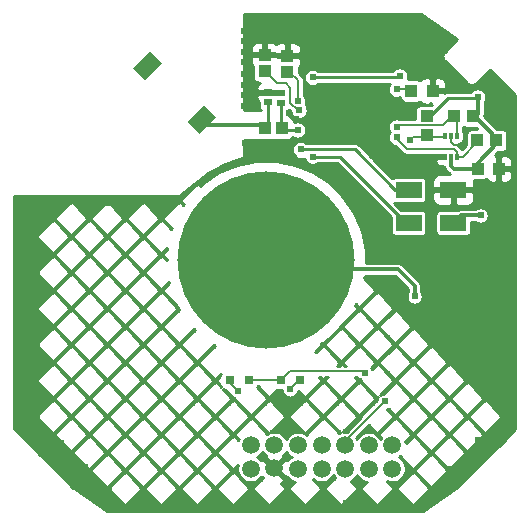
<source format=gtl>
G04 #@! TF.GenerationSoftware,KiCad,Pcbnew,5.1.5-52549c5~84~ubuntu18.04.1*
G04 #@! TF.CreationDate,2020-02-14T10:22:43+02:00*
G04 #@! TF.ProjectId,Touch_Switch_1ch,546f7563-685f-4537-9769-7463685f3163,rev?*
G04 #@! TF.SameCoordinates,Original*
G04 #@! TF.FileFunction,Copper,L1,Top*
G04 #@! TF.FilePolarity,Positive*
%FSLAX46Y46*%
G04 Gerber Fmt 4.6, Leading zero omitted, Abs format (unit mm)*
G04 Created by KiCad (PCBNEW 5.1.5-52549c5~84~ubuntu18.04.1) date 2020-02-14 10:22:43*
%MOMM*%
%LPD*%
G04 APERTURE LIST*
%ADD10C,1.500000*%
%ADD11C,0.100000*%
%ADD12R,1.100000X1.000000*%
%ADD13R,1.000000X1.100000*%
%ADD14R,0.300000X0.500000*%
%ADD15R,2.261000X1.448000*%
%ADD16R,0.800000X0.800000*%
%ADD17R,0.650000X0.600000*%
%ADD18C,15.000000*%
%ADD19C,0.610000*%
%ADD20C,0.305000*%
%ADD21C,0.152000*%
%ADD22C,0.254000*%
G04 APERTURE END LIST*
D10*
X95918000Y-71992000D03*
X95918000Y-69992000D03*
X97918000Y-71992000D03*
X97918000Y-69992000D03*
X99918000Y-71992000D03*
X99918000Y-69992000D03*
X101918000Y-71992000D03*
X101918000Y-69992000D03*
X103918000Y-71992000D03*
X103918000Y-69992000D03*
X93918000Y-71942000D03*
X93918000Y-69992000D03*
X91918000Y-71992000D03*
X91918000Y-69992000D03*
G04 #@! TA.AperFunction,SMDPad,CuDef*
D11*
G36*
X87556965Y-43632179D02*
G01*
X86567015Y-42642229D01*
X87981229Y-41228015D01*
X88971179Y-42217965D01*
X87556965Y-43632179D01*
G37*
G04 #@! TD.AperFunction*
G04 #@! TA.AperFunction,SMDPad,CuDef*
G36*
X82960771Y-39035985D02*
G01*
X81970821Y-38046035D01*
X83385035Y-36631821D01*
X84374985Y-37621771D01*
X82960771Y-39035985D01*
G37*
G04 #@! TD.AperFunction*
D12*
X106808000Y-42141000D03*
X106808000Y-43741000D03*
D13*
X111113000Y-44196000D03*
X112713000Y-44196000D03*
X109094000Y-42164000D03*
X110694000Y-42164000D03*
D14*
X108839000Y-45554000D03*
X108839000Y-43854000D03*
X108331000Y-43854000D03*
X109347000Y-43854000D03*
X108331000Y-45554000D03*
X109347000Y-45554000D03*
D12*
X93091000Y-36954000D03*
X93091000Y-38354000D03*
X94996000Y-37019000D03*
X94996000Y-38419000D03*
D13*
X94553000Y-43180000D03*
X93153000Y-43180000D03*
X107315000Y-40005000D03*
X105515000Y-40005000D03*
D15*
X109067000Y-51181000D03*
X105283000Y-51181000D03*
X105283000Y-48387000D03*
X109067000Y-48387000D03*
D16*
X94450000Y-64516000D03*
X96050000Y-64516000D03*
X90132000Y-64516000D03*
X91732000Y-64516000D03*
D17*
X93345000Y-40132000D03*
X93345000Y-40980000D03*
X94488000Y-40173000D03*
X94488000Y-41021000D03*
D13*
X111125000Y-46609000D03*
X112925000Y-46609000D03*
D18*
X93217000Y-54356000D03*
D19*
X104267000Y-43053000D03*
X104267000Y-43942000D03*
X105410000Y-44196000D03*
X105791000Y-57404000D03*
X101600000Y-63881000D03*
X108331000Y-55118000D03*
X109347000Y-55118000D03*
X108331000Y-56134000D03*
X109347000Y-56134000D03*
X94996000Y-67564000D03*
X91440000Y-44450000D03*
X92456000Y-44450000D03*
X93472000Y-44450000D03*
X94361000Y-44450000D03*
X93853000Y-34290000D03*
X94742000Y-34290000D03*
X95758000Y-34290000D03*
X96647000Y-34290000D03*
X97663000Y-34290000D03*
X98552000Y-34290000D03*
X96520000Y-38100000D03*
X96520000Y-37211000D03*
X89027000Y-74930000D03*
X99441000Y-41529000D03*
X98552000Y-41529000D03*
X98552000Y-40640000D03*
X99441000Y-40640000D03*
X101854000Y-41529000D03*
X100932000Y-41496000D03*
X100965000Y-40640000D03*
X101854000Y-40640000D03*
X99441000Y-43942000D03*
X98552000Y-43942000D03*
X98552000Y-43053000D03*
X99441000Y-43053000D03*
X101854000Y-43942000D03*
X100965000Y-43942000D03*
X100965000Y-43053000D03*
X101854000Y-43053000D03*
X100203000Y-42226000D03*
X91948000Y-34290000D03*
X92837000Y-34290000D03*
X91313000Y-39497000D03*
X91313000Y-38608000D03*
X91313000Y-41275000D03*
X91313000Y-40386000D03*
X92202000Y-41275000D03*
X92202000Y-40386000D03*
X92202000Y-39497000D03*
X95758000Y-42418000D03*
X95250000Y-44450000D03*
X95123000Y-41910000D03*
X91313000Y-34925000D03*
X91313000Y-35814000D03*
X91313000Y-36703000D03*
X91313000Y-37592000D03*
X101346000Y-34290000D03*
X100330000Y-34290000D03*
X99441000Y-34290000D03*
X112649000Y-48895000D03*
X112649000Y-49911000D03*
X105029000Y-35306000D03*
X105918000Y-35306000D03*
X106807000Y-35306000D03*
X107696000Y-35306000D03*
X109093000Y-39497000D03*
X109855000Y-44577000D03*
X91948000Y-74930000D03*
X95885000Y-74930000D03*
X99949000Y-74930000D03*
X103886000Y-74930000D03*
X73787000Y-49530000D03*
X73787000Y-51562000D03*
X73787000Y-55626000D03*
X73787000Y-53594000D03*
X73787000Y-59690000D03*
X73787000Y-57658000D03*
X73787000Y-63754000D03*
X73787000Y-61722000D03*
X73787000Y-67818000D03*
X73787000Y-65786000D03*
X75819000Y-69850000D03*
X77851000Y-71882000D03*
X79883000Y-73914000D03*
X85344000Y-74930000D03*
X105664000Y-62992000D03*
X111379000Y-64389000D03*
X75819000Y-49530000D03*
X77851000Y-49530000D03*
X79883000Y-49530000D03*
X81915000Y-49530000D03*
X108839000Y-72009000D03*
X111125000Y-69596000D03*
X111379000Y-52197000D03*
X111379000Y-62357000D03*
X95250000Y-65278000D03*
X103251000Y-66294000D03*
X90805000Y-65405000D03*
X97155000Y-45593000D03*
X96139000Y-44958000D03*
X104267000Y-39878000D03*
X95885000Y-43307000D03*
X96012000Y-41656000D03*
X95885000Y-40894000D03*
X97155000Y-38862000D03*
X104521000Y-38735000D03*
X111379000Y-50546000D03*
X111125000Y-40513000D03*
D20*
X93218000Y-54483000D02*
X93853000Y-55118000D01*
X93853000Y-55118000D02*
X104394000Y-55118000D01*
X104394000Y-55118000D02*
X105791000Y-56515000D01*
X105791000Y-56515000D02*
X105791000Y-57404000D01*
D21*
X109347000Y-45593000D02*
X109855000Y-45593000D01*
X109855000Y-45593000D02*
X110998000Y-44450000D01*
X110998000Y-44450000D02*
X110998000Y-44196000D01*
X104267000Y-43942000D02*
X104267000Y-44069000D01*
X104267000Y-44069000D02*
X105156000Y-44958000D01*
X105156000Y-44958000D02*
X109093000Y-44958000D01*
X109093000Y-44958000D02*
X109347000Y-45212000D01*
X109347000Y-45212000D02*
X109347000Y-45593000D01*
X108331000Y-43893000D02*
X108282000Y-43942000D01*
X108282000Y-43942000D02*
X106807000Y-43942000D01*
X109347000Y-43893000D02*
X109347000Y-42418000D01*
X109347000Y-42418000D02*
X109093000Y-42164000D01*
X104267000Y-43053000D02*
X104267000Y-42926000D01*
X104267000Y-42926000D02*
X108204000Y-42926000D01*
X108204000Y-42926000D02*
X108966000Y-42164000D01*
X108966000Y-42164000D02*
X109093000Y-42164000D01*
X105410000Y-44196000D02*
X105664000Y-43942000D01*
X105664000Y-43942000D02*
X106807000Y-43942000D01*
X101600000Y-63881000D02*
X101473000Y-63754000D01*
X101473000Y-63754000D02*
X95212000Y-63754000D01*
X95212000Y-63754000D02*
X94450000Y-64516000D01*
X91732000Y-64516000D02*
X94450000Y-64516000D01*
X108839000Y-43893000D02*
X108839000Y-44323000D01*
X108839000Y-44323000D02*
X109093000Y-44577000D01*
X109093000Y-44577000D02*
X109728000Y-44577000D01*
X107315000Y-40005000D02*
X107315000Y-40371000D01*
D20*
X93153000Y-43180000D02*
X92899000Y-42926000D01*
X92899000Y-42926000D02*
X88265000Y-42926000D01*
X88265000Y-42926000D02*
X87769000Y-42430000D01*
D22*
X93203000Y-42926000D02*
X93345000Y-42784000D01*
X93345000Y-42784000D02*
X93345000Y-40980000D01*
D21*
X96050000Y-64516000D02*
X96012000Y-64516000D01*
X96012000Y-64516000D02*
X95250000Y-65278000D01*
X99918000Y-69992000D02*
X99918000Y-69627000D01*
X99918000Y-69627000D02*
X103251000Y-66294000D01*
X90132000Y-64516000D02*
X90132000Y-64732000D01*
X90132000Y-64732000D02*
X90805000Y-65405000D01*
D22*
X105283000Y-51181000D02*
X105029000Y-51181000D01*
X105029000Y-51181000D02*
X99441000Y-45593000D01*
X99441000Y-45593000D02*
X97155000Y-45593000D01*
X105283000Y-48387000D02*
X104140000Y-48387000D01*
X104140000Y-48387000D02*
X100711000Y-44958000D01*
X100711000Y-44958000D02*
X96139000Y-44958000D01*
D21*
X105514000Y-40005000D02*
X105514000Y-39855000D01*
X105514000Y-39855000D02*
X105491000Y-39878000D01*
X105491000Y-39878000D02*
X104267000Y-39878000D01*
D22*
X94553000Y-43180000D02*
X94680000Y-43307000D01*
X94680000Y-43307000D02*
X95885000Y-43307000D01*
X94553000Y-43180000D02*
X94488000Y-43115000D01*
X94488000Y-43115000D02*
X94488000Y-41021000D01*
D21*
X96012000Y-41656000D02*
X95885000Y-41656000D01*
X95885000Y-41656000D02*
X95250000Y-41021000D01*
X95250000Y-41021000D02*
X95250000Y-39751000D01*
X95250000Y-39751000D02*
X94869000Y-39370000D01*
X94869000Y-39370000D02*
X94107000Y-39370000D01*
X94107000Y-39370000D02*
X93091000Y-38354000D01*
X95885000Y-40894000D02*
X95885000Y-39116000D01*
X95885000Y-39116000D02*
X95187000Y-38418000D01*
X95187000Y-38418000D02*
X94996000Y-38418000D01*
D20*
X112799000Y-44196000D02*
X112799000Y-44427000D01*
X112799000Y-44427000D02*
X111125000Y-46101000D01*
X111125000Y-46101000D02*
X111125000Y-46609000D01*
D22*
X97155000Y-38862000D02*
X104394000Y-38862000D01*
X104394000Y-38862000D02*
X104521000Y-38735000D01*
D20*
X111379000Y-50546000D02*
X109703000Y-50546000D01*
X109703000Y-50546000D02*
X109068000Y-51181000D01*
X110893000Y-42164000D02*
X112798000Y-44069000D01*
X112798000Y-44069000D02*
X112798000Y-44196000D01*
X108839000Y-45593000D02*
X108839000Y-46355000D01*
X108839000Y-46355000D02*
X109093000Y-46609000D01*
X109093000Y-46609000D02*
X111125000Y-46609000D01*
X110893000Y-42164000D02*
X111125000Y-41932000D01*
X111125000Y-41932000D02*
X111125000Y-40513000D01*
D22*
X106807000Y-42142000D02*
X107083000Y-42142000D01*
X107083000Y-42142000D02*
X108585000Y-40640000D01*
X108585000Y-40640000D02*
X110998000Y-40640000D01*
X110998000Y-40640000D02*
X111125000Y-40513000D01*
G36*
X96486147Y-45746770D02*
G01*
X96495363Y-45793099D01*
X96547075Y-45917943D01*
X96622149Y-46030299D01*
X96717701Y-46125851D01*
X96830057Y-46200925D01*
X96954901Y-46252637D01*
X97087435Y-46279000D01*
X97222565Y-46279000D01*
X97355099Y-46252637D01*
X97479943Y-46200925D01*
X97592299Y-46125851D01*
X97617150Y-46101000D01*
X99230580Y-46101000D01*
X103769657Y-50640078D01*
X103769657Y-51905000D01*
X103777013Y-51979689D01*
X103798799Y-52051508D01*
X103834178Y-52117696D01*
X103881789Y-52175711D01*
X103939804Y-52223322D01*
X104005992Y-52258701D01*
X104077811Y-52280487D01*
X104152500Y-52287843D01*
X106413500Y-52287843D01*
X106488189Y-52280487D01*
X106560008Y-52258701D01*
X106626196Y-52223322D01*
X106684211Y-52175711D01*
X106731822Y-52117696D01*
X106767201Y-52051508D01*
X106788987Y-51979689D01*
X106796343Y-51905000D01*
X106796343Y-50457000D01*
X107553657Y-50457000D01*
X107553657Y-51905000D01*
X107561013Y-51979689D01*
X107582799Y-52051508D01*
X107618178Y-52117696D01*
X107665789Y-52175711D01*
X107723804Y-52223322D01*
X107789992Y-52258701D01*
X107861811Y-52280487D01*
X107936500Y-52287843D01*
X110197500Y-52287843D01*
X110272189Y-52280487D01*
X110344008Y-52258701D01*
X110410196Y-52223322D01*
X110468211Y-52175711D01*
X110515822Y-52117696D01*
X110551201Y-52051508D01*
X110572987Y-51979689D01*
X110580343Y-51905000D01*
X110580343Y-51079500D01*
X110942672Y-51079500D01*
X111054057Y-51153925D01*
X111178901Y-51205637D01*
X111311435Y-51232000D01*
X111446565Y-51232000D01*
X111579099Y-51205637D01*
X111703943Y-51153925D01*
X111816299Y-51078851D01*
X111911851Y-50983299D01*
X111986925Y-50870943D01*
X112038637Y-50746099D01*
X112065000Y-50613565D01*
X112065000Y-50478435D01*
X112038637Y-50345901D01*
X111986925Y-50221057D01*
X111911851Y-50108701D01*
X111816299Y-50013149D01*
X111703943Y-49938075D01*
X111579099Y-49886363D01*
X111446565Y-49860000D01*
X111311435Y-49860000D01*
X111178901Y-49886363D01*
X111054057Y-49938075D01*
X110942672Y-50012500D01*
X109729204Y-50012500D01*
X109703000Y-50009919D01*
X109598416Y-50020220D01*
X109497850Y-50050726D01*
X109465567Y-50067982D01*
X109454014Y-50074157D01*
X107936500Y-50074157D01*
X107861811Y-50081513D01*
X107789992Y-50103299D01*
X107723804Y-50138678D01*
X107665789Y-50186289D01*
X107618178Y-50244304D01*
X107582799Y-50310492D01*
X107561013Y-50382311D01*
X107553657Y-50457000D01*
X106796343Y-50457000D01*
X106788987Y-50382311D01*
X106767201Y-50310492D01*
X106731822Y-50244304D01*
X106684211Y-50186289D01*
X106626196Y-50138678D01*
X106560008Y-50103299D01*
X106488189Y-50081513D01*
X106413500Y-50074157D01*
X104640578Y-50074157D01*
X104042064Y-49475643D01*
X104077811Y-49486487D01*
X104152500Y-49493843D01*
X106413500Y-49493843D01*
X106488189Y-49486487D01*
X106560008Y-49464701D01*
X106626196Y-49429322D01*
X106684211Y-49381711D01*
X106731822Y-49323696D01*
X106767201Y-49257508D01*
X106788987Y-49185689D01*
X106796343Y-49111000D01*
X107298428Y-49111000D01*
X107310688Y-49235482D01*
X107346998Y-49355180D01*
X107405963Y-49465494D01*
X107485315Y-49562185D01*
X107582006Y-49641537D01*
X107692320Y-49700502D01*
X107812018Y-49736812D01*
X107936500Y-49749072D01*
X108781250Y-49746000D01*
X108940000Y-49587250D01*
X108940000Y-48514000D01*
X109194000Y-48514000D01*
X109194000Y-49587250D01*
X109352750Y-49746000D01*
X110197500Y-49749072D01*
X110321982Y-49736812D01*
X110441680Y-49700502D01*
X110551994Y-49641537D01*
X110648685Y-49562185D01*
X110728037Y-49465494D01*
X110787002Y-49355180D01*
X110823312Y-49235482D01*
X110835572Y-49111000D01*
X110832500Y-48672750D01*
X110673750Y-48514000D01*
X109194000Y-48514000D01*
X108940000Y-48514000D01*
X107460250Y-48514000D01*
X107301500Y-48672750D01*
X107298428Y-49111000D01*
X106796343Y-49111000D01*
X106796343Y-47663000D01*
X106788987Y-47588311D01*
X106767201Y-47516492D01*
X106731822Y-47450304D01*
X106684211Y-47392289D01*
X106626196Y-47344678D01*
X106560008Y-47309299D01*
X106488189Y-47287513D01*
X106413500Y-47280157D01*
X104152500Y-47280157D01*
X104077811Y-47287513D01*
X104005992Y-47309299D01*
X103939804Y-47344678D01*
X103881789Y-47392289D01*
X103873640Y-47402219D01*
X102247287Y-45775867D01*
X107578956Y-45802794D01*
X107546000Y-45835750D01*
X107551952Y-45910934D01*
X107584901Y-46031600D01*
X107640757Y-46143520D01*
X107717375Y-46242392D01*
X107811810Y-46324417D01*
X107920432Y-46386443D01*
X108039068Y-46426086D01*
X108149250Y-46439000D01*
X108203998Y-46384252D01*
X108203998Y-46439000D01*
X108311193Y-46439000D01*
X108313220Y-46459584D01*
X108343727Y-46560149D01*
X108393266Y-46652831D01*
X108459934Y-46734067D01*
X108480293Y-46750775D01*
X108697220Y-46967702D01*
X108713933Y-46988067D01*
X108762509Y-47027932D01*
X107936500Y-47024928D01*
X107812018Y-47037188D01*
X107692320Y-47073498D01*
X107582006Y-47132463D01*
X107485315Y-47211815D01*
X107405963Y-47308506D01*
X107346998Y-47418820D01*
X107310688Y-47538518D01*
X107298428Y-47663000D01*
X107301500Y-48101250D01*
X107460250Y-48260000D01*
X108940000Y-48260000D01*
X108940000Y-48240000D01*
X109194000Y-48240000D01*
X109194000Y-48260000D01*
X110673750Y-48260000D01*
X110832500Y-48101250D01*
X110835572Y-47663000D01*
X110823639Y-47541843D01*
X111625000Y-47541843D01*
X111699689Y-47534487D01*
X111771508Y-47512701D01*
X111837696Y-47477322D01*
X111863715Y-47455969D01*
X111894463Y-47513494D01*
X111973815Y-47610185D01*
X112070506Y-47689537D01*
X112180820Y-47748502D01*
X112300518Y-47784812D01*
X112425000Y-47797072D01*
X112639250Y-47794000D01*
X112798000Y-47635250D01*
X112798000Y-46736000D01*
X113052000Y-46736000D01*
X113052000Y-47635250D01*
X113210750Y-47794000D01*
X113425000Y-47797072D01*
X113549482Y-47784812D01*
X113669180Y-47748502D01*
X113779494Y-47689537D01*
X113876185Y-47610185D01*
X113955537Y-47513494D01*
X114014502Y-47403180D01*
X114050812Y-47283482D01*
X114063072Y-47159000D01*
X114060000Y-46894750D01*
X113901250Y-46736000D01*
X113052000Y-46736000D01*
X112798000Y-46736000D01*
X112778000Y-46736000D01*
X112778000Y-46482000D01*
X112798000Y-46482000D01*
X112798000Y-46462000D01*
X113052000Y-46462000D01*
X113052000Y-46482000D01*
X113901250Y-46482000D01*
X114060000Y-46323250D01*
X114063072Y-46059000D01*
X114050812Y-45934518D01*
X114020723Y-45835328D01*
X114300000Y-45836739D01*
X114300001Y-68623578D01*
X113323430Y-69600150D01*
X109273773Y-73649807D01*
X106520685Y-75565000D01*
X79782810Y-75565000D01*
X76925309Y-73660000D01*
X79883000Y-73660000D01*
X79883466Y-73664729D01*
X79885440Y-73684776D01*
X79892667Y-73708601D01*
X79904403Y-73730557D01*
X79920197Y-73749803D01*
X81190197Y-75019803D01*
X81209219Y-75035447D01*
X81231150Y-75047229D01*
X81254959Y-75054507D01*
X81279730Y-75057000D01*
X81304512Y-75054612D01*
X81328352Y-75047436D01*
X81350333Y-75035746D01*
X81369612Y-75019993D01*
X82639612Y-73755372D01*
X82654320Y-73737811D01*
X82666446Y-73716067D01*
X82674097Y-73692376D01*
X82676980Y-73667647D01*
X82676365Y-73660000D01*
X82931000Y-73660000D01*
X82931466Y-73664729D01*
X82933440Y-73684776D01*
X82940667Y-73708601D01*
X82952403Y-73730557D01*
X82968197Y-73749803D01*
X84238197Y-75019803D01*
X84257219Y-75035447D01*
X84279150Y-75047229D01*
X84302959Y-75054507D01*
X84327730Y-75057000D01*
X84352512Y-75054612D01*
X84376352Y-75047436D01*
X84398333Y-75035746D01*
X84417612Y-75019993D01*
X85687612Y-73755372D01*
X85702320Y-73737811D01*
X85714446Y-73716067D01*
X85722097Y-73692376D01*
X85724980Y-73667647D01*
X85724365Y-73660000D01*
X85979000Y-73660000D01*
X85979466Y-73664729D01*
X85981440Y-73684776D01*
X85988667Y-73708601D01*
X86000403Y-73730557D01*
X86016197Y-73749803D01*
X87286197Y-75019803D01*
X87305219Y-75035447D01*
X87327150Y-75047229D01*
X87350959Y-75054507D01*
X87375730Y-75057000D01*
X87400512Y-75054612D01*
X87424352Y-75047436D01*
X87446333Y-75035746D01*
X87465612Y-75019993D01*
X88735612Y-73755372D01*
X88750320Y-73737811D01*
X88762446Y-73716067D01*
X88770097Y-73692376D01*
X88772980Y-73667647D01*
X88772365Y-73660000D01*
X89027000Y-73660000D01*
X89027466Y-73664729D01*
X89029440Y-73684776D01*
X89036667Y-73708601D01*
X89048403Y-73730557D01*
X89064197Y-73749803D01*
X90334197Y-75019803D01*
X90353219Y-75035447D01*
X90375150Y-75047229D01*
X90398959Y-75054507D01*
X90423730Y-75057000D01*
X90448512Y-75054612D01*
X90472352Y-75047436D01*
X90494333Y-75035746D01*
X90513612Y-75019993D01*
X91783612Y-73755372D01*
X91798320Y-73737811D01*
X91810446Y-73716067D01*
X91818097Y-73692376D01*
X91820980Y-73667647D01*
X91818982Y-73642831D01*
X91812182Y-73618881D01*
X91800840Y-73596719D01*
X91785392Y-73577194D01*
X90554771Y-72301815D01*
X90535540Y-72285493D01*
X90513765Y-72273423D01*
X90490054Y-72265833D01*
X90465318Y-72263015D01*
X90440507Y-72265077D01*
X90416575Y-72271939D01*
X90394442Y-72283339D01*
X90374958Y-72298837D01*
X89065579Y-73568837D01*
X89048403Y-73589443D01*
X89036667Y-73611399D01*
X89029440Y-73635224D01*
X89027000Y-73660000D01*
X88772365Y-73660000D01*
X88770982Y-73642831D01*
X88764182Y-73618881D01*
X88752840Y-73596719D01*
X88737392Y-73577194D01*
X87506771Y-72301815D01*
X87487540Y-72285493D01*
X87465765Y-72273423D01*
X87442054Y-72265833D01*
X87417318Y-72263015D01*
X87392507Y-72265077D01*
X87368575Y-72271939D01*
X87346442Y-72283339D01*
X87326958Y-72298837D01*
X86017579Y-73568837D01*
X86000403Y-73589443D01*
X85988667Y-73611399D01*
X85981440Y-73635224D01*
X85979000Y-73660000D01*
X85724365Y-73660000D01*
X85722982Y-73642831D01*
X85716182Y-73618881D01*
X85704840Y-73596719D01*
X85689392Y-73577194D01*
X84458771Y-72301815D01*
X84439540Y-72285493D01*
X84417765Y-72273423D01*
X84394054Y-72265833D01*
X84369318Y-72263015D01*
X84344507Y-72265077D01*
X84320575Y-72271939D01*
X84298442Y-72283339D01*
X84278958Y-72298837D01*
X82969579Y-73568837D01*
X82952403Y-73589443D01*
X82940667Y-73611399D01*
X82933440Y-73635224D01*
X82931000Y-73660000D01*
X82676365Y-73660000D01*
X82674982Y-73642831D01*
X82668182Y-73618881D01*
X82656840Y-73596719D01*
X82641392Y-73577194D01*
X81410771Y-72301815D01*
X81391540Y-72285493D01*
X81369765Y-72273423D01*
X81346054Y-72265833D01*
X81321318Y-72263015D01*
X81296507Y-72265077D01*
X81272575Y-72271939D01*
X81250442Y-72283339D01*
X81230958Y-72298837D01*
X79921579Y-73568837D01*
X79904403Y-73589443D01*
X79892667Y-73611399D01*
X79885440Y-73635224D01*
X79883000Y-73660000D01*
X76925309Y-73660000D01*
X76904646Y-73646225D01*
X75394421Y-72136000D01*
X78359000Y-72136000D01*
X78359466Y-72140729D01*
X78361440Y-72160776D01*
X78368667Y-72184601D01*
X78380403Y-72206557D01*
X78396197Y-72225803D01*
X79666197Y-73495803D01*
X79685219Y-73511447D01*
X79707150Y-73523229D01*
X79730959Y-73530507D01*
X79755730Y-73533000D01*
X79780512Y-73530612D01*
X79804352Y-73523436D01*
X79826333Y-73511746D01*
X79845612Y-73495993D01*
X81115612Y-72231372D01*
X81130320Y-72213811D01*
X81142446Y-72192067D01*
X81150097Y-72168376D01*
X81152980Y-72143647D01*
X81152365Y-72136000D01*
X81407000Y-72136000D01*
X81407466Y-72140729D01*
X81409440Y-72160776D01*
X81416667Y-72184601D01*
X81428403Y-72206557D01*
X81444197Y-72225803D01*
X82714197Y-73495803D01*
X82733219Y-73511447D01*
X82755150Y-73523229D01*
X82778959Y-73530507D01*
X82803730Y-73533000D01*
X82828512Y-73530612D01*
X82852352Y-73523436D01*
X82874333Y-73511746D01*
X82893612Y-73495993D01*
X84163612Y-72231372D01*
X84178320Y-72213811D01*
X84190446Y-72192067D01*
X84198097Y-72168376D01*
X84200980Y-72143647D01*
X84200365Y-72136000D01*
X84455000Y-72136000D01*
X84455466Y-72140729D01*
X84457440Y-72160776D01*
X84464667Y-72184601D01*
X84476403Y-72206557D01*
X84492197Y-72225803D01*
X85762197Y-73495803D01*
X85781219Y-73511447D01*
X85803150Y-73523229D01*
X85826959Y-73530507D01*
X85851730Y-73533000D01*
X85876512Y-73530612D01*
X85900352Y-73523436D01*
X85922333Y-73511746D01*
X85941612Y-73495993D01*
X87211612Y-72231372D01*
X87226320Y-72213811D01*
X87238446Y-72192067D01*
X87246097Y-72168376D01*
X87248980Y-72143647D01*
X87248365Y-72136000D01*
X87503000Y-72136000D01*
X87503466Y-72140729D01*
X87505440Y-72160776D01*
X87512667Y-72184601D01*
X87524403Y-72206557D01*
X87540197Y-72225803D01*
X88810197Y-73495803D01*
X88829219Y-73511447D01*
X88851150Y-73523229D01*
X88874959Y-73530507D01*
X88899730Y-73533000D01*
X88924512Y-73530612D01*
X88948352Y-73523436D01*
X88970333Y-73511746D01*
X88989612Y-73495993D01*
X90259612Y-72231372D01*
X90274320Y-72213811D01*
X90286446Y-72192067D01*
X90294097Y-72168376D01*
X90296980Y-72143647D01*
X90294982Y-72118831D01*
X90288182Y-72094881D01*
X90276840Y-72072719D01*
X90261392Y-72053194D01*
X89030771Y-70777815D01*
X89011540Y-70761493D01*
X88989765Y-70749423D01*
X88966054Y-70741833D01*
X88941318Y-70739015D01*
X88916507Y-70741077D01*
X88892575Y-70747939D01*
X88870442Y-70759339D01*
X88850958Y-70774837D01*
X87541579Y-72044837D01*
X87524403Y-72065443D01*
X87512667Y-72087399D01*
X87505440Y-72111224D01*
X87503000Y-72136000D01*
X87248365Y-72136000D01*
X87246982Y-72118831D01*
X87240182Y-72094881D01*
X87228840Y-72072719D01*
X87213392Y-72053194D01*
X85982771Y-70777815D01*
X85963540Y-70761493D01*
X85941765Y-70749423D01*
X85918054Y-70741833D01*
X85893318Y-70739015D01*
X85868507Y-70741077D01*
X85844575Y-70747939D01*
X85822442Y-70759339D01*
X85802958Y-70774837D01*
X84493579Y-72044837D01*
X84476403Y-72065443D01*
X84464667Y-72087399D01*
X84457440Y-72111224D01*
X84455000Y-72136000D01*
X84200365Y-72136000D01*
X84198982Y-72118831D01*
X84192182Y-72094881D01*
X84180840Y-72072719D01*
X84165392Y-72053194D01*
X82934771Y-70777815D01*
X82915540Y-70761493D01*
X82893765Y-70749423D01*
X82870054Y-70741833D01*
X82845318Y-70739015D01*
X82820507Y-70741077D01*
X82796575Y-70747939D01*
X82774442Y-70759339D01*
X82754958Y-70774837D01*
X81445579Y-72044837D01*
X81428403Y-72065443D01*
X81416667Y-72087399D01*
X81409440Y-72111224D01*
X81407000Y-72136000D01*
X81152365Y-72136000D01*
X81150982Y-72118831D01*
X81144182Y-72094881D01*
X81132840Y-72072719D01*
X81117392Y-72053194D01*
X79886771Y-70777815D01*
X79867540Y-70761493D01*
X79845765Y-70749423D01*
X79822054Y-70741833D01*
X79797318Y-70739015D01*
X79772507Y-70741077D01*
X79748575Y-70747939D01*
X79726442Y-70759339D01*
X79706958Y-70774837D01*
X78397579Y-72044837D01*
X78380403Y-72065443D01*
X78368667Y-72087399D01*
X78361440Y-72111224D01*
X78359000Y-72136000D01*
X75394421Y-72136000D01*
X73909855Y-70651435D01*
X73909850Y-70651429D01*
X73870421Y-70612000D01*
X76835000Y-70612000D01*
X76835466Y-70616729D01*
X76837440Y-70636776D01*
X76844667Y-70660601D01*
X76856403Y-70682557D01*
X76872197Y-70701803D01*
X78142197Y-71971803D01*
X78161219Y-71987447D01*
X78183150Y-71999229D01*
X78206959Y-72006507D01*
X78231730Y-72009000D01*
X78256512Y-72006612D01*
X78280352Y-71999436D01*
X78302333Y-71987746D01*
X78321612Y-71971993D01*
X79591612Y-70707372D01*
X79606320Y-70689811D01*
X79618446Y-70668067D01*
X79626097Y-70644376D01*
X79628980Y-70619647D01*
X79628365Y-70612000D01*
X79883000Y-70612000D01*
X79883466Y-70616729D01*
X79885440Y-70636776D01*
X79892667Y-70660601D01*
X79904403Y-70682557D01*
X79920197Y-70701803D01*
X81190197Y-71971803D01*
X81209219Y-71987447D01*
X81231150Y-71999229D01*
X81254959Y-72006507D01*
X81279730Y-72009000D01*
X81304512Y-72006612D01*
X81328352Y-71999436D01*
X81350333Y-71987746D01*
X81369612Y-71971993D01*
X82639612Y-70707372D01*
X82654320Y-70689811D01*
X82666446Y-70668067D01*
X82674097Y-70644376D01*
X82676980Y-70619647D01*
X82676365Y-70612000D01*
X82931000Y-70612000D01*
X82931466Y-70616729D01*
X82933440Y-70636776D01*
X82940667Y-70660601D01*
X82952403Y-70682557D01*
X82968197Y-70701803D01*
X84238197Y-71971803D01*
X84257219Y-71987447D01*
X84279150Y-71999229D01*
X84302959Y-72006507D01*
X84327730Y-72009000D01*
X84352512Y-72006612D01*
X84376352Y-71999436D01*
X84398333Y-71987746D01*
X84417612Y-71971993D01*
X85687612Y-70707372D01*
X85702320Y-70689811D01*
X85714446Y-70668067D01*
X85722097Y-70644376D01*
X85724980Y-70619647D01*
X85724365Y-70612000D01*
X85979000Y-70612000D01*
X85979466Y-70616729D01*
X85981440Y-70636776D01*
X85988667Y-70660601D01*
X86000403Y-70682557D01*
X86016197Y-70701803D01*
X87286197Y-71971803D01*
X87305219Y-71987447D01*
X87327150Y-71999229D01*
X87350959Y-72006507D01*
X87375730Y-72009000D01*
X87400512Y-72006612D01*
X87424352Y-71999436D01*
X87446333Y-71987746D01*
X87465612Y-71971993D01*
X88735612Y-70707372D01*
X88750320Y-70689811D01*
X88762446Y-70668067D01*
X88770097Y-70644376D01*
X88772980Y-70619647D01*
X88770982Y-70594831D01*
X88764182Y-70570881D01*
X88752840Y-70548719D01*
X88737392Y-70529194D01*
X87506771Y-69253815D01*
X87487540Y-69237493D01*
X87465765Y-69225423D01*
X87442054Y-69217833D01*
X87417318Y-69215015D01*
X87392507Y-69217077D01*
X87368575Y-69223939D01*
X87346442Y-69235339D01*
X87326958Y-69250837D01*
X86017579Y-70520837D01*
X86000403Y-70541443D01*
X85988667Y-70563399D01*
X85981440Y-70587224D01*
X85979000Y-70612000D01*
X85724365Y-70612000D01*
X85722982Y-70594831D01*
X85716182Y-70570881D01*
X85704840Y-70548719D01*
X85689392Y-70529194D01*
X84458771Y-69253815D01*
X84439540Y-69237493D01*
X84417765Y-69225423D01*
X84394054Y-69217833D01*
X84369318Y-69215015D01*
X84344507Y-69217077D01*
X84320575Y-69223939D01*
X84298442Y-69235339D01*
X84278958Y-69250837D01*
X82969579Y-70520837D01*
X82952403Y-70541443D01*
X82940667Y-70563399D01*
X82933440Y-70587224D01*
X82931000Y-70612000D01*
X82676365Y-70612000D01*
X82674982Y-70594831D01*
X82668182Y-70570881D01*
X82656840Y-70548719D01*
X82641392Y-70529194D01*
X81410771Y-69253815D01*
X81391540Y-69237493D01*
X81369765Y-69225423D01*
X81346054Y-69217833D01*
X81321318Y-69215015D01*
X81296507Y-69217077D01*
X81272575Y-69223939D01*
X81250442Y-69235339D01*
X81230958Y-69250837D01*
X79921579Y-70520837D01*
X79904403Y-70541443D01*
X79892667Y-70563399D01*
X79885440Y-70587224D01*
X79883000Y-70612000D01*
X79628365Y-70612000D01*
X79626982Y-70594831D01*
X79620182Y-70570881D01*
X79608840Y-70548719D01*
X79593392Y-70529194D01*
X78362771Y-69253815D01*
X78343540Y-69237493D01*
X78321765Y-69225423D01*
X78298054Y-69217833D01*
X78273318Y-69215015D01*
X78248507Y-69217077D01*
X78224575Y-69223939D01*
X78202442Y-69235339D01*
X78182958Y-69250837D01*
X76873579Y-70520837D01*
X76856403Y-70541443D01*
X76844667Y-70563399D01*
X76837440Y-70587224D01*
X76835000Y-70612000D01*
X73870421Y-70612000D01*
X72346421Y-69088000D01*
X75311000Y-69088000D01*
X75311466Y-69092729D01*
X75313440Y-69112776D01*
X75320667Y-69136601D01*
X75332403Y-69158557D01*
X75348197Y-69177803D01*
X76618197Y-70447803D01*
X76637219Y-70463447D01*
X76659150Y-70475229D01*
X76682959Y-70482507D01*
X76707730Y-70485000D01*
X76732512Y-70482612D01*
X76756352Y-70475436D01*
X76778333Y-70463746D01*
X76797612Y-70447993D01*
X78067612Y-69183372D01*
X78082320Y-69165811D01*
X78094446Y-69144067D01*
X78102097Y-69120376D01*
X78104980Y-69095647D01*
X78104365Y-69088000D01*
X78359000Y-69088000D01*
X78359466Y-69092729D01*
X78361440Y-69112776D01*
X78368667Y-69136601D01*
X78380403Y-69158557D01*
X78396197Y-69177803D01*
X79666197Y-70447803D01*
X79685219Y-70463447D01*
X79707150Y-70475229D01*
X79730959Y-70482507D01*
X79755730Y-70485000D01*
X79780512Y-70482612D01*
X79804352Y-70475436D01*
X79826333Y-70463746D01*
X79845612Y-70447993D01*
X81115612Y-69183372D01*
X81130320Y-69165811D01*
X81142446Y-69144067D01*
X81150097Y-69120376D01*
X81152980Y-69095647D01*
X81152365Y-69088000D01*
X81407000Y-69088000D01*
X81407466Y-69092729D01*
X81409440Y-69112776D01*
X81416667Y-69136601D01*
X81428403Y-69158557D01*
X81444197Y-69177803D01*
X82714197Y-70447803D01*
X82733219Y-70463447D01*
X82755150Y-70475229D01*
X82778959Y-70482507D01*
X82803730Y-70485000D01*
X82828512Y-70482612D01*
X82852352Y-70475436D01*
X82874333Y-70463746D01*
X82893612Y-70447993D01*
X84163612Y-69183372D01*
X84178320Y-69165811D01*
X84190446Y-69144067D01*
X84198097Y-69120376D01*
X84200980Y-69095647D01*
X84200365Y-69088000D01*
X84455000Y-69088000D01*
X84455466Y-69092729D01*
X84457440Y-69112776D01*
X84464667Y-69136601D01*
X84476403Y-69158557D01*
X84492197Y-69177803D01*
X85762197Y-70447803D01*
X85781219Y-70463447D01*
X85803150Y-70475229D01*
X85826959Y-70482507D01*
X85851730Y-70485000D01*
X85876512Y-70482612D01*
X85900352Y-70475436D01*
X85922333Y-70463746D01*
X85941612Y-70447993D01*
X87211612Y-69183372D01*
X87226320Y-69165811D01*
X87238446Y-69144067D01*
X87246097Y-69120376D01*
X87248980Y-69095647D01*
X87248365Y-69088000D01*
X87503000Y-69088000D01*
X87503466Y-69092729D01*
X87505440Y-69112776D01*
X87512667Y-69136601D01*
X87524403Y-69158557D01*
X87540197Y-69177803D01*
X88810197Y-70447803D01*
X88829219Y-70463447D01*
X88851150Y-70475229D01*
X88874959Y-70482507D01*
X88899730Y-70485000D01*
X88924512Y-70482612D01*
X88948352Y-70475436D01*
X88970333Y-70463746D01*
X88989612Y-70447993D01*
X90259612Y-69183372D01*
X90274320Y-69165811D01*
X90286446Y-69144067D01*
X90294097Y-69120376D01*
X90296980Y-69095647D01*
X90294982Y-69070831D01*
X90288182Y-69046881D01*
X90276840Y-69024719D01*
X90261392Y-69005194D01*
X89030771Y-67729815D01*
X89011540Y-67713493D01*
X88989765Y-67701423D01*
X88966054Y-67693833D01*
X88941318Y-67691015D01*
X88916507Y-67693077D01*
X88892575Y-67699939D01*
X88870442Y-67711339D01*
X88850958Y-67726837D01*
X87541579Y-68996837D01*
X87524403Y-69017443D01*
X87512667Y-69039399D01*
X87505440Y-69063224D01*
X87503000Y-69088000D01*
X87248365Y-69088000D01*
X87246982Y-69070831D01*
X87240182Y-69046881D01*
X87228840Y-69024719D01*
X87213392Y-69005194D01*
X85982771Y-67729815D01*
X85963540Y-67713493D01*
X85941765Y-67701423D01*
X85918054Y-67693833D01*
X85893318Y-67691015D01*
X85868507Y-67693077D01*
X85844575Y-67699939D01*
X85822442Y-67711339D01*
X85802958Y-67726837D01*
X84493579Y-68996837D01*
X84476403Y-69017443D01*
X84464667Y-69039399D01*
X84457440Y-69063224D01*
X84455000Y-69088000D01*
X84200365Y-69088000D01*
X84198982Y-69070831D01*
X84192182Y-69046881D01*
X84180840Y-69024719D01*
X84165392Y-69005194D01*
X82934771Y-67729815D01*
X82915540Y-67713493D01*
X82893765Y-67701423D01*
X82870054Y-67693833D01*
X82845318Y-67691015D01*
X82820507Y-67693077D01*
X82796575Y-67699939D01*
X82774442Y-67711339D01*
X82754958Y-67726837D01*
X81445579Y-68996837D01*
X81428403Y-69017443D01*
X81416667Y-69039399D01*
X81409440Y-69063224D01*
X81407000Y-69088000D01*
X81152365Y-69088000D01*
X81150982Y-69070831D01*
X81144182Y-69046881D01*
X81132840Y-69024719D01*
X81117392Y-69005194D01*
X79886771Y-67729815D01*
X79867540Y-67713493D01*
X79845765Y-67701423D01*
X79822054Y-67693833D01*
X79797318Y-67691015D01*
X79772507Y-67693077D01*
X79748575Y-67699939D01*
X79726442Y-67711339D01*
X79706958Y-67726837D01*
X78397579Y-68996837D01*
X78380403Y-69017443D01*
X78368667Y-69039399D01*
X78361440Y-69063224D01*
X78359000Y-69088000D01*
X78104365Y-69088000D01*
X78102982Y-69070831D01*
X78096182Y-69046881D01*
X78084840Y-69024719D01*
X78069392Y-69005194D01*
X76838771Y-67729815D01*
X76819540Y-67713493D01*
X76797765Y-67701423D01*
X76774054Y-67693833D01*
X76749318Y-67691015D01*
X76724507Y-67693077D01*
X76700575Y-67699939D01*
X76678442Y-67711339D01*
X76658958Y-67726837D01*
X75349579Y-68996837D01*
X75332403Y-69017443D01*
X75320667Y-69039399D01*
X75313440Y-69063224D01*
X75311000Y-69088000D01*
X72346421Y-69088000D01*
X71882000Y-68623580D01*
X71882000Y-67564000D01*
X73787000Y-67564000D01*
X73787466Y-67568729D01*
X73789440Y-67588776D01*
X73796667Y-67612601D01*
X73808403Y-67634557D01*
X73824197Y-67653803D01*
X75094197Y-68923803D01*
X75113219Y-68939447D01*
X75135150Y-68951229D01*
X75158959Y-68958507D01*
X75183730Y-68961000D01*
X75208512Y-68958612D01*
X75232352Y-68951436D01*
X75254333Y-68939746D01*
X75273612Y-68923993D01*
X76543612Y-67659372D01*
X76558320Y-67641811D01*
X76570446Y-67620067D01*
X76578097Y-67596376D01*
X76580980Y-67571647D01*
X76580365Y-67564000D01*
X76835000Y-67564000D01*
X76835466Y-67568729D01*
X76837440Y-67588776D01*
X76844667Y-67612601D01*
X76856403Y-67634557D01*
X76872197Y-67653803D01*
X78142197Y-68923803D01*
X78161219Y-68939447D01*
X78183150Y-68951229D01*
X78206959Y-68958507D01*
X78231730Y-68961000D01*
X78256512Y-68958612D01*
X78280352Y-68951436D01*
X78302333Y-68939746D01*
X78321612Y-68923993D01*
X79591612Y-67659372D01*
X79606320Y-67641811D01*
X79618446Y-67620067D01*
X79626097Y-67596376D01*
X79628980Y-67571647D01*
X79628365Y-67564000D01*
X79883000Y-67564000D01*
X79883466Y-67568729D01*
X79885440Y-67588776D01*
X79892667Y-67612601D01*
X79904403Y-67634557D01*
X79920197Y-67653803D01*
X81190197Y-68923803D01*
X81209219Y-68939447D01*
X81231150Y-68951229D01*
X81254959Y-68958507D01*
X81279730Y-68961000D01*
X81304512Y-68958612D01*
X81328352Y-68951436D01*
X81350333Y-68939746D01*
X81369612Y-68923993D01*
X82639612Y-67659372D01*
X82654320Y-67641811D01*
X82666446Y-67620067D01*
X82674097Y-67596376D01*
X82676980Y-67571647D01*
X82676365Y-67564000D01*
X82931000Y-67564000D01*
X82931466Y-67568729D01*
X82933440Y-67588776D01*
X82940667Y-67612601D01*
X82952403Y-67634557D01*
X82968197Y-67653803D01*
X84238197Y-68923803D01*
X84257219Y-68939447D01*
X84279150Y-68951229D01*
X84302959Y-68958507D01*
X84327730Y-68961000D01*
X84352512Y-68958612D01*
X84376352Y-68951436D01*
X84398333Y-68939746D01*
X84417612Y-68923993D01*
X85687612Y-67659372D01*
X85702320Y-67641811D01*
X85714446Y-67620067D01*
X85722097Y-67596376D01*
X85724980Y-67571647D01*
X85724365Y-67564000D01*
X85979000Y-67564000D01*
X85979466Y-67568729D01*
X85981440Y-67588776D01*
X85988667Y-67612601D01*
X86000403Y-67634557D01*
X86016197Y-67653803D01*
X87286197Y-68923803D01*
X87305219Y-68939447D01*
X87327150Y-68951229D01*
X87350959Y-68958507D01*
X87375730Y-68961000D01*
X87400512Y-68958612D01*
X87424352Y-68951436D01*
X87446333Y-68939746D01*
X87465612Y-68923993D01*
X88735612Y-67659372D01*
X88750320Y-67641811D01*
X88762446Y-67620067D01*
X88770097Y-67596376D01*
X88772980Y-67571647D01*
X88772365Y-67564000D01*
X89027000Y-67564000D01*
X89027466Y-67568729D01*
X89029440Y-67588776D01*
X89036667Y-67612601D01*
X89048403Y-67634557D01*
X89064197Y-67653803D01*
X90334197Y-68923803D01*
X90353219Y-68939447D01*
X90375150Y-68951229D01*
X90398959Y-68958507D01*
X90423730Y-68961000D01*
X90448512Y-68958612D01*
X90472352Y-68951436D01*
X90494333Y-68939746D01*
X90513612Y-68923993D01*
X91783612Y-67659372D01*
X91798320Y-67641811D01*
X91810446Y-67620067D01*
X91818097Y-67596376D01*
X91820980Y-67571647D01*
X91818982Y-67546831D01*
X91812182Y-67522881D01*
X91800840Y-67500719D01*
X91785392Y-67481194D01*
X90554771Y-66205815D01*
X90535540Y-66189493D01*
X90513765Y-66177423D01*
X90490054Y-66169833D01*
X90465318Y-66167015D01*
X90440507Y-66169077D01*
X90416575Y-66175939D01*
X90394442Y-66187339D01*
X90374958Y-66202837D01*
X89065579Y-67472837D01*
X89048403Y-67493443D01*
X89036667Y-67515399D01*
X89029440Y-67539224D01*
X89027000Y-67564000D01*
X88772365Y-67564000D01*
X88770982Y-67546831D01*
X88764182Y-67522881D01*
X88752840Y-67500719D01*
X88737392Y-67481194D01*
X87506771Y-66205815D01*
X87487540Y-66189493D01*
X87465765Y-66177423D01*
X87442054Y-66169833D01*
X87417318Y-66167015D01*
X87392507Y-66169077D01*
X87368575Y-66175939D01*
X87346442Y-66187339D01*
X87326958Y-66202837D01*
X86017579Y-67472837D01*
X86000403Y-67493443D01*
X85988667Y-67515399D01*
X85981440Y-67539224D01*
X85979000Y-67564000D01*
X85724365Y-67564000D01*
X85722982Y-67546831D01*
X85716182Y-67522881D01*
X85704840Y-67500719D01*
X85689392Y-67481194D01*
X84458771Y-66205815D01*
X84439540Y-66189493D01*
X84417765Y-66177423D01*
X84394054Y-66169833D01*
X84369318Y-66167015D01*
X84344507Y-66169077D01*
X84320575Y-66175939D01*
X84298442Y-66187339D01*
X84278958Y-66202837D01*
X82969579Y-67472837D01*
X82952403Y-67493443D01*
X82940667Y-67515399D01*
X82933440Y-67539224D01*
X82931000Y-67564000D01*
X82676365Y-67564000D01*
X82674982Y-67546831D01*
X82668182Y-67522881D01*
X82656840Y-67500719D01*
X82641392Y-67481194D01*
X81410771Y-66205815D01*
X81391540Y-66189493D01*
X81369765Y-66177423D01*
X81346054Y-66169833D01*
X81321318Y-66167015D01*
X81296507Y-66169077D01*
X81272575Y-66175939D01*
X81250442Y-66187339D01*
X81230958Y-66202837D01*
X79921579Y-67472837D01*
X79904403Y-67493443D01*
X79892667Y-67515399D01*
X79885440Y-67539224D01*
X79883000Y-67564000D01*
X79628365Y-67564000D01*
X79626982Y-67546831D01*
X79620182Y-67522881D01*
X79608840Y-67500719D01*
X79593392Y-67481194D01*
X78362771Y-66205815D01*
X78343540Y-66189493D01*
X78321765Y-66177423D01*
X78298054Y-66169833D01*
X78273318Y-66167015D01*
X78248507Y-66169077D01*
X78224575Y-66175939D01*
X78202442Y-66187339D01*
X78182958Y-66202837D01*
X76873579Y-67472837D01*
X76856403Y-67493443D01*
X76844667Y-67515399D01*
X76837440Y-67539224D01*
X76835000Y-67564000D01*
X76580365Y-67564000D01*
X76578982Y-67546831D01*
X76572182Y-67522881D01*
X76560840Y-67500719D01*
X76545392Y-67481194D01*
X75314771Y-66205815D01*
X75295540Y-66189493D01*
X75273765Y-66177423D01*
X75250054Y-66169833D01*
X75225318Y-66167015D01*
X75200507Y-66169077D01*
X75176575Y-66175939D01*
X75154442Y-66187339D01*
X75134958Y-66202837D01*
X73825579Y-67472837D01*
X73808403Y-67493443D01*
X73796667Y-67515399D01*
X73789440Y-67539224D01*
X73787000Y-67564000D01*
X71882000Y-67564000D01*
X71882000Y-66040000D01*
X75311000Y-66040000D01*
X75311466Y-66044729D01*
X75313440Y-66064776D01*
X75320667Y-66088601D01*
X75332403Y-66110557D01*
X75348197Y-66129803D01*
X76618197Y-67399803D01*
X76637219Y-67415447D01*
X76659150Y-67427229D01*
X76682959Y-67434507D01*
X76707730Y-67437000D01*
X76732512Y-67434612D01*
X76756352Y-67427436D01*
X76778333Y-67415746D01*
X76797612Y-67399993D01*
X78067612Y-66135372D01*
X78082320Y-66117811D01*
X78094446Y-66096067D01*
X78102097Y-66072376D01*
X78104980Y-66047647D01*
X78104365Y-66040000D01*
X78359000Y-66040000D01*
X78359466Y-66044729D01*
X78361440Y-66064776D01*
X78368667Y-66088601D01*
X78380403Y-66110557D01*
X78396197Y-66129803D01*
X79666197Y-67399803D01*
X79685219Y-67415447D01*
X79707150Y-67427229D01*
X79730959Y-67434507D01*
X79755730Y-67437000D01*
X79780512Y-67434612D01*
X79804352Y-67427436D01*
X79826333Y-67415746D01*
X79845612Y-67399993D01*
X81115612Y-66135372D01*
X81130320Y-66117811D01*
X81142446Y-66096067D01*
X81150097Y-66072376D01*
X81152980Y-66047647D01*
X81152365Y-66040000D01*
X81407000Y-66040000D01*
X81407466Y-66044729D01*
X81409440Y-66064776D01*
X81416667Y-66088601D01*
X81428403Y-66110557D01*
X81444197Y-66129803D01*
X82714197Y-67399803D01*
X82733219Y-67415447D01*
X82755150Y-67427229D01*
X82778959Y-67434507D01*
X82803730Y-67437000D01*
X82828512Y-67434612D01*
X82852352Y-67427436D01*
X82874333Y-67415746D01*
X82893612Y-67399993D01*
X84163612Y-66135372D01*
X84178320Y-66117811D01*
X84190446Y-66096067D01*
X84198097Y-66072376D01*
X84200980Y-66047647D01*
X84200365Y-66040000D01*
X84455000Y-66040000D01*
X84455466Y-66044729D01*
X84457440Y-66064776D01*
X84464667Y-66088601D01*
X84476403Y-66110557D01*
X84492197Y-66129803D01*
X85762197Y-67399803D01*
X85781219Y-67415447D01*
X85803150Y-67427229D01*
X85826959Y-67434507D01*
X85851730Y-67437000D01*
X85876512Y-67434612D01*
X85900352Y-67427436D01*
X85922333Y-67415746D01*
X85941612Y-67399993D01*
X87211612Y-66135372D01*
X87226320Y-66117811D01*
X87238446Y-66096067D01*
X87246097Y-66072376D01*
X87248980Y-66047647D01*
X87246982Y-66022831D01*
X87240182Y-65998881D01*
X87228840Y-65976719D01*
X87213392Y-65957194D01*
X85982771Y-64681815D01*
X85963540Y-64665493D01*
X85941765Y-64653423D01*
X85918054Y-64645833D01*
X85893318Y-64643015D01*
X85868507Y-64645077D01*
X85844575Y-64651939D01*
X85822442Y-64663339D01*
X85802958Y-64678837D01*
X84493579Y-65948837D01*
X84476403Y-65969443D01*
X84464667Y-65991399D01*
X84457440Y-66015224D01*
X84455000Y-66040000D01*
X84200365Y-66040000D01*
X84198982Y-66022831D01*
X84192182Y-65998881D01*
X84180840Y-65976719D01*
X84165392Y-65957194D01*
X82934771Y-64681815D01*
X82915540Y-64665493D01*
X82893765Y-64653423D01*
X82870054Y-64645833D01*
X82845318Y-64643015D01*
X82820507Y-64645077D01*
X82796575Y-64651939D01*
X82774442Y-64663339D01*
X82754958Y-64678837D01*
X81445579Y-65948837D01*
X81428403Y-65969443D01*
X81416667Y-65991399D01*
X81409440Y-66015224D01*
X81407000Y-66040000D01*
X81152365Y-66040000D01*
X81150982Y-66022831D01*
X81144182Y-65998881D01*
X81132840Y-65976719D01*
X81117392Y-65957194D01*
X79886771Y-64681815D01*
X79867540Y-64665493D01*
X79845765Y-64653423D01*
X79822054Y-64645833D01*
X79797318Y-64643015D01*
X79772507Y-64645077D01*
X79748575Y-64651939D01*
X79726442Y-64663339D01*
X79706958Y-64678837D01*
X78397579Y-65948837D01*
X78380403Y-65969443D01*
X78368667Y-65991399D01*
X78361440Y-66015224D01*
X78359000Y-66040000D01*
X78104365Y-66040000D01*
X78102982Y-66022831D01*
X78096182Y-65998881D01*
X78084840Y-65976719D01*
X78069392Y-65957194D01*
X76838771Y-64681815D01*
X76819540Y-64665493D01*
X76797765Y-64653423D01*
X76774054Y-64645833D01*
X76749318Y-64643015D01*
X76724507Y-64645077D01*
X76700575Y-64651939D01*
X76678442Y-64663339D01*
X76658958Y-64678837D01*
X75349579Y-65948837D01*
X75332403Y-65969443D01*
X75320667Y-65991399D01*
X75313440Y-66015224D01*
X75311000Y-66040000D01*
X71882000Y-66040000D01*
X71882000Y-64516000D01*
X73787000Y-64516000D01*
X73787466Y-64520729D01*
X73789440Y-64540776D01*
X73796667Y-64564601D01*
X73808403Y-64586557D01*
X73824197Y-64605803D01*
X75094197Y-65875803D01*
X75113219Y-65891447D01*
X75135150Y-65903229D01*
X75158959Y-65910507D01*
X75183730Y-65913000D01*
X75208512Y-65910612D01*
X75232352Y-65903436D01*
X75254333Y-65891746D01*
X75273612Y-65875993D01*
X76543612Y-64611372D01*
X76558320Y-64593811D01*
X76570446Y-64572067D01*
X76578097Y-64548376D01*
X76580980Y-64523647D01*
X76580365Y-64516000D01*
X76835000Y-64516000D01*
X76835466Y-64520729D01*
X76837440Y-64540776D01*
X76844667Y-64564601D01*
X76856403Y-64586557D01*
X76872197Y-64605803D01*
X78142197Y-65875803D01*
X78161219Y-65891447D01*
X78183150Y-65903229D01*
X78206959Y-65910507D01*
X78231730Y-65913000D01*
X78256512Y-65910612D01*
X78280352Y-65903436D01*
X78302333Y-65891746D01*
X78321612Y-65875993D01*
X79591612Y-64611372D01*
X79606320Y-64593811D01*
X79618446Y-64572067D01*
X79626097Y-64548376D01*
X79628980Y-64523647D01*
X79628365Y-64516000D01*
X79883000Y-64516000D01*
X79883466Y-64520729D01*
X79885440Y-64540776D01*
X79892667Y-64564601D01*
X79904403Y-64586557D01*
X79920197Y-64605803D01*
X81190197Y-65875803D01*
X81209219Y-65891447D01*
X81231150Y-65903229D01*
X81254959Y-65910507D01*
X81279730Y-65913000D01*
X81304512Y-65910612D01*
X81328352Y-65903436D01*
X81350333Y-65891746D01*
X81369612Y-65875993D01*
X82639612Y-64611372D01*
X82654320Y-64593811D01*
X82666446Y-64572067D01*
X82674097Y-64548376D01*
X82676980Y-64523647D01*
X82676365Y-64516000D01*
X82931000Y-64516000D01*
X82931466Y-64520729D01*
X82933440Y-64540776D01*
X82940667Y-64564601D01*
X82952403Y-64586557D01*
X82968197Y-64605803D01*
X84238197Y-65875803D01*
X84257219Y-65891447D01*
X84279150Y-65903229D01*
X84302959Y-65910507D01*
X84327730Y-65913000D01*
X84352512Y-65910612D01*
X84376352Y-65903436D01*
X84398333Y-65891746D01*
X84417612Y-65875993D01*
X85687612Y-64611372D01*
X85702320Y-64593811D01*
X85714446Y-64572067D01*
X85722097Y-64548376D01*
X85724980Y-64523647D01*
X85724365Y-64516000D01*
X85979000Y-64516000D01*
X85979466Y-64520729D01*
X85981440Y-64540776D01*
X85988667Y-64564601D01*
X86000403Y-64586557D01*
X86016197Y-64605803D01*
X87286197Y-65875803D01*
X87305219Y-65891447D01*
X87327150Y-65903229D01*
X87350959Y-65910507D01*
X87375730Y-65913000D01*
X87400512Y-65910612D01*
X87424352Y-65903436D01*
X87446333Y-65891746D01*
X87465612Y-65875993D01*
X88735612Y-64611372D01*
X88750320Y-64593811D01*
X88762446Y-64572067D01*
X88770097Y-64548376D01*
X88772980Y-64523647D01*
X88770982Y-64498831D01*
X88764182Y-64474881D01*
X88752840Y-64452719D01*
X88737392Y-64433194D01*
X87506771Y-63157815D01*
X87487540Y-63141493D01*
X87465765Y-63129423D01*
X87442054Y-63121833D01*
X87417318Y-63119015D01*
X87392507Y-63121077D01*
X87368575Y-63127939D01*
X87346442Y-63139339D01*
X87326958Y-63154837D01*
X86017579Y-64424837D01*
X86000403Y-64445443D01*
X85988667Y-64467399D01*
X85981440Y-64491224D01*
X85979000Y-64516000D01*
X85724365Y-64516000D01*
X85722982Y-64498831D01*
X85716182Y-64474881D01*
X85704840Y-64452719D01*
X85689392Y-64433194D01*
X84458771Y-63157815D01*
X84439540Y-63141493D01*
X84417765Y-63129423D01*
X84394054Y-63121833D01*
X84369318Y-63119015D01*
X84344507Y-63121077D01*
X84320575Y-63127939D01*
X84298442Y-63139339D01*
X84278958Y-63154837D01*
X82969579Y-64424837D01*
X82952403Y-64445443D01*
X82940667Y-64467399D01*
X82933440Y-64491224D01*
X82931000Y-64516000D01*
X82676365Y-64516000D01*
X82674982Y-64498831D01*
X82668182Y-64474881D01*
X82656840Y-64452719D01*
X82641392Y-64433194D01*
X81410771Y-63157815D01*
X81391540Y-63141493D01*
X81369765Y-63129423D01*
X81346054Y-63121833D01*
X81321318Y-63119015D01*
X81296507Y-63121077D01*
X81272575Y-63127939D01*
X81250442Y-63139339D01*
X81230958Y-63154837D01*
X79921579Y-64424837D01*
X79904403Y-64445443D01*
X79892667Y-64467399D01*
X79885440Y-64491224D01*
X79883000Y-64516000D01*
X79628365Y-64516000D01*
X79626982Y-64498831D01*
X79620182Y-64474881D01*
X79608840Y-64452719D01*
X79593392Y-64433194D01*
X78362771Y-63157815D01*
X78343540Y-63141493D01*
X78321765Y-63129423D01*
X78298054Y-63121833D01*
X78273318Y-63119015D01*
X78248507Y-63121077D01*
X78224575Y-63127939D01*
X78202442Y-63139339D01*
X78182958Y-63154837D01*
X76873579Y-64424837D01*
X76856403Y-64445443D01*
X76844667Y-64467399D01*
X76837440Y-64491224D01*
X76835000Y-64516000D01*
X76580365Y-64516000D01*
X76578982Y-64498831D01*
X76572182Y-64474881D01*
X76560840Y-64452719D01*
X76545392Y-64433194D01*
X75314771Y-63157815D01*
X75295540Y-63141493D01*
X75273765Y-63129423D01*
X75250054Y-63121833D01*
X75225318Y-63119015D01*
X75200507Y-63121077D01*
X75176575Y-63127939D01*
X75154442Y-63139339D01*
X75134958Y-63154837D01*
X73825579Y-64424837D01*
X73808403Y-64445443D01*
X73796667Y-64467399D01*
X73789440Y-64491224D01*
X73787000Y-64516000D01*
X71882000Y-64516000D01*
X71882000Y-62992000D01*
X75311000Y-62992000D01*
X75311466Y-62996729D01*
X75313440Y-63016776D01*
X75320667Y-63040601D01*
X75332403Y-63062557D01*
X75348197Y-63081803D01*
X76618197Y-64351803D01*
X76637219Y-64367447D01*
X76659150Y-64379229D01*
X76682959Y-64386507D01*
X76707730Y-64389000D01*
X76732512Y-64386612D01*
X76756352Y-64379436D01*
X76778333Y-64367746D01*
X76797612Y-64351993D01*
X78067612Y-63087372D01*
X78082320Y-63069811D01*
X78094446Y-63048067D01*
X78102097Y-63024376D01*
X78104980Y-62999647D01*
X78104365Y-62992000D01*
X78359000Y-62992000D01*
X78359466Y-62996729D01*
X78361440Y-63016776D01*
X78368667Y-63040601D01*
X78380403Y-63062557D01*
X78396197Y-63081803D01*
X79666197Y-64351803D01*
X79685219Y-64367447D01*
X79707150Y-64379229D01*
X79730959Y-64386507D01*
X79755730Y-64389000D01*
X79780512Y-64386612D01*
X79804352Y-64379436D01*
X79826333Y-64367746D01*
X79845612Y-64351993D01*
X81115612Y-63087372D01*
X81130320Y-63069811D01*
X81142446Y-63048067D01*
X81150097Y-63024376D01*
X81152980Y-62999647D01*
X81152365Y-62992000D01*
X81407000Y-62992000D01*
X81407466Y-62996729D01*
X81409440Y-63016776D01*
X81416667Y-63040601D01*
X81428403Y-63062557D01*
X81444197Y-63081803D01*
X82714197Y-64351803D01*
X82733219Y-64367447D01*
X82755150Y-64379229D01*
X82778959Y-64386507D01*
X82803730Y-64389000D01*
X82828512Y-64386612D01*
X82852352Y-64379436D01*
X82874333Y-64367746D01*
X82893612Y-64351993D01*
X84163612Y-63087372D01*
X84178320Y-63069811D01*
X84190446Y-63048067D01*
X84198097Y-63024376D01*
X84200980Y-62999647D01*
X84200365Y-62992000D01*
X84455000Y-62992000D01*
X84455466Y-62996729D01*
X84457440Y-63016776D01*
X84464667Y-63040601D01*
X84476403Y-63062557D01*
X84492197Y-63081803D01*
X85762197Y-64351803D01*
X85781219Y-64367447D01*
X85803150Y-64379229D01*
X85826959Y-64386507D01*
X85851730Y-64389000D01*
X85876512Y-64386612D01*
X85900352Y-64379436D01*
X85922333Y-64367746D01*
X85941612Y-64351993D01*
X87211612Y-63087372D01*
X87226320Y-63069811D01*
X87238446Y-63048067D01*
X87246097Y-63024376D01*
X87248980Y-62999647D01*
X87246982Y-62974831D01*
X87240182Y-62950881D01*
X87228840Y-62928719D01*
X87213392Y-62909194D01*
X85982771Y-61633815D01*
X85963540Y-61617493D01*
X85941765Y-61605423D01*
X85918054Y-61597833D01*
X85893318Y-61595015D01*
X85868507Y-61597077D01*
X85844575Y-61603939D01*
X85822442Y-61615339D01*
X85802958Y-61630837D01*
X84493579Y-62900837D01*
X84476403Y-62921443D01*
X84464667Y-62943399D01*
X84457440Y-62967224D01*
X84455000Y-62992000D01*
X84200365Y-62992000D01*
X84198982Y-62974831D01*
X84192182Y-62950881D01*
X84180840Y-62928719D01*
X84165392Y-62909194D01*
X82934771Y-61633815D01*
X82915540Y-61617493D01*
X82893765Y-61605423D01*
X82870054Y-61597833D01*
X82845318Y-61595015D01*
X82820507Y-61597077D01*
X82796575Y-61603939D01*
X82774442Y-61615339D01*
X82754958Y-61630837D01*
X81445579Y-62900837D01*
X81428403Y-62921443D01*
X81416667Y-62943399D01*
X81409440Y-62967224D01*
X81407000Y-62992000D01*
X81152365Y-62992000D01*
X81150982Y-62974831D01*
X81144182Y-62950881D01*
X81132840Y-62928719D01*
X81117392Y-62909194D01*
X79886771Y-61633815D01*
X79867540Y-61617493D01*
X79845765Y-61605423D01*
X79822054Y-61597833D01*
X79797318Y-61595015D01*
X79772507Y-61597077D01*
X79748575Y-61603939D01*
X79726442Y-61615339D01*
X79706958Y-61630837D01*
X78397579Y-62900837D01*
X78380403Y-62921443D01*
X78368667Y-62943399D01*
X78361440Y-62967224D01*
X78359000Y-62992000D01*
X78104365Y-62992000D01*
X78102982Y-62974831D01*
X78096182Y-62950881D01*
X78084840Y-62928719D01*
X78069392Y-62909194D01*
X76838771Y-61633815D01*
X76819540Y-61617493D01*
X76797765Y-61605423D01*
X76774054Y-61597833D01*
X76749318Y-61595015D01*
X76724507Y-61597077D01*
X76700575Y-61603939D01*
X76678442Y-61615339D01*
X76658958Y-61630837D01*
X75349579Y-62900837D01*
X75332403Y-62921443D01*
X75320667Y-62943399D01*
X75313440Y-62967224D01*
X75311000Y-62992000D01*
X71882000Y-62992000D01*
X71882000Y-61468000D01*
X73787000Y-61468000D01*
X73787466Y-61472729D01*
X73789440Y-61492776D01*
X73796667Y-61516601D01*
X73808403Y-61538557D01*
X73824197Y-61557803D01*
X75094197Y-62827803D01*
X75113219Y-62843447D01*
X75135150Y-62855229D01*
X75158959Y-62862507D01*
X75183730Y-62865000D01*
X75208512Y-62862612D01*
X75232352Y-62855436D01*
X75254333Y-62843746D01*
X75273612Y-62827993D01*
X76543612Y-61563372D01*
X76558320Y-61545811D01*
X76570446Y-61524067D01*
X76578097Y-61500376D01*
X76580980Y-61475647D01*
X76580365Y-61468000D01*
X76835000Y-61468000D01*
X76835466Y-61472729D01*
X76837440Y-61492776D01*
X76844667Y-61516601D01*
X76856403Y-61538557D01*
X76872197Y-61557803D01*
X78142197Y-62827803D01*
X78161219Y-62843447D01*
X78183150Y-62855229D01*
X78206959Y-62862507D01*
X78231730Y-62865000D01*
X78256512Y-62862612D01*
X78280352Y-62855436D01*
X78302333Y-62843746D01*
X78321612Y-62827993D01*
X79591612Y-61563372D01*
X79606320Y-61545811D01*
X79618446Y-61524067D01*
X79626097Y-61500376D01*
X79628980Y-61475647D01*
X79628365Y-61468000D01*
X79883000Y-61468000D01*
X79883466Y-61472729D01*
X79885440Y-61492776D01*
X79892667Y-61516601D01*
X79904403Y-61538557D01*
X79920197Y-61557803D01*
X81190197Y-62827803D01*
X81209219Y-62843447D01*
X81231150Y-62855229D01*
X81254959Y-62862507D01*
X81279730Y-62865000D01*
X81304512Y-62862612D01*
X81328352Y-62855436D01*
X81350333Y-62843746D01*
X81369612Y-62827993D01*
X82639612Y-61563372D01*
X82654320Y-61545811D01*
X82666446Y-61524067D01*
X82674097Y-61500376D01*
X82676980Y-61475647D01*
X82676365Y-61468000D01*
X82931000Y-61468000D01*
X82931466Y-61472729D01*
X82933440Y-61492776D01*
X82940667Y-61516601D01*
X82952403Y-61538557D01*
X82968197Y-61557803D01*
X84238197Y-62827803D01*
X84257219Y-62843447D01*
X84279150Y-62855229D01*
X84302959Y-62862507D01*
X84327730Y-62865000D01*
X84352512Y-62862612D01*
X84376352Y-62855436D01*
X84398333Y-62843746D01*
X84417612Y-62827993D01*
X85687612Y-61563372D01*
X85702320Y-61545811D01*
X85714446Y-61524067D01*
X85722097Y-61500376D01*
X85724980Y-61475647D01*
X85722982Y-61450831D01*
X85716182Y-61426881D01*
X85704840Y-61404719D01*
X85689392Y-61385194D01*
X84458771Y-60109815D01*
X84439540Y-60093493D01*
X84417765Y-60081423D01*
X84394054Y-60073833D01*
X84369318Y-60071015D01*
X84344507Y-60073077D01*
X84320575Y-60079939D01*
X84298442Y-60091339D01*
X84278958Y-60106837D01*
X82969579Y-61376837D01*
X82952403Y-61397443D01*
X82940667Y-61419399D01*
X82933440Y-61443224D01*
X82931000Y-61468000D01*
X82676365Y-61468000D01*
X82674982Y-61450831D01*
X82668182Y-61426881D01*
X82656840Y-61404719D01*
X82641392Y-61385194D01*
X81410771Y-60109815D01*
X81391540Y-60093493D01*
X81369765Y-60081423D01*
X81346054Y-60073833D01*
X81321318Y-60071015D01*
X81296507Y-60073077D01*
X81272575Y-60079939D01*
X81250442Y-60091339D01*
X81230958Y-60106837D01*
X79921579Y-61376837D01*
X79904403Y-61397443D01*
X79892667Y-61419399D01*
X79885440Y-61443224D01*
X79883000Y-61468000D01*
X79628365Y-61468000D01*
X79626982Y-61450831D01*
X79620182Y-61426881D01*
X79608840Y-61404719D01*
X79593392Y-61385194D01*
X78362771Y-60109815D01*
X78343540Y-60093493D01*
X78321765Y-60081423D01*
X78298054Y-60073833D01*
X78273318Y-60071015D01*
X78248507Y-60073077D01*
X78224575Y-60079939D01*
X78202442Y-60091339D01*
X78182958Y-60106837D01*
X76873579Y-61376837D01*
X76856403Y-61397443D01*
X76844667Y-61419399D01*
X76837440Y-61443224D01*
X76835000Y-61468000D01*
X76580365Y-61468000D01*
X76578982Y-61450831D01*
X76572182Y-61426881D01*
X76560840Y-61404719D01*
X76545392Y-61385194D01*
X75314771Y-60109815D01*
X75295540Y-60093493D01*
X75273765Y-60081423D01*
X75250054Y-60073833D01*
X75225318Y-60071015D01*
X75200507Y-60073077D01*
X75176575Y-60079939D01*
X75154442Y-60091339D01*
X75134958Y-60106837D01*
X73825579Y-61376837D01*
X73808403Y-61397443D01*
X73796667Y-61419399D01*
X73789440Y-61443224D01*
X73787000Y-61468000D01*
X71882000Y-61468000D01*
X71882000Y-59944000D01*
X75311000Y-59944000D01*
X75311466Y-59948729D01*
X75313440Y-59968776D01*
X75320667Y-59992601D01*
X75332403Y-60014557D01*
X75348197Y-60033803D01*
X76618197Y-61303803D01*
X76637219Y-61319447D01*
X76659150Y-61331229D01*
X76682959Y-61338507D01*
X76707730Y-61341000D01*
X76732512Y-61338612D01*
X76756352Y-61331436D01*
X76778333Y-61319746D01*
X76797612Y-61303993D01*
X78067612Y-60039372D01*
X78082320Y-60021811D01*
X78094446Y-60000067D01*
X78102097Y-59976376D01*
X78104980Y-59951647D01*
X78104365Y-59944000D01*
X78359000Y-59944000D01*
X78359466Y-59948729D01*
X78361440Y-59968776D01*
X78368667Y-59992601D01*
X78380403Y-60014557D01*
X78396197Y-60033803D01*
X79666197Y-61303803D01*
X79685219Y-61319447D01*
X79707150Y-61331229D01*
X79730959Y-61338507D01*
X79755730Y-61341000D01*
X79780512Y-61338612D01*
X79804352Y-61331436D01*
X79826333Y-61319746D01*
X79845612Y-61303993D01*
X81115612Y-60039372D01*
X81130320Y-60021811D01*
X81142446Y-60000067D01*
X81150097Y-59976376D01*
X81152980Y-59951647D01*
X81152365Y-59944000D01*
X81407000Y-59944000D01*
X81407466Y-59948729D01*
X81409440Y-59968776D01*
X81416667Y-59992601D01*
X81428403Y-60014557D01*
X81444197Y-60033803D01*
X82714197Y-61303803D01*
X82733219Y-61319447D01*
X82755150Y-61331229D01*
X82778959Y-61338507D01*
X82803730Y-61341000D01*
X82828512Y-61338612D01*
X82852352Y-61331436D01*
X82874333Y-61319746D01*
X82893612Y-61303993D01*
X84163612Y-60039372D01*
X84178320Y-60021811D01*
X84190446Y-60000067D01*
X84198097Y-59976376D01*
X84200980Y-59951647D01*
X84198982Y-59926831D01*
X84192182Y-59902881D01*
X84180840Y-59880719D01*
X84165392Y-59861194D01*
X82934771Y-58585815D01*
X82915540Y-58569493D01*
X82893765Y-58557423D01*
X82870054Y-58549833D01*
X82845318Y-58547015D01*
X82820507Y-58549077D01*
X82796575Y-58555939D01*
X82774442Y-58567339D01*
X82754958Y-58582837D01*
X81445579Y-59852837D01*
X81428403Y-59873443D01*
X81416667Y-59895399D01*
X81409440Y-59919224D01*
X81407000Y-59944000D01*
X81152365Y-59944000D01*
X81150982Y-59926831D01*
X81144182Y-59902881D01*
X81132840Y-59880719D01*
X81117392Y-59861194D01*
X79886771Y-58585815D01*
X79867540Y-58569493D01*
X79845765Y-58557423D01*
X79822054Y-58549833D01*
X79797318Y-58547015D01*
X79772507Y-58549077D01*
X79748575Y-58555939D01*
X79726442Y-58567339D01*
X79706958Y-58582837D01*
X78397579Y-59852837D01*
X78380403Y-59873443D01*
X78368667Y-59895399D01*
X78361440Y-59919224D01*
X78359000Y-59944000D01*
X78104365Y-59944000D01*
X78102982Y-59926831D01*
X78096182Y-59902881D01*
X78084840Y-59880719D01*
X78069392Y-59861194D01*
X76838771Y-58585815D01*
X76819540Y-58569493D01*
X76797765Y-58557423D01*
X76774054Y-58549833D01*
X76749318Y-58547015D01*
X76724507Y-58549077D01*
X76700575Y-58555939D01*
X76678442Y-58567339D01*
X76658958Y-58582837D01*
X75349579Y-59852837D01*
X75332403Y-59873443D01*
X75320667Y-59895399D01*
X75313440Y-59919224D01*
X75311000Y-59944000D01*
X71882000Y-59944000D01*
X71882000Y-58420000D01*
X73787000Y-58420000D01*
X73787466Y-58424729D01*
X73789440Y-58444776D01*
X73796667Y-58468601D01*
X73808403Y-58490557D01*
X73824197Y-58509803D01*
X75094197Y-59779803D01*
X75113219Y-59795447D01*
X75135150Y-59807229D01*
X75158959Y-59814507D01*
X75183730Y-59817000D01*
X75208512Y-59814612D01*
X75232352Y-59807436D01*
X75254333Y-59795746D01*
X75273612Y-59779993D01*
X76543612Y-58515372D01*
X76558320Y-58497811D01*
X76570446Y-58476067D01*
X76578097Y-58452376D01*
X76580980Y-58427647D01*
X76580365Y-58420000D01*
X76835000Y-58420000D01*
X76835466Y-58424729D01*
X76837440Y-58444776D01*
X76844667Y-58468601D01*
X76856403Y-58490557D01*
X76872197Y-58509803D01*
X78142197Y-59779803D01*
X78161219Y-59795447D01*
X78183150Y-59807229D01*
X78206959Y-59814507D01*
X78231730Y-59817000D01*
X78256512Y-59814612D01*
X78280352Y-59807436D01*
X78302333Y-59795746D01*
X78321612Y-59779993D01*
X79591612Y-58515372D01*
X79606320Y-58497811D01*
X79618446Y-58476067D01*
X79626097Y-58452376D01*
X79628980Y-58427647D01*
X79628365Y-58420000D01*
X79883000Y-58420000D01*
X79883466Y-58424729D01*
X79885440Y-58444776D01*
X79892667Y-58468601D01*
X79904403Y-58490557D01*
X79920197Y-58509803D01*
X81190197Y-59779803D01*
X81209219Y-59795447D01*
X81231150Y-59807229D01*
X81254959Y-59814507D01*
X81279730Y-59817000D01*
X81304512Y-59814612D01*
X81328352Y-59807436D01*
X81350333Y-59795746D01*
X81369612Y-59779993D01*
X82639612Y-58515372D01*
X82654320Y-58497811D01*
X82666446Y-58476067D01*
X82674097Y-58452376D01*
X82676980Y-58427647D01*
X82676365Y-58420000D01*
X82931000Y-58420000D01*
X82931466Y-58424729D01*
X82933440Y-58444776D01*
X82940667Y-58468601D01*
X82952403Y-58490557D01*
X82968197Y-58509803D01*
X84238197Y-59779803D01*
X84257219Y-59795447D01*
X84279150Y-59807229D01*
X84302959Y-59814507D01*
X84327730Y-59817000D01*
X84352512Y-59814612D01*
X84376352Y-59807436D01*
X84398333Y-59795746D01*
X84417612Y-59779993D01*
X85687612Y-58515372D01*
X85702320Y-58497811D01*
X85714446Y-58476067D01*
X85722097Y-58452376D01*
X85724980Y-58427647D01*
X85722982Y-58402831D01*
X85716182Y-58378881D01*
X85704840Y-58356719D01*
X85689392Y-58337194D01*
X84458771Y-57061815D01*
X84439540Y-57045493D01*
X84417765Y-57033423D01*
X84394054Y-57025833D01*
X84369318Y-57023015D01*
X84344507Y-57025077D01*
X84320575Y-57031939D01*
X84298442Y-57043339D01*
X84278958Y-57058837D01*
X82969579Y-58328837D01*
X82952403Y-58349443D01*
X82940667Y-58371399D01*
X82933440Y-58395224D01*
X82931000Y-58420000D01*
X82676365Y-58420000D01*
X82674982Y-58402831D01*
X82668182Y-58378881D01*
X82656840Y-58356719D01*
X82641392Y-58337194D01*
X81410771Y-57061815D01*
X81391540Y-57045493D01*
X81369765Y-57033423D01*
X81346054Y-57025833D01*
X81321318Y-57023015D01*
X81296507Y-57025077D01*
X81272575Y-57031939D01*
X81250442Y-57043339D01*
X81230958Y-57058837D01*
X79921579Y-58328837D01*
X79904403Y-58349443D01*
X79892667Y-58371399D01*
X79885440Y-58395224D01*
X79883000Y-58420000D01*
X79628365Y-58420000D01*
X79626982Y-58402831D01*
X79620182Y-58378881D01*
X79608840Y-58356719D01*
X79593392Y-58337194D01*
X78362771Y-57061815D01*
X78343540Y-57045493D01*
X78321765Y-57033423D01*
X78298054Y-57025833D01*
X78273318Y-57023015D01*
X78248507Y-57025077D01*
X78224575Y-57031939D01*
X78202442Y-57043339D01*
X78182958Y-57058837D01*
X76873579Y-58328837D01*
X76856403Y-58349443D01*
X76844667Y-58371399D01*
X76837440Y-58395224D01*
X76835000Y-58420000D01*
X76580365Y-58420000D01*
X76578982Y-58402831D01*
X76572182Y-58378881D01*
X76560840Y-58356719D01*
X76545392Y-58337194D01*
X75314771Y-57061815D01*
X75295540Y-57045493D01*
X75273765Y-57033423D01*
X75250054Y-57025833D01*
X75225318Y-57023015D01*
X75200507Y-57025077D01*
X75176575Y-57031939D01*
X75154442Y-57043339D01*
X75134958Y-57058837D01*
X73825579Y-58328837D01*
X73808403Y-58349443D01*
X73796667Y-58371399D01*
X73789440Y-58395224D01*
X73787000Y-58420000D01*
X71882000Y-58420000D01*
X71882000Y-56896000D01*
X75311000Y-56896000D01*
X75311466Y-56900729D01*
X75313440Y-56920776D01*
X75320667Y-56944601D01*
X75332403Y-56966557D01*
X75348197Y-56985803D01*
X76618197Y-58255803D01*
X76637219Y-58271447D01*
X76659150Y-58283229D01*
X76682959Y-58290507D01*
X76707730Y-58293000D01*
X76732512Y-58290612D01*
X76756352Y-58283436D01*
X76778333Y-58271746D01*
X76797612Y-58255993D01*
X78067612Y-56991372D01*
X78082320Y-56973811D01*
X78094446Y-56952067D01*
X78102097Y-56928376D01*
X78104980Y-56903647D01*
X78104365Y-56896000D01*
X78359000Y-56896000D01*
X78359466Y-56900729D01*
X78361440Y-56920776D01*
X78368667Y-56944601D01*
X78380403Y-56966557D01*
X78396197Y-56985803D01*
X79666197Y-58255803D01*
X79685219Y-58271447D01*
X79707150Y-58283229D01*
X79730959Y-58290507D01*
X79755730Y-58293000D01*
X79780512Y-58290612D01*
X79804352Y-58283436D01*
X79826333Y-58271746D01*
X79845612Y-58255993D01*
X81115612Y-56991372D01*
X81130320Y-56973811D01*
X81142446Y-56952067D01*
X81150097Y-56928376D01*
X81152980Y-56903647D01*
X81152365Y-56896000D01*
X81407000Y-56896000D01*
X81407466Y-56900729D01*
X81409440Y-56920776D01*
X81416667Y-56944601D01*
X81428403Y-56966557D01*
X81444197Y-56985803D01*
X82714197Y-58255803D01*
X82733219Y-58271447D01*
X82755150Y-58283229D01*
X82778959Y-58290507D01*
X82803730Y-58293000D01*
X82828512Y-58290612D01*
X82852352Y-58283436D01*
X82874333Y-58271746D01*
X82893612Y-58255993D01*
X84163612Y-56991372D01*
X84178320Y-56973811D01*
X84190446Y-56952067D01*
X84198097Y-56928376D01*
X84200980Y-56903647D01*
X84198982Y-56878831D01*
X84192182Y-56854881D01*
X84180840Y-56832719D01*
X84165392Y-56813194D01*
X82934771Y-55537815D01*
X82915540Y-55521493D01*
X82893765Y-55509423D01*
X82870054Y-55501833D01*
X82845318Y-55499015D01*
X82820507Y-55501077D01*
X82796575Y-55507939D01*
X82774442Y-55519339D01*
X82754958Y-55534837D01*
X81445579Y-56804837D01*
X81428403Y-56825443D01*
X81416667Y-56847399D01*
X81409440Y-56871224D01*
X81407000Y-56896000D01*
X81152365Y-56896000D01*
X81150982Y-56878831D01*
X81144182Y-56854881D01*
X81132840Y-56832719D01*
X81117392Y-56813194D01*
X79886771Y-55537815D01*
X79867540Y-55521493D01*
X79845765Y-55509423D01*
X79822054Y-55501833D01*
X79797318Y-55499015D01*
X79772507Y-55501077D01*
X79748575Y-55507939D01*
X79726442Y-55519339D01*
X79706958Y-55534837D01*
X78397579Y-56804837D01*
X78380403Y-56825443D01*
X78368667Y-56847399D01*
X78361440Y-56871224D01*
X78359000Y-56896000D01*
X78104365Y-56896000D01*
X78102982Y-56878831D01*
X78096182Y-56854881D01*
X78084840Y-56832719D01*
X78069392Y-56813194D01*
X76838771Y-55537815D01*
X76819540Y-55521493D01*
X76797765Y-55509423D01*
X76774054Y-55501833D01*
X76749318Y-55499015D01*
X76724507Y-55501077D01*
X76700575Y-55507939D01*
X76678442Y-55519339D01*
X76658958Y-55534837D01*
X75349579Y-56804837D01*
X75332403Y-56825443D01*
X75320667Y-56847399D01*
X75313440Y-56871224D01*
X75311000Y-56896000D01*
X71882000Y-56896000D01*
X71882000Y-55372000D01*
X73787000Y-55372000D01*
X73787466Y-55376729D01*
X73789440Y-55396776D01*
X73796667Y-55420601D01*
X73808403Y-55442557D01*
X73824197Y-55461803D01*
X75094197Y-56731803D01*
X75113219Y-56747447D01*
X75135150Y-56759229D01*
X75158959Y-56766507D01*
X75183730Y-56769000D01*
X75208512Y-56766612D01*
X75232352Y-56759436D01*
X75254333Y-56747746D01*
X75273612Y-56731993D01*
X76543612Y-55467372D01*
X76558320Y-55449811D01*
X76570446Y-55428067D01*
X76578097Y-55404376D01*
X76580980Y-55379647D01*
X76580365Y-55372000D01*
X76835000Y-55372000D01*
X76835466Y-55376729D01*
X76837440Y-55396776D01*
X76844667Y-55420601D01*
X76856403Y-55442557D01*
X76872197Y-55461803D01*
X78142197Y-56731803D01*
X78161219Y-56747447D01*
X78183150Y-56759229D01*
X78206959Y-56766507D01*
X78231730Y-56769000D01*
X78256512Y-56766612D01*
X78280352Y-56759436D01*
X78302333Y-56747746D01*
X78321612Y-56731993D01*
X79591612Y-55467372D01*
X79606320Y-55449811D01*
X79618446Y-55428067D01*
X79626097Y-55404376D01*
X79628980Y-55379647D01*
X79628365Y-55372000D01*
X79883000Y-55372000D01*
X79883466Y-55376729D01*
X79885440Y-55396776D01*
X79892667Y-55420601D01*
X79904403Y-55442557D01*
X79920197Y-55461803D01*
X81190197Y-56731803D01*
X81209219Y-56747447D01*
X81231150Y-56759229D01*
X81254959Y-56766507D01*
X81279730Y-56769000D01*
X81304512Y-56766612D01*
X81328352Y-56759436D01*
X81350333Y-56747746D01*
X81369612Y-56731993D01*
X82639612Y-55467372D01*
X82654320Y-55449811D01*
X82666446Y-55428067D01*
X82674097Y-55404376D01*
X82676980Y-55379647D01*
X82674982Y-55354831D01*
X82668182Y-55330881D01*
X82656840Y-55308719D01*
X82641392Y-55289194D01*
X81410771Y-54013815D01*
X81391540Y-53997493D01*
X81369765Y-53985423D01*
X81346054Y-53977833D01*
X81321318Y-53975015D01*
X81296507Y-53977077D01*
X81272575Y-53983939D01*
X81250442Y-53995339D01*
X81230958Y-54010837D01*
X79921579Y-55280837D01*
X79904403Y-55301443D01*
X79892667Y-55323399D01*
X79885440Y-55347224D01*
X79883000Y-55372000D01*
X79628365Y-55372000D01*
X79626982Y-55354831D01*
X79620182Y-55330881D01*
X79608840Y-55308719D01*
X79593392Y-55289194D01*
X78362771Y-54013815D01*
X78343540Y-53997493D01*
X78321765Y-53985423D01*
X78298054Y-53977833D01*
X78273318Y-53975015D01*
X78248507Y-53977077D01*
X78224575Y-53983939D01*
X78202442Y-53995339D01*
X78182958Y-54010837D01*
X76873579Y-55280837D01*
X76856403Y-55301443D01*
X76844667Y-55323399D01*
X76837440Y-55347224D01*
X76835000Y-55372000D01*
X76580365Y-55372000D01*
X76578982Y-55354831D01*
X76572182Y-55330881D01*
X76560840Y-55308719D01*
X76545392Y-55289194D01*
X75314771Y-54013815D01*
X75295540Y-53997493D01*
X75273765Y-53985423D01*
X75250054Y-53977833D01*
X75225318Y-53975015D01*
X75200507Y-53977077D01*
X75176575Y-53983939D01*
X75154442Y-53995339D01*
X75134958Y-54010837D01*
X73825579Y-55280837D01*
X73808403Y-55301443D01*
X73796667Y-55323399D01*
X73789440Y-55347224D01*
X73787000Y-55372000D01*
X71882000Y-55372000D01*
X71882000Y-53848000D01*
X75311000Y-53848000D01*
X75311466Y-53852729D01*
X75313440Y-53872776D01*
X75320667Y-53896601D01*
X75332403Y-53918557D01*
X75348197Y-53937803D01*
X76618197Y-55207803D01*
X76637219Y-55223447D01*
X76659150Y-55235229D01*
X76682959Y-55242507D01*
X76707730Y-55245000D01*
X76732512Y-55242612D01*
X76756352Y-55235436D01*
X76778333Y-55223746D01*
X76797612Y-55207993D01*
X78067612Y-53943372D01*
X78082320Y-53925811D01*
X78094446Y-53904067D01*
X78102097Y-53880376D01*
X78104980Y-53855647D01*
X78104365Y-53848000D01*
X78359000Y-53848000D01*
X78359466Y-53852729D01*
X78361440Y-53872776D01*
X78368667Y-53896601D01*
X78380403Y-53918557D01*
X78396197Y-53937803D01*
X79666197Y-55207803D01*
X79685219Y-55223447D01*
X79707150Y-55235229D01*
X79730959Y-55242507D01*
X79755730Y-55245000D01*
X79780512Y-55242612D01*
X79804352Y-55235436D01*
X79826333Y-55223746D01*
X79845612Y-55207993D01*
X81115612Y-53943372D01*
X81130320Y-53925811D01*
X81142446Y-53904067D01*
X81150097Y-53880376D01*
X81152980Y-53855647D01*
X81152365Y-53848000D01*
X81407000Y-53848000D01*
X81407466Y-53852729D01*
X81409440Y-53872776D01*
X81416667Y-53896601D01*
X81428403Y-53918557D01*
X81444197Y-53937803D01*
X82714197Y-55207803D01*
X82733219Y-55223447D01*
X82755150Y-55235229D01*
X82778959Y-55242507D01*
X82803730Y-55245000D01*
X82828512Y-55242612D01*
X82852352Y-55235436D01*
X82874333Y-55223746D01*
X82893612Y-55207993D01*
X84163612Y-53943372D01*
X84178320Y-53925811D01*
X84190446Y-53904067D01*
X84198097Y-53880376D01*
X84200980Y-53855647D01*
X84198982Y-53830831D01*
X84192182Y-53806881D01*
X84180840Y-53784719D01*
X84165392Y-53765194D01*
X82934771Y-52489815D01*
X82915540Y-52473493D01*
X82893765Y-52461423D01*
X82870054Y-52453833D01*
X82845318Y-52451015D01*
X82820507Y-52453077D01*
X82796575Y-52459939D01*
X82774442Y-52471339D01*
X82754958Y-52486837D01*
X81445579Y-53756837D01*
X81428403Y-53777443D01*
X81416667Y-53799399D01*
X81409440Y-53823224D01*
X81407000Y-53848000D01*
X81152365Y-53848000D01*
X81150982Y-53830831D01*
X81144182Y-53806881D01*
X81132840Y-53784719D01*
X81117392Y-53765194D01*
X79886771Y-52489815D01*
X79867540Y-52473493D01*
X79845765Y-52461423D01*
X79822054Y-52453833D01*
X79797318Y-52451015D01*
X79772507Y-52453077D01*
X79748575Y-52459939D01*
X79726442Y-52471339D01*
X79706958Y-52486837D01*
X78397579Y-53756837D01*
X78380403Y-53777443D01*
X78368667Y-53799399D01*
X78361440Y-53823224D01*
X78359000Y-53848000D01*
X78104365Y-53848000D01*
X78102982Y-53830831D01*
X78096182Y-53806881D01*
X78084840Y-53784719D01*
X78069392Y-53765194D01*
X76838771Y-52489815D01*
X76819540Y-52473493D01*
X76797765Y-52461423D01*
X76774054Y-52453833D01*
X76749318Y-52451015D01*
X76724507Y-52453077D01*
X76700575Y-52459939D01*
X76678442Y-52471339D01*
X76658958Y-52486837D01*
X75349579Y-53756837D01*
X75332403Y-53777443D01*
X75320667Y-53799399D01*
X75313440Y-53823224D01*
X75311000Y-53848000D01*
X71882000Y-53848000D01*
X71882000Y-52324000D01*
X73787000Y-52324000D01*
X73787466Y-52328729D01*
X73789440Y-52348776D01*
X73796667Y-52372601D01*
X73808403Y-52394557D01*
X73824197Y-52413803D01*
X75094197Y-53683803D01*
X75113219Y-53699447D01*
X75135150Y-53711229D01*
X75158959Y-53718507D01*
X75183730Y-53721000D01*
X75208512Y-53718612D01*
X75232352Y-53711436D01*
X75254333Y-53699746D01*
X75273612Y-53683993D01*
X76543612Y-52419372D01*
X76558320Y-52401811D01*
X76570446Y-52380067D01*
X76578097Y-52356376D01*
X76580980Y-52331647D01*
X76580365Y-52324000D01*
X76835000Y-52324000D01*
X76835466Y-52328729D01*
X76837440Y-52348776D01*
X76844667Y-52372601D01*
X76856403Y-52394557D01*
X76872197Y-52413803D01*
X78142197Y-53683803D01*
X78161219Y-53699447D01*
X78183150Y-53711229D01*
X78206959Y-53718507D01*
X78231730Y-53721000D01*
X78256512Y-53718612D01*
X78280352Y-53711436D01*
X78302333Y-53699746D01*
X78321612Y-53683993D01*
X79591612Y-52419372D01*
X79606320Y-52401811D01*
X79618446Y-52380067D01*
X79626097Y-52356376D01*
X79628980Y-52331647D01*
X79628365Y-52324000D01*
X79883000Y-52324000D01*
X79883466Y-52328729D01*
X79885440Y-52348776D01*
X79892667Y-52372601D01*
X79904403Y-52394557D01*
X79920197Y-52413803D01*
X81190197Y-53683803D01*
X81209219Y-53699447D01*
X81231150Y-53711229D01*
X81254959Y-53718507D01*
X81279730Y-53721000D01*
X81304512Y-53718612D01*
X81328352Y-53711436D01*
X81350333Y-53699746D01*
X81369612Y-53683993D01*
X82639612Y-52419372D01*
X82654320Y-52401811D01*
X82666446Y-52380067D01*
X82674097Y-52356376D01*
X82676980Y-52331647D01*
X82676365Y-52324000D01*
X82931000Y-52324000D01*
X82931466Y-52328729D01*
X82933440Y-52348776D01*
X82940667Y-52372601D01*
X82952403Y-52394557D01*
X82968197Y-52413803D01*
X84238197Y-53683803D01*
X84257219Y-53699447D01*
X84279150Y-53711229D01*
X84302959Y-53718507D01*
X84327730Y-53721000D01*
X84352512Y-53718612D01*
X84376352Y-53711436D01*
X84398333Y-53699746D01*
X84417612Y-53683993D01*
X84842791Y-53260615D01*
X84803970Y-53455781D01*
X84493579Y-53756837D01*
X84476403Y-53777443D01*
X84464667Y-53799399D01*
X84457440Y-53823224D01*
X84455000Y-53848000D01*
X84455466Y-53852729D01*
X84457440Y-53872776D01*
X84464667Y-53896601D01*
X84476403Y-53918557D01*
X84492197Y-53937803D01*
X84790000Y-54235606D01*
X84790000Y-54357091D01*
X84458771Y-54013815D01*
X84439540Y-53997493D01*
X84417765Y-53985423D01*
X84394054Y-53977833D01*
X84369318Y-53975015D01*
X84344507Y-53977077D01*
X84320575Y-53983939D01*
X84298442Y-53995339D01*
X84278958Y-54010837D01*
X82969579Y-55280837D01*
X82952403Y-55301443D01*
X82940667Y-55323399D01*
X82933440Y-55347224D01*
X82931000Y-55372000D01*
X82931466Y-55376729D01*
X82933440Y-55396776D01*
X82940667Y-55420601D01*
X82952403Y-55442557D01*
X82968197Y-55461803D01*
X84238197Y-56731803D01*
X84257219Y-56747447D01*
X84279150Y-56759229D01*
X84302959Y-56766507D01*
X84327730Y-56769000D01*
X84352512Y-56766612D01*
X84376352Y-56759436D01*
X84398333Y-56747746D01*
X84417612Y-56731993D01*
X84985115Y-56166894D01*
X85011992Y-56302015D01*
X84493579Y-56804837D01*
X84476403Y-56825443D01*
X84464667Y-56847399D01*
X84457440Y-56871224D01*
X84455000Y-56896000D01*
X84455466Y-56900729D01*
X84457440Y-56920776D01*
X84464667Y-56944601D01*
X84476403Y-56966557D01*
X84492197Y-56985803D01*
X85674852Y-58168458D01*
X85749089Y-58347682D01*
X85882860Y-58547884D01*
X85868507Y-58549077D01*
X85844575Y-58555939D01*
X85822442Y-58567339D01*
X85802958Y-58582837D01*
X84493579Y-59852837D01*
X84476403Y-59873443D01*
X84464667Y-59895399D01*
X84457440Y-59919224D01*
X84455000Y-59944000D01*
X84455466Y-59948729D01*
X84457440Y-59968776D01*
X84464667Y-59992601D01*
X84476403Y-60014557D01*
X84492197Y-60033803D01*
X85762197Y-61303803D01*
X85781219Y-61319447D01*
X85803150Y-61331229D01*
X85826959Y-61338507D01*
X85851730Y-61341000D01*
X85876512Y-61338612D01*
X85900352Y-61331436D01*
X85922333Y-61319746D01*
X85941612Y-61303993D01*
X87096960Y-60153539D01*
X87186496Y-60243075D01*
X86017579Y-61376837D01*
X86000403Y-61397443D01*
X85988667Y-61419399D01*
X85981440Y-61443224D01*
X85979000Y-61468000D01*
X85979466Y-61472729D01*
X85981440Y-61492776D01*
X85988667Y-61516601D01*
X86000403Y-61538557D01*
X86016197Y-61557803D01*
X87286197Y-62827803D01*
X87305219Y-62843447D01*
X87327150Y-62855229D01*
X87350959Y-62862507D01*
X87375730Y-62865000D01*
X87400512Y-62862612D01*
X87424352Y-62855436D01*
X87446333Y-62843746D01*
X87465612Y-62827993D01*
X88735612Y-61563372D01*
X88750320Y-61545811D01*
X88762446Y-61524067D01*
X88764953Y-61516305D01*
X88895046Y-61603230D01*
X88892575Y-61603939D01*
X88870442Y-61615339D01*
X88850958Y-61630837D01*
X87541579Y-62900837D01*
X87524403Y-62921443D01*
X87512667Y-62943399D01*
X87505440Y-62967224D01*
X87503000Y-62992000D01*
X87503466Y-62996729D01*
X87505440Y-63016776D01*
X87512667Y-63040601D01*
X87524403Y-63062557D01*
X87540197Y-63081803D01*
X88810197Y-64351803D01*
X88829219Y-64367447D01*
X88851150Y-64379229D01*
X88874959Y-64386507D01*
X88899730Y-64389000D01*
X88924512Y-64386612D01*
X88948352Y-64379436D01*
X88970333Y-64367746D01*
X88989612Y-64351993D01*
X89383487Y-63959786D01*
X89378299Y-63969492D01*
X89356513Y-64041311D01*
X89349157Y-64116000D01*
X89349157Y-64149787D01*
X89065579Y-64424837D01*
X89048403Y-64445443D01*
X89036667Y-64467399D01*
X89029440Y-64491224D01*
X89027000Y-64516000D01*
X89027466Y-64520729D01*
X89029440Y-64540776D01*
X89036667Y-64564601D01*
X89048403Y-64586557D01*
X89064197Y-64605803D01*
X89349157Y-64890763D01*
X89349157Y-64916000D01*
X89356513Y-64990689D01*
X89369218Y-65032571D01*
X89030771Y-64681815D01*
X89011540Y-64665493D01*
X88989765Y-64653423D01*
X88966054Y-64645833D01*
X88941318Y-64643015D01*
X88916507Y-64645077D01*
X88892575Y-64651939D01*
X88870442Y-64663339D01*
X88850958Y-64678837D01*
X87541579Y-65948837D01*
X87524403Y-65969443D01*
X87512667Y-65991399D01*
X87505440Y-66015224D01*
X87503000Y-66040000D01*
X87503466Y-66044729D01*
X87505440Y-66064776D01*
X87512667Y-66088601D01*
X87524403Y-66110557D01*
X87540197Y-66129803D01*
X88810197Y-67399803D01*
X88829219Y-67415447D01*
X88851150Y-67427229D01*
X88874959Y-67434507D01*
X88899730Y-67437000D01*
X88924512Y-67434612D01*
X88948352Y-67427436D01*
X88970333Y-67415746D01*
X88989612Y-67399993D01*
X90259612Y-66135372D01*
X90274320Y-66117811D01*
X90286446Y-66096067D01*
X90294097Y-66072376D01*
X90296980Y-66047647D01*
X90294982Y-66022831D01*
X90288182Y-65998881D01*
X90276840Y-65976719D01*
X90261392Y-65957194D01*
X89603213Y-65275076D01*
X89657311Y-65291487D01*
X89732000Y-65298843D01*
X89757237Y-65298843D01*
X90214671Y-65756277D01*
X90272149Y-65842299D01*
X90367701Y-65937851D01*
X90480057Y-66012925D01*
X90551237Y-66042409D01*
X90551466Y-66044729D01*
X90553440Y-66064776D01*
X90560667Y-66088601D01*
X90572403Y-66110557D01*
X90588197Y-66129803D01*
X91858197Y-67399803D01*
X91877219Y-67415447D01*
X91899150Y-67427229D01*
X91922959Y-67434507D01*
X91947730Y-67437000D01*
X91972512Y-67434612D01*
X91996352Y-67427436D01*
X92018333Y-67415746D01*
X92037612Y-67399993D01*
X93307612Y-66135372D01*
X93322320Y-66117811D01*
X93334446Y-66096067D01*
X93342097Y-66072376D01*
X93344980Y-66047647D01*
X93344365Y-66040000D01*
X96647000Y-66040000D01*
X96647466Y-66044729D01*
X96649440Y-66064776D01*
X96656667Y-66088601D01*
X96668403Y-66110557D01*
X96684197Y-66129803D01*
X97954197Y-67399803D01*
X97973219Y-67415447D01*
X97995150Y-67427229D01*
X98018959Y-67434507D01*
X98043730Y-67437000D01*
X98068512Y-67434612D01*
X98092352Y-67427436D01*
X98114333Y-67415746D01*
X98133612Y-67399993D01*
X99403612Y-66135372D01*
X99418320Y-66117811D01*
X99430446Y-66096067D01*
X99438097Y-66072376D01*
X99440980Y-66047647D01*
X99440365Y-66040000D01*
X99695000Y-66040000D01*
X99695466Y-66044729D01*
X99697440Y-66064776D01*
X99704667Y-66088601D01*
X99716403Y-66110557D01*
X99732197Y-66129803D01*
X101002197Y-67399803D01*
X101021219Y-67415447D01*
X101043150Y-67427229D01*
X101066959Y-67434507D01*
X101091730Y-67437000D01*
X101116512Y-67434612D01*
X101140352Y-67427436D01*
X101162333Y-67415746D01*
X101181612Y-67399993D01*
X102451612Y-66135372D01*
X102466320Y-66117811D01*
X102478446Y-66096067D01*
X102486097Y-66072376D01*
X102488980Y-66047647D01*
X102486982Y-66022831D01*
X102480182Y-65998881D01*
X102468840Y-65976719D01*
X102453392Y-65957194D01*
X101222771Y-64681815D01*
X101203540Y-64665493D01*
X101181765Y-64653423D01*
X101158054Y-64645833D01*
X101133318Y-64643015D01*
X101108507Y-64645077D01*
X101084575Y-64651939D01*
X101062442Y-64663339D01*
X101042958Y-64678837D01*
X99733579Y-65948837D01*
X99716403Y-65969443D01*
X99704667Y-65991399D01*
X99697440Y-66015224D01*
X99695000Y-66040000D01*
X99440365Y-66040000D01*
X99438982Y-66022831D01*
X99432182Y-65998881D01*
X99420840Y-65976719D01*
X99405392Y-65957194D01*
X98174771Y-64681815D01*
X98155540Y-64665493D01*
X98133765Y-64653423D01*
X98110054Y-64645833D01*
X98085318Y-64643015D01*
X98060507Y-64645077D01*
X98036575Y-64651939D01*
X98014442Y-64663339D01*
X97994958Y-64678837D01*
X96685579Y-65948837D01*
X96668403Y-65969443D01*
X96656667Y-65991399D01*
X96649440Y-66015224D01*
X96647000Y-66040000D01*
X93344365Y-66040000D01*
X93342982Y-66022831D01*
X93336182Y-65998881D01*
X93324840Y-65976719D01*
X93309392Y-65957194D01*
X92471585Y-65088916D01*
X92485701Y-65062508D01*
X92505066Y-64998672D01*
X93382197Y-65875803D01*
X93401219Y-65891447D01*
X93423150Y-65903229D01*
X93446959Y-65910507D01*
X93471730Y-65913000D01*
X93496512Y-65910612D01*
X93520352Y-65903436D01*
X93542333Y-65891746D01*
X93561612Y-65875993D01*
X94141217Y-65298843D01*
X94564000Y-65298843D01*
X94564000Y-65345565D01*
X94590363Y-65478099D01*
X94642075Y-65602943D01*
X94717149Y-65715299D01*
X94812701Y-65810851D01*
X94925057Y-65885925D01*
X95049901Y-65937637D01*
X95182435Y-65964000D01*
X95317565Y-65964000D01*
X95450099Y-65937637D01*
X95574943Y-65885925D01*
X95687299Y-65810851D01*
X95782851Y-65715299D01*
X95857925Y-65602943D01*
X95909637Y-65478099D01*
X95930020Y-65375626D01*
X96430197Y-65875803D01*
X96449219Y-65891447D01*
X96471150Y-65903229D01*
X96494959Y-65910507D01*
X96519730Y-65913000D01*
X96544512Y-65910612D01*
X96568352Y-65903436D01*
X96590333Y-65891746D01*
X96609612Y-65875993D01*
X97879612Y-64611372D01*
X97894320Y-64593811D01*
X97906446Y-64572067D01*
X97914097Y-64548376D01*
X97916980Y-64523647D01*
X97914982Y-64498831D01*
X97908182Y-64474881D01*
X97896840Y-64452719D01*
X97881392Y-64433194D01*
X97666996Y-64211000D01*
X97813394Y-64211000D01*
X97954197Y-64351803D01*
X97973219Y-64367447D01*
X97995150Y-64379229D01*
X98018959Y-64386507D01*
X98043730Y-64389000D01*
X98068512Y-64386612D01*
X98092352Y-64379436D01*
X98114333Y-64367746D01*
X98133612Y-64351993D01*
X98275205Y-64211000D01*
X98430046Y-64211000D01*
X98209579Y-64424837D01*
X98192403Y-64445443D01*
X98180667Y-64467399D01*
X98173440Y-64491224D01*
X98171000Y-64516000D01*
X98171466Y-64520729D01*
X98173440Y-64540776D01*
X98180667Y-64564601D01*
X98192403Y-64586557D01*
X98208197Y-64605803D01*
X99478197Y-65875803D01*
X99497219Y-65891447D01*
X99519150Y-65903229D01*
X99542959Y-65910507D01*
X99567730Y-65913000D01*
X99592512Y-65910612D01*
X99616352Y-65903436D01*
X99638333Y-65891746D01*
X99657612Y-65875993D01*
X100927612Y-64611372D01*
X100942320Y-64593811D01*
X100954446Y-64572067D01*
X100962097Y-64548376D01*
X100964980Y-64523647D01*
X100962982Y-64498831D01*
X100956182Y-64474881D01*
X100944840Y-64452719D01*
X100929392Y-64433194D01*
X100714996Y-64211000D01*
X100861394Y-64211000D01*
X101002197Y-64351803D01*
X101021219Y-64367447D01*
X101043150Y-64379229D01*
X101066959Y-64386507D01*
X101091730Y-64389000D01*
X101116512Y-64386612D01*
X101131078Y-64382228D01*
X101162701Y-64413851D01*
X101232397Y-64460421D01*
X101228667Y-64467399D01*
X101221440Y-64491224D01*
X101219000Y-64516000D01*
X101219466Y-64520729D01*
X101221440Y-64540776D01*
X101228667Y-64564601D01*
X101240403Y-64586557D01*
X101256197Y-64605803D01*
X102526197Y-65875803D01*
X102545219Y-65891447D01*
X102567150Y-65903229D01*
X102590959Y-65910507D01*
X102615730Y-65913000D01*
X102640512Y-65910612D01*
X102664352Y-65903436D01*
X102686333Y-65891746D01*
X102704833Y-65876629D01*
X102643075Y-65969057D01*
X102591363Y-66093901D01*
X102570208Y-66200252D01*
X102566958Y-66202837D01*
X101257579Y-67472837D01*
X101240403Y-67493443D01*
X101228667Y-67515399D01*
X101221440Y-67539224D01*
X101219000Y-67564000D01*
X101219466Y-67568729D01*
X101221440Y-67588776D01*
X101228667Y-67612601D01*
X101240403Y-67634557D01*
X101251106Y-67647599D01*
X100036327Y-68862379D01*
X100029394Y-68861000D01*
X99806606Y-68861000D01*
X99699472Y-68882311D01*
X100927612Y-67659372D01*
X100942320Y-67641811D01*
X100954446Y-67620067D01*
X100962097Y-67596376D01*
X100964980Y-67571647D01*
X100962982Y-67546831D01*
X100956182Y-67522881D01*
X100944840Y-67500719D01*
X100929392Y-67481194D01*
X99698771Y-66205815D01*
X99679540Y-66189493D01*
X99657765Y-66177423D01*
X99634054Y-66169833D01*
X99609318Y-66167015D01*
X99584507Y-66169077D01*
X99560575Y-66175939D01*
X99538442Y-66187339D01*
X99518958Y-66202837D01*
X98209579Y-67472837D01*
X98192403Y-67493443D01*
X98180667Y-67515399D01*
X98173440Y-67539224D01*
X98171000Y-67564000D01*
X98171466Y-67568729D01*
X98173440Y-67588776D01*
X98180667Y-67612601D01*
X98192403Y-67634557D01*
X98208197Y-67653803D01*
X99478197Y-68923803D01*
X99497219Y-68939447D01*
X99500016Y-68940950D01*
X99388123Y-68987297D01*
X98174771Y-67729815D01*
X98155540Y-67713493D01*
X98133765Y-67701423D01*
X98110054Y-67693833D01*
X98085318Y-67691015D01*
X98060507Y-67693077D01*
X98036575Y-67699939D01*
X98014442Y-67711339D01*
X97994958Y-67726837D01*
X96685579Y-68996837D01*
X96668403Y-69017443D01*
X96656667Y-69039399D01*
X96649440Y-69063224D01*
X96647000Y-69088000D01*
X96647466Y-69092729D01*
X96649440Y-69112776D01*
X96654312Y-69128837D01*
X96638970Y-69113495D01*
X96453729Y-68989721D01*
X96247900Y-68904464D01*
X96029394Y-68861000D01*
X95806606Y-68861000D01*
X95588100Y-68904464D01*
X95382271Y-68989721D01*
X95197030Y-69113495D01*
X95039495Y-69271030D01*
X94918000Y-69452860D01*
X94796505Y-69271030D01*
X94638970Y-69113495D01*
X94453729Y-68989721D01*
X94247900Y-68904464D01*
X94029394Y-68861000D01*
X93806606Y-68861000D01*
X93588100Y-68904464D01*
X93576327Y-68909341D01*
X94831612Y-67659372D01*
X94846320Y-67641811D01*
X94858446Y-67620067D01*
X94866097Y-67596376D01*
X94868980Y-67571647D01*
X94868365Y-67564000D01*
X95123000Y-67564000D01*
X95123466Y-67568729D01*
X95125440Y-67588776D01*
X95132667Y-67612601D01*
X95144403Y-67634557D01*
X95160197Y-67653803D01*
X96430197Y-68923803D01*
X96449219Y-68939447D01*
X96471150Y-68951229D01*
X96494959Y-68958507D01*
X96519730Y-68961000D01*
X96544512Y-68958612D01*
X96568352Y-68951436D01*
X96590333Y-68939746D01*
X96609612Y-68923993D01*
X97879612Y-67659372D01*
X97894320Y-67641811D01*
X97906446Y-67620067D01*
X97914097Y-67596376D01*
X97916980Y-67571647D01*
X97914982Y-67546831D01*
X97908182Y-67522881D01*
X97896840Y-67500719D01*
X97881392Y-67481194D01*
X96650771Y-66205815D01*
X96631540Y-66189493D01*
X96609765Y-66177423D01*
X96586054Y-66169833D01*
X96561318Y-66167015D01*
X96536507Y-66169077D01*
X96512575Y-66175939D01*
X96490442Y-66187339D01*
X96470958Y-66202837D01*
X95161579Y-67472837D01*
X95144403Y-67493443D01*
X95132667Y-67515399D01*
X95125440Y-67539224D01*
X95123000Y-67564000D01*
X94868365Y-67564000D01*
X94866982Y-67546831D01*
X94860182Y-67522881D01*
X94848840Y-67500719D01*
X94833392Y-67481194D01*
X93602771Y-66205815D01*
X93583540Y-66189493D01*
X93561765Y-66177423D01*
X93538054Y-66169833D01*
X93513318Y-66167015D01*
X93488507Y-66169077D01*
X93464575Y-66175939D01*
X93442442Y-66187339D01*
X93422958Y-66202837D01*
X92113579Y-67472837D01*
X92096403Y-67493443D01*
X92084667Y-67515399D01*
X92077440Y-67539224D01*
X92075000Y-67564000D01*
X92075466Y-67568729D01*
X92077440Y-67588776D01*
X92084667Y-67612601D01*
X92096403Y-67634557D01*
X92112197Y-67653803D01*
X93382197Y-68923803D01*
X93401219Y-68939447D01*
X93423150Y-68951229D01*
X93446959Y-68958507D01*
X93455543Y-68959371D01*
X93382271Y-68989721D01*
X93326128Y-69027235D01*
X93324840Y-69024719D01*
X93309392Y-69005194D01*
X92078771Y-67729815D01*
X92059540Y-67713493D01*
X92037765Y-67701423D01*
X92014054Y-67693833D01*
X91989318Y-67691015D01*
X91964507Y-67693077D01*
X91940575Y-67699939D01*
X91918442Y-67711339D01*
X91898958Y-67726837D01*
X90589579Y-68996837D01*
X90572403Y-69017443D01*
X90560667Y-69039399D01*
X90553440Y-69063224D01*
X90551000Y-69088000D01*
X90551466Y-69092729D01*
X90553440Y-69112776D01*
X90560667Y-69136601D01*
X90572403Y-69158557D01*
X90588197Y-69177803D01*
X90901353Y-69490959D01*
X90865984Y-69576347D01*
X90554771Y-69253815D01*
X90535540Y-69237493D01*
X90513765Y-69225423D01*
X90490054Y-69217833D01*
X90465318Y-69215015D01*
X90440507Y-69217077D01*
X90416575Y-69223939D01*
X90394442Y-69235339D01*
X90374958Y-69250837D01*
X89065579Y-70520837D01*
X89048403Y-70541443D01*
X89036667Y-70563399D01*
X89029440Y-70587224D01*
X89027000Y-70612000D01*
X89027466Y-70616729D01*
X89029440Y-70636776D01*
X89036667Y-70660601D01*
X89048403Y-70682557D01*
X89064197Y-70701803D01*
X90334197Y-71971803D01*
X90353219Y-71987447D01*
X90375150Y-71999229D01*
X90398959Y-72006507D01*
X90423730Y-72009000D01*
X90448512Y-72006612D01*
X90472352Y-71999436D01*
X90494333Y-71987746D01*
X90513612Y-71971993D01*
X90834424Y-71652540D01*
X90830464Y-71662100D01*
X90787000Y-71880606D01*
X90787000Y-72103394D01*
X90830464Y-72321900D01*
X90915721Y-72527729D01*
X91039495Y-72712970D01*
X91197030Y-72870505D01*
X91382271Y-72994279D01*
X91588100Y-73079536D01*
X91806606Y-73123000D01*
X92029394Y-73123000D01*
X92247900Y-73079536D01*
X92453729Y-72994279D01*
X92638970Y-72870505D01*
X92796505Y-72712970D01*
X92818362Y-72680258D01*
X92961005Y-72719387D01*
X92844549Y-72835843D01*
X92856736Y-72848030D01*
X92113579Y-73568837D01*
X92096403Y-73589443D01*
X92084667Y-73611399D01*
X92077440Y-73635224D01*
X92075000Y-73660000D01*
X92075466Y-73664729D01*
X92077440Y-73684776D01*
X92084667Y-73708601D01*
X92096403Y-73730557D01*
X92112197Y-73749803D01*
X93382197Y-75019803D01*
X93401219Y-75035447D01*
X93423150Y-75047229D01*
X93446959Y-75054507D01*
X93471730Y-75057000D01*
X93496512Y-75054612D01*
X93520352Y-75047436D01*
X93542333Y-75035746D01*
X93561612Y-75019993D01*
X94831612Y-73755372D01*
X94846320Y-73737811D01*
X94858446Y-73716067D01*
X94866097Y-73692376D01*
X94868980Y-73667647D01*
X94866982Y-73642831D01*
X94860182Y-73618881D01*
X94848840Y-73596719D01*
X94833392Y-73577194D01*
X94480453Y-73211418D01*
X94516832Y-73198277D01*
X94629863Y-73137860D01*
X94695388Y-72898993D01*
X93918000Y-72121605D01*
X93903858Y-72135748D01*
X93724253Y-71956143D01*
X93738395Y-71942000D01*
X92961007Y-71164612D01*
X92748407Y-71222932D01*
X92638970Y-71113495D01*
X92457140Y-70992000D01*
X92638970Y-70870505D01*
X92796505Y-70712970D01*
X92918000Y-70531140D01*
X93039495Y-70712970D01*
X93177405Y-70850880D01*
X93140612Y-70985007D01*
X93918000Y-71762395D01*
X94695388Y-70985007D01*
X94658595Y-70850880D01*
X94796505Y-70712970D01*
X94918000Y-70531140D01*
X95039495Y-70712970D01*
X95197030Y-70870505D01*
X95378860Y-70992000D01*
X95197030Y-71113495D01*
X95087593Y-71222932D01*
X94874993Y-71164612D01*
X94097605Y-71942000D01*
X94874993Y-72719388D01*
X95017638Y-72680258D01*
X95039495Y-72712970D01*
X95197030Y-72870505D01*
X95382271Y-72994279D01*
X95588100Y-73079536D01*
X95652786Y-73092403D01*
X95161579Y-73568837D01*
X95144403Y-73589443D01*
X95132667Y-73611399D01*
X95125440Y-73635224D01*
X95123000Y-73660000D01*
X95123466Y-73664729D01*
X95125440Y-73684776D01*
X95132667Y-73708601D01*
X95144403Y-73730557D01*
X95160197Y-73749803D01*
X96430197Y-75019803D01*
X96449219Y-75035447D01*
X96471150Y-75047229D01*
X96494959Y-75054507D01*
X96519730Y-75057000D01*
X96544512Y-75054612D01*
X96568352Y-75047436D01*
X96590333Y-75035746D01*
X96609612Y-75019993D01*
X97879612Y-73755372D01*
X97894320Y-73737811D01*
X97906446Y-73716067D01*
X97914097Y-73692376D01*
X97916980Y-73667647D01*
X97914982Y-73642831D01*
X97908182Y-73618881D01*
X97896840Y-73596719D01*
X97881392Y-73577194D01*
X97203992Y-72875157D01*
X97382271Y-72994279D01*
X97588100Y-73079536D01*
X97806606Y-73123000D01*
X98029394Y-73123000D01*
X98247900Y-73079536D01*
X98453729Y-72994279D01*
X98638970Y-72870505D01*
X98796505Y-72712970D01*
X98918000Y-72531140D01*
X99039495Y-72712970D01*
X99065339Y-72738814D01*
X98209579Y-73568837D01*
X98192403Y-73589443D01*
X98180667Y-73611399D01*
X98173440Y-73635224D01*
X98171000Y-73660000D01*
X98171466Y-73664729D01*
X98173440Y-73684776D01*
X98180667Y-73708601D01*
X98192403Y-73730557D01*
X98208197Y-73749803D01*
X99478197Y-75019803D01*
X99497219Y-75035447D01*
X99519150Y-75047229D01*
X99542959Y-75054507D01*
X99567730Y-75057000D01*
X99592512Y-75054612D01*
X99616352Y-75047436D01*
X99638333Y-75035746D01*
X99657612Y-75019993D01*
X100927612Y-73755372D01*
X100942320Y-73737811D01*
X100954446Y-73716067D01*
X100962097Y-73692376D01*
X100964980Y-73667647D01*
X100962982Y-73642831D01*
X100956182Y-73618881D01*
X100944840Y-73596719D01*
X100929392Y-73577194D01*
X100391718Y-73019965D01*
X100453729Y-72994279D01*
X100638970Y-72870505D01*
X100796505Y-72712970D01*
X100918000Y-72531140D01*
X101039495Y-72712970D01*
X101197030Y-72870505D01*
X101382271Y-72994279D01*
X101588100Y-73079536D01*
X101732448Y-73108249D01*
X101257579Y-73568837D01*
X101240403Y-73589443D01*
X101228667Y-73611399D01*
X101221440Y-73635224D01*
X101219000Y-73660000D01*
X101219466Y-73664729D01*
X101221440Y-73684776D01*
X101228667Y-73708601D01*
X101240403Y-73730557D01*
X101256197Y-73749803D01*
X102526197Y-75019803D01*
X102545219Y-75035447D01*
X102567150Y-75047229D01*
X102590959Y-75054507D01*
X102615730Y-75057000D01*
X102640512Y-75054612D01*
X102664352Y-75047436D01*
X102686333Y-75035746D01*
X102705612Y-75019993D01*
X103975612Y-73755372D01*
X103990320Y-73737811D01*
X104002446Y-73716067D01*
X104010097Y-73692376D01*
X104012980Y-73667647D01*
X104012365Y-73660000D01*
X104267000Y-73660000D01*
X104267466Y-73664729D01*
X104269440Y-73684776D01*
X104276667Y-73708601D01*
X104288403Y-73730557D01*
X104304197Y-73749803D01*
X105574197Y-75019803D01*
X105593219Y-75035447D01*
X105615150Y-75047229D01*
X105638959Y-75054507D01*
X105663730Y-75057000D01*
X105688512Y-75054612D01*
X105712352Y-75047436D01*
X105734333Y-75035746D01*
X105753612Y-75019993D01*
X107023612Y-73755372D01*
X107038320Y-73737811D01*
X107050446Y-73716067D01*
X107058097Y-73692376D01*
X107060980Y-73667647D01*
X107058982Y-73642831D01*
X107052182Y-73618881D01*
X107040840Y-73596719D01*
X107025392Y-73577194D01*
X105794771Y-72301815D01*
X105775540Y-72285493D01*
X105753765Y-72273423D01*
X105730054Y-72265833D01*
X105705318Y-72263015D01*
X105680507Y-72265077D01*
X105656575Y-72271939D01*
X105634442Y-72283339D01*
X105614958Y-72298837D01*
X104305579Y-73568837D01*
X104288403Y-73589443D01*
X104276667Y-73611399D01*
X104269440Y-73635224D01*
X104267000Y-73660000D01*
X104012365Y-73660000D01*
X104010982Y-73642831D01*
X104004182Y-73618881D01*
X103992840Y-73596719D01*
X103977392Y-73577194D01*
X103436680Y-73016816D01*
X103588100Y-73079536D01*
X103806606Y-73123000D01*
X104029394Y-73123000D01*
X104247900Y-73079536D01*
X104453729Y-72994279D01*
X104638970Y-72870505D01*
X104796505Y-72712970D01*
X104920279Y-72527729D01*
X105005536Y-72321900D01*
X105042514Y-72136000D01*
X105791000Y-72136000D01*
X105791466Y-72140729D01*
X105793440Y-72160776D01*
X105800667Y-72184601D01*
X105812403Y-72206557D01*
X105828197Y-72225803D01*
X107098197Y-73495803D01*
X107117219Y-73511447D01*
X107139150Y-73523229D01*
X107162959Y-73530507D01*
X107187730Y-73533000D01*
X107212512Y-73530612D01*
X107236352Y-73523436D01*
X107258333Y-73511746D01*
X107277612Y-73495993D01*
X108547612Y-72231372D01*
X108562320Y-72213811D01*
X108574446Y-72192067D01*
X108582097Y-72168376D01*
X108584980Y-72143647D01*
X108582982Y-72118831D01*
X108576182Y-72094881D01*
X108564840Y-72072719D01*
X108549392Y-72053194D01*
X107318771Y-70777815D01*
X107299540Y-70761493D01*
X107277765Y-70749423D01*
X107254054Y-70741833D01*
X107229318Y-70739015D01*
X107204507Y-70741077D01*
X107180575Y-70747939D01*
X107158442Y-70759339D01*
X107138958Y-70774837D01*
X105829579Y-72044837D01*
X105812403Y-72065443D01*
X105800667Y-72087399D01*
X105793440Y-72111224D01*
X105791000Y-72136000D01*
X105042514Y-72136000D01*
X105049000Y-72103394D01*
X105049000Y-71880606D01*
X105005536Y-71662100D01*
X104920279Y-71456271D01*
X104796505Y-71271030D01*
X104638970Y-71113495D01*
X104457140Y-70992000D01*
X104539418Y-70937024D01*
X105574197Y-71971803D01*
X105593219Y-71987447D01*
X105615150Y-71999229D01*
X105638959Y-72006507D01*
X105663730Y-72009000D01*
X105688512Y-72006612D01*
X105712352Y-71999436D01*
X105734333Y-71987746D01*
X105753612Y-71971993D01*
X107023612Y-70707372D01*
X107038320Y-70689811D01*
X107050446Y-70668067D01*
X107058097Y-70644376D01*
X107060980Y-70619647D01*
X107060365Y-70612000D01*
X107315000Y-70612000D01*
X107315466Y-70616729D01*
X107317440Y-70636776D01*
X107324667Y-70660601D01*
X107336403Y-70682557D01*
X107352197Y-70701803D01*
X108622197Y-71971803D01*
X108641219Y-71987447D01*
X108663150Y-71999229D01*
X108686959Y-72006507D01*
X108711730Y-72009000D01*
X108736512Y-72006612D01*
X108760352Y-71999436D01*
X108782333Y-71987746D01*
X108801612Y-71971993D01*
X110071612Y-70707372D01*
X110086320Y-70689811D01*
X110098446Y-70668067D01*
X110106097Y-70644376D01*
X110108980Y-70619647D01*
X110106982Y-70594831D01*
X110100182Y-70570881D01*
X110088840Y-70548719D01*
X110073392Y-70529194D01*
X108842771Y-69253815D01*
X108823540Y-69237493D01*
X108801765Y-69225423D01*
X108778054Y-69217833D01*
X108753318Y-69215015D01*
X108728507Y-69217077D01*
X108704575Y-69223939D01*
X108682442Y-69235339D01*
X108662958Y-69250837D01*
X107353579Y-70520837D01*
X107336403Y-70541443D01*
X107324667Y-70563399D01*
X107317440Y-70587224D01*
X107315000Y-70612000D01*
X107060365Y-70612000D01*
X107058982Y-70594831D01*
X107052182Y-70570881D01*
X107040840Y-70548719D01*
X107025392Y-70529194D01*
X105794771Y-69253815D01*
X105775540Y-69237493D01*
X105753765Y-69225423D01*
X105730054Y-69217833D01*
X105705318Y-69215015D01*
X105680507Y-69217077D01*
X105656575Y-69223939D01*
X105634442Y-69235339D01*
X105614958Y-69250837D01*
X105035522Y-69812847D01*
X105007737Y-69673164D01*
X105499612Y-69183372D01*
X105514320Y-69165811D01*
X105526446Y-69144067D01*
X105534097Y-69120376D01*
X105536980Y-69095647D01*
X105536365Y-69088000D01*
X105791000Y-69088000D01*
X105791466Y-69092729D01*
X105793440Y-69112776D01*
X105800667Y-69136601D01*
X105812403Y-69158557D01*
X105828197Y-69177803D01*
X107098197Y-70447803D01*
X107117219Y-70463447D01*
X107139150Y-70475229D01*
X107162959Y-70482507D01*
X107187730Y-70485000D01*
X107212512Y-70482612D01*
X107236352Y-70475436D01*
X107258333Y-70463746D01*
X107277612Y-70447993D01*
X108547612Y-69183372D01*
X108562320Y-69165811D01*
X108574446Y-69144067D01*
X108582097Y-69120376D01*
X108584980Y-69095647D01*
X108584365Y-69088000D01*
X108839000Y-69088000D01*
X108839466Y-69092729D01*
X108841440Y-69112776D01*
X108848667Y-69136601D01*
X108860403Y-69158557D01*
X108876197Y-69177803D01*
X110146197Y-70447803D01*
X110165219Y-70463447D01*
X110187150Y-70475229D01*
X110210959Y-70482507D01*
X110235730Y-70485000D01*
X110260512Y-70482612D01*
X110284352Y-70475436D01*
X110306333Y-70463746D01*
X110325612Y-70447993D01*
X111595612Y-69183372D01*
X111610320Y-69165811D01*
X111622446Y-69144067D01*
X111630097Y-69120376D01*
X111632980Y-69095647D01*
X111630982Y-69070831D01*
X111624182Y-69046881D01*
X111612840Y-69024719D01*
X111597392Y-69005194D01*
X110366771Y-67729815D01*
X110347540Y-67713493D01*
X110325765Y-67701423D01*
X110302054Y-67693833D01*
X110277318Y-67691015D01*
X110252507Y-67693077D01*
X110228575Y-67699939D01*
X110206442Y-67711339D01*
X110186958Y-67726837D01*
X108877579Y-68996837D01*
X108860403Y-69017443D01*
X108848667Y-69039399D01*
X108841440Y-69063224D01*
X108839000Y-69088000D01*
X108584365Y-69088000D01*
X108582982Y-69070831D01*
X108576182Y-69046881D01*
X108564840Y-69024719D01*
X108549392Y-69005194D01*
X107318771Y-67729815D01*
X107299540Y-67713493D01*
X107277765Y-67701423D01*
X107254054Y-67693833D01*
X107229318Y-67691015D01*
X107204507Y-67693077D01*
X107180575Y-67699939D01*
X107158442Y-67711339D01*
X107138958Y-67726837D01*
X105829579Y-68996837D01*
X105812403Y-69017443D01*
X105800667Y-69039399D01*
X105793440Y-69063224D01*
X105791000Y-69088000D01*
X105536365Y-69088000D01*
X105534982Y-69070831D01*
X105528182Y-69046881D01*
X105516840Y-69024719D01*
X105501392Y-69005194D01*
X104270771Y-67729815D01*
X104251540Y-67713493D01*
X104229765Y-67701423D01*
X104206054Y-67693833D01*
X104181318Y-67691015D01*
X104156507Y-67693077D01*
X104132575Y-67699939D01*
X104110442Y-67711339D01*
X104090958Y-67726837D01*
X102781579Y-68996837D01*
X102764403Y-69017443D01*
X102752667Y-69039399D01*
X102745440Y-69063224D01*
X102743000Y-69088000D01*
X102743466Y-69092729D01*
X102745440Y-69112776D01*
X102752667Y-69136601D01*
X102764403Y-69158557D01*
X102780197Y-69177803D01*
X102972976Y-69370582D01*
X102918000Y-69452860D01*
X102796505Y-69271030D01*
X102638970Y-69113495D01*
X102453729Y-68989721D01*
X102247900Y-68904464D01*
X102029394Y-68861000D01*
X101806606Y-68861000D01*
X101588100Y-68904464D01*
X101382271Y-68989721D01*
X101197030Y-69113495D01*
X101039495Y-69271030D01*
X100918000Y-69452860D01*
X100846076Y-69345218D01*
X101896844Y-68294450D01*
X102526197Y-68923803D01*
X102545219Y-68939447D01*
X102567150Y-68951229D01*
X102590959Y-68958507D01*
X102615730Y-68961000D01*
X102640512Y-68958612D01*
X102664352Y-68951436D01*
X102686333Y-68939746D01*
X102705612Y-68923993D01*
X103975612Y-67659372D01*
X103990320Y-67641811D01*
X104002446Y-67620067D01*
X104010097Y-67596376D01*
X104012980Y-67571647D01*
X104012365Y-67564000D01*
X104267000Y-67564000D01*
X104267466Y-67568729D01*
X104269440Y-67588776D01*
X104276667Y-67612601D01*
X104288403Y-67634557D01*
X104304197Y-67653803D01*
X105574197Y-68923803D01*
X105593219Y-68939447D01*
X105615150Y-68951229D01*
X105638959Y-68958507D01*
X105663730Y-68961000D01*
X105688512Y-68958612D01*
X105712352Y-68951436D01*
X105734333Y-68939746D01*
X105753612Y-68923993D01*
X107023612Y-67659372D01*
X107038320Y-67641811D01*
X107050446Y-67620067D01*
X107058097Y-67596376D01*
X107060980Y-67571647D01*
X107060365Y-67564000D01*
X107315000Y-67564000D01*
X107315466Y-67568729D01*
X107317440Y-67588776D01*
X107324667Y-67612601D01*
X107336403Y-67634557D01*
X107352197Y-67653803D01*
X108622197Y-68923803D01*
X108641219Y-68939447D01*
X108663150Y-68951229D01*
X108686959Y-68958507D01*
X108711730Y-68961000D01*
X108736512Y-68958612D01*
X108760352Y-68951436D01*
X108782333Y-68939746D01*
X108801612Y-68923993D01*
X110071612Y-67659372D01*
X110086320Y-67641811D01*
X110098446Y-67620067D01*
X110106097Y-67596376D01*
X110108980Y-67571647D01*
X110108365Y-67564000D01*
X110363000Y-67564000D01*
X110363466Y-67568729D01*
X110365440Y-67588776D01*
X110372667Y-67612601D01*
X110384403Y-67634557D01*
X110400197Y-67653803D01*
X111670197Y-68923803D01*
X111689219Y-68939447D01*
X111711150Y-68951229D01*
X111734959Y-68958507D01*
X111759730Y-68961000D01*
X111784512Y-68958612D01*
X111808352Y-68951436D01*
X111830333Y-68939746D01*
X111849612Y-68923993D01*
X113119612Y-67659372D01*
X113134320Y-67641811D01*
X113146446Y-67620067D01*
X113154097Y-67596376D01*
X113156980Y-67571647D01*
X113154982Y-67546831D01*
X113148182Y-67522881D01*
X113136840Y-67500719D01*
X113121392Y-67481194D01*
X111890771Y-66205815D01*
X111871540Y-66189493D01*
X111849765Y-66177423D01*
X111826054Y-66169833D01*
X111801318Y-66167015D01*
X111776507Y-66169077D01*
X111752575Y-66175939D01*
X111730442Y-66187339D01*
X111710958Y-66202837D01*
X110401579Y-67472837D01*
X110384403Y-67493443D01*
X110372667Y-67515399D01*
X110365440Y-67539224D01*
X110363000Y-67564000D01*
X110108365Y-67564000D01*
X110106982Y-67546831D01*
X110100182Y-67522881D01*
X110088840Y-67500719D01*
X110073392Y-67481194D01*
X108842771Y-66205815D01*
X108823540Y-66189493D01*
X108801765Y-66177423D01*
X108778054Y-66169833D01*
X108753318Y-66167015D01*
X108728507Y-66169077D01*
X108704575Y-66175939D01*
X108682442Y-66187339D01*
X108662958Y-66202837D01*
X107353579Y-67472837D01*
X107336403Y-67493443D01*
X107324667Y-67515399D01*
X107317440Y-67539224D01*
X107315000Y-67564000D01*
X107060365Y-67564000D01*
X107058982Y-67546831D01*
X107052182Y-67522881D01*
X107040840Y-67500719D01*
X107025392Y-67481194D01*
X105794771Y-66205815D01*
X105775540Y-66189493D01*
X105753765Y-66177423D01*
X105730054Y-66169833D01*
X105705318Y-66167015D01*
X105680507Y-66169077D01*
X105656575Y-66175939D01*
X105634442Y-66187339D01*
X105614958Y-66202837D01*
X104305579Y-67472837D01*
X104288403Y-67493443D01*
X104276667Y-67515399D01*
X104269440Y-67539224D01*
X104267000Y-67564000D01*
X104012365Y-67564000D01*
X104010982Y-67546831D01*
X104004182Y-67522881D01*
X103992840Y-67500719D01*
X103977392Y-67481194D01*
X103463423Y-66948532D01*
X103559238Y-66908844D01*
X104050197Y-67399803D01*
X104069219Y-67415447D01*
X104091150Y-67427229D01*
X104114959Y-67434507D01*
X104139730Y-67437000D01*
X104164512Y-67434612D01*
X104188352Y-67427436D01*
X104210333Y-67415746D01*
X104229612Y-67399993D01*
X105499612Y-66135372D01*
X105514320Y-66117811D01*
X105526446Y-66096067D01*
X105534097Y-66072376D01*
X105536980Y-66047647D01*
X105536365Y-66040000D01*
X105791000Y-66040000D01*
X105791466Y-66044729D01*
X105793440Y-66064776D01*
X105800667Y-66088601D01*
X105812403Y-66110557D01*
X105828197Y-66129803D01*
X107098197Y-67399803D01*
X107117219Y-67415447D01*
X107139150Y-67427229D01*
X107162959Y-67434507D01*
X107187730Y-67437000D01*
X107212512Y-67434612D01*
X107236352Y-67427436D01*
X107258333Y-67415746D01*
X107277612Y-67399993D01*
X108547612Y-66135372D01*
X108562320Y-66117811D01*
X108574446Y-66096067D01*
X108582097Y-66072376D01*
X108584980Y-66047647D01*
X108584365Y-66040000D01*
X108839000Y-66040000D01*
X108839466Y-66044729D01*
X108841440Y-66064776D01*
X108848667Y-66088601D01*
X108860403Y-66110557D01*
X108876197Y-66129803D01*
X110146197Y-67399803D01*
X110165219Y-67415447D01*
X110187150Y-67427229D01*
X110210959Y-67434507D01*
X110235730Y-67437000D01*
X110260512Y-67434612D01*
X110284352Y-67427436D01*
X110306333Y-67415746D01*
X110325612Y-67399993D01*
X111595612Y-66135372D01*
X111610320Y-66117811D01*
X111622446Y-66096067D01*
X111630097Y-66072376D01*
X111632980Y-66047647D01*
X111630982Y-66022831D01*
X111624182Y-65998881D01*
X111612840Y-65976719D01*
X111597392Y-65957194D01*
X110366771Y-64681815D01*
X110347540Y-64665493D01*
X110325765Y-64653423D01*
X110302054Y-64645833D01*
X110277318Y-64643015D01*
X110252507Y-64645077D01*
X110228575Y-64651939D01*
X110206442Y-64663339D01*
X110186958Y-64678837D01*
X108877579Y-65948837D01*
X108860403Y-65969443D01*
X108848667Y-65991399D01*
X108841440Y-66015224D01*
X108839000Y-66040000D01*
X108584365Y-66040000D01*
X108582982Y-66022831D01*
X108576182Y-65998881D01*
X108564840Y-65976719D01*
X108549392Y-65957194D01*
X107318771Y-64681815D01*
X107299540Y-64665493D01*
X107277765Y-64653423D01*
X107254054Y-64645833D01*
X107229318Y-64643015D01*
X107204507Y-64645077D01*
X107180575Y-64651939D01*
X107158442Y-64663339D01*
X107138958Y-64678837D01*
X105829579Y-65948837D01*
X105812403Y-65969443D01*
X105800667Y-65991399D01*
X105793440Y-66015224D01*
X105791000Y-66040000D01*
X105536365Y-66040000D01*
X105534982Y-66022831D01*
X105528182Y-65998881D01*
X105516840Y-65976719D01*
X105501392Y-65957194D01*
X104270771Y-64681815D01*
X104251540Y-64665493D01*
X104229765Y-64653423D01*
X104206054Y-64645833D01*
X104181318Y-64643015D01*
X104156507Y-64645077D01*
X104132575Y-64651939D01*
X104110442Y-64663339D01*
X104090958Y-64678837D01*
X103119968Y-65620624D01*
X103050901Y-65634363D01*
X102926057Y-65686075D01*
X102835719Y-65746437D01*
X103975612Y-64611372D01*
X103990320Y-64593811D01*
X104002446Y-64572067D01*
X104010097Y-64548376D01*
X104012980Y-64523647D01*
X104012365Y-64516000D01*
X104267000Y-64516000D01*
X104267466Y-64520729D01*
X104269440Y-64540776D01*
X104276667Y-64564601D01*
X104288403Y-64586557D01*
X104304197Y-64605803D01*
X105574197Y-65875803D01*
X105593219Y-65891447D01*
X105615150Y-65903229D01*
X105638959Y-65910507D01*
X105663730Y-65913000D01*
X105688512Y-65910612D01*
X105712352Y-65903436D01*
X105734333Y-65891746D01*
X105753612Y-65875993D01*
X107023612Y-64611372D01*
X107038320Y-64593811D01*
X107050446Y-64572067D01*
X107058097Y-64548376D01*
X107060980Y-64523647D01*
X107060365Y-64516000D01*
X107315000Y-64516000D01*
X107315466Y-64520729D01*
X107317440Y-64540776D01*
X107324667Y-64564601D01*
X107336403Y-64586557D01*
X107352197Y-64605803D01*
X108622197Y-65875803D01*
X108641219Y-65891447D01*
X108663150Y-65903229D01*
X108686959Y-65910507D01*
X108711730Y-65913000D01*
X108736512Y-65910612D01*
X108760352Y-65903436D01*
X108782333Y-65891746D01*
X108801612Y-65875993D01*
X110071612Y-64611372D01*
X110086320Y-64593811D01*
X110098446Y-64572067D01*
X110106097Y-64548376D01*
X110108980Y-64523647D01*
X110106982Y-64498831D01*
X110100182Y-64474881D01*
X110088840Y-64452719D01*
X110073392Y-64433194D01*
X108842771Y-63157815D01*
X108823540Y-63141493D01*
X108801765Y-63129423D01*
X108778054Y-63121833D01*
X108753318Y-63119015D01*
X108728507Y-63121077D01*
X108704575Y-63127939D01*
X108682442Y-63139339D01*
X108662958Y-63154837D01*
X107353579Y-64424837D01*
X107336403Y-64445443D01*
X107324667Y-64467399D01*
X107317440Y-64491224D01*
X107315000Y-64516000D01*
X107060365Y-64516000D01*
X107058982Y-64498831D01*
X107052182Y-64474881D01*
X107040840Y-64452719D01*
X107025392Y-64433194D01*
X105794771Y-63157815D01*
X105775540Y-63141493D01*
X105753765Y-63129423D01*
X105730054Y-63121833D01*
X105705318Y-63119015D01*
X105680507Y-63121077D01*
X105656575Y-63127939D01*
X105634442Y-63139339D01*
X105614958Y-63154837D01*
X104305579Y-64424837D01*
X104288403Y-64445443D01*
X104276667Y-64467399D01*
X104269440Y-64491224D01*
X104267000Y-64516000D01*
X104012365Y-64516000D01*
X104010982Y-64498831D01*
X104004182Y-64474881D01*
X103992840Y-64452719D01*
X103977392Y-64433194D01*
X102746771Y-63157815D01*
X102727540Y-63141493D01*
X102705765Y-63129423D01*
X102682054Y-63121833D01*
X102657318Y-63119015D01*
X102632507Y-63121077D01*
X102608575Y-63127939D01*
X102586442Y-63139339D01*
X102566958Y-63154837D01*
X102186443Y-63523908D01*
X102132851Y-63443701D01*
X102113351Y-63424201D01*
X102451612Y-63087372D01*
X102466320Y-63069811D01*
X102478446Y-63048067D01*
X102486097Y-63024376D01*
X102488980Y-62999647D01*
X102488365Y-62992000D01*
X102743000Y-62992000D01*
X102743466Y-62996729D01*
X102745440Y-63016776D01*
X102752667Y-63040601D01*
X102764403Y-63062557D01*
X102780197Y-63081803D01*
X104050197Y-64351803D01*
X104069219Y-64367447D01*
X104091150Y-64379229D01*
X104114959Y-64386507D01*
X104139730Y-64389000D01*
X104164512Y-64386612D01*
X104188352Y-64379436D01*
X104210333Y-64367746D01*
X104229612Y-64351993D01*
X105499612Y-63087372D01*
X105514320Y-63069811D01*
X105526446Y-63048067D01*
X105534097Y-63024376D01*
X105536980Y-62999647D01*
X105536365Y-62992000D01*
X105791000Y-62992000D01*
X105791466Y-62996729D01*
X105793440Y-63016776D01*
X105800667Y-63040601D01*
X105812403Y-63062557D01*
X105828197Y-63081803D01*
X107098197Y-64351803D01*
X107117219Y-64367447D01*
X107139150Y-64379229D01*
X107162959Y-64386507D01*
X107187730Y-64389000D01*
X107212512Y-64386612D01*
X107236352Y-64379436D01*
X107258333Y-64367746D01*
X107277612Y-64351993D01*
X108547612Y-63087372D01*
X108562320Y-63069811D01*
X108574446Y-63048067D01*
X108582097Y-63024376D01*
X108584980Y-62999647D01*
X108582982Y-62974831D01*
X108576182Y-62950881D01*
X108564840Y-62928719D01*
X108549392Y-62909194D01*
X107318771Y-61633815D01*
X107299540Y-61617493D01*
X107277765Y-61605423D01*
X107254054Y-61597833D01*
X107229318Y-61595015D01*
X107204507Y-61597077D01*
X107180575Y-61603939D01*
X107158442Y-61615339D01*
X107138958Y-61630837D01*
X105829579Y-62900837D01*
X105812403Y-62921443D01*
X105800667Y-62943399D01*
X105793440Y-62967224D01*
X105791000Y-62992000D01*
X105536365Y-62992000D01*
X105534982Y-62974831D01*
X105528182Y-62950881D01*
X105516840Y-62928719D01*
X105501392Y-62909194D01*
X104270771Y-61633815D01*
X104251540Y-61617493D01*
X104229765Y-61605423D01*
X104206054Y-61597833D01*
X104181318Y-61595015D01*
X104156507Y-61597077D01*
X104132575Y-61603939D01*
X104110442Y-61615339D01*
X104090958Y-61630837D01*
X102781579Y-62900837D01*
X102764403Y-62921443D01*
X102752667Y-62943399D01*
X102745440Y-62967224D01*
X102743000Y-62992000D01*
X102488365Y-62992000D01*
X102486982Y-62974831D01*
X102480182Y-62950881D01*
X102468840Y-62928719D01*
X102453392Y-62909194D01*
X101222771Y-61633815D01*
X101203540Y-61617493D01*
X101181765Y-61605423D01*
X101158054Y-61597833D01*
X101133318Y-61595015D01*
X101108507Y-61597077D01*
X101084575Y-61603939D01*
X101062442Y-61615339D01*
X101042958Y-61630837D01*
X99733579Y-62900837D01*
X99716403Y-62921443D01*
X99704667Y-62943399D01*
X99697440Y-62967224D01*
X99695000Y-62992000D01*
X99695466Y-62996729D01*
X99697440Y-63016776D01*
X99704667Y-63040601D01*
X99716403Y-63062557D01*
X99732197Y-63081803D01*
X99947394Y-63297000D01*
X99833071Y-63297000D01*
X99698771Y-63157815D01*
X99679540Y-63141493D01*
X99657765Y-63129423D01*
X99634054Y-63121833D01*
X99609318Y-63119015D01*
X99584507Y-63121077D01*
X99560575Y-63127939D01*
X99538442Y-63139339D01*
X99518958Y-63154837D01*
X99372387Y-63297000D01*
X99193092Y-63297000D01*
X99403612Y-63087372D01*
X99418320Y-63069811D01*
X99430446Y-63048067D01*
X99438097Y-63024376D01*
X99440980Y-62999647D01*
X99438982Y-62974831D01*
X99432182Y-62950881D01*
X99420840Y-62928719D01*
X99405392Y-62909194D01*
X98174771Y-61633815D01*
X98155540Y-61617493D01*
X98133765Y-61605423D01*
X98110054Y-61597833D01*
X98085318Y-61595015D01*
X98060507Y-61597077D01*
X98036575Y-61603939D01*
X98014442Y-61615339D01*
X97994958Y-61630837D01*
X97477590Y-62132645D01*
X97368771Y-62111000D01*
X97329655Y-62111000D01*
X97879612Y-61563372D01*
X97894320Y-61545811D01*
X97906446Y-61524067D01*
X97914097Y-61500376D01*
X97916980Y-61475647D01*
X97916365Y-61468000D01*
X98171000Y-61468000D01*
X98171466Y-61472729D01*
X98173440Y-61492776D01*
X98180667Y-61516601D01*
X98192403Y-61538557D01*
X98208197Y-61557803D01*
X99478197Y-62827803D01*
X99497219Y-62843447D01*
X99519150Y-62855229D01*
X99542959Y-62862507D01*
X99567730Y-62865000D01*
X99592512Y-62862612D01*
X99616352Y-62855436D01*
X99638333Y-62843746D01*
X99657612Y-62827993D01*
X100927612Y-61563372D01*
X100942320Y-61545811D01*
X100954446Y-61524067D01*
X100962097Y-61500376D01*
X100964980Y-61475647D01*
X100964365Y-61468000D01*
X101219000Y-61468000D01*
X101219466Y-61472729D01*
X101221440Y-61492776D01*
X101228667Y-61516601D01*
X101240403Y-61538557D01*
X101256197Y-61557803D01*
X102526197Y-62827803D01*
X102545219Y-62843447D01*
X102567150Y-62855229D01*
X102590959Y-62862507D01*
X102615730Y-62865000D01*
X102640512Y-62862612D01*
X102664352Y-62855436D01*
X102686333Y-62843746D01*
X102705612Y-62827993D01*
X103975612Y-61563372D01*
X103990320Y-61545811D01*
X104002446Y-61524067D01*
X104010097Y-61500376D01*
X104012980Y-61475647D01*
X104012365Y-61468000D01*
X104267000Y-61468000D01*
X104267466Y-61472729D01*
X104269440Y-61492776D01*
X104276667Y-61516601D01*
X104288403Y-61538557D01*
X104304197Y-61557803D01*
X105574197Y-62827803D01*
X105593219Y-62843447D01*
X105615150Y-62855229D01*
X105638959Y-62862507D01*
X105663730Y-62865000D01*
X105688512Y-62862612D01*
X105712352Y-62855436D01*
X105734333Y-62843746D01*
X105753612Y-62827993D01*
X107023612Y-61563372D01*
X107038320Y-61545811D01*
X107050446Y-61524067D01*
X107058097Y-61500376D01*
X107060980Y-61475647D01*
X107058982Y-61450831D01*
X107052182Y-61426881D01*
X107040840Y-61404719D01*
X107025392Y-61385194D01*
X105794771Y-60109815D01*
X105775540Y-60093493D01*
X105753765Y-60081423D01*
X105730054Y-60073833D01*
X105705318Y-60071015D01*
X105680507Y-60073077D01*
X105656575Y-60079939D01*
X105634442Y-60091339D01*
X105614958Y-60106837D01*
X104305579Y-61376837D01*
X104288403Y-61397443D01*
X104276667Y-61419399D01*
X104269440Y-61443224D01*
X104267000Y-61468000D01*
X104012365Y-61468000D01*
X104010982Y-61450831D01*
X104004182Y-61426881D01*
X103992840Y-61404719D01*
X103977392Y-61385194D01*
X102746771Y-60109815D01*
X102727540Y-60093493D01*
X102705765Y-60081423D01*
X102682054Y-60073833D01*
X102657318Y-60071015D01*
X102632507Y-60073077D01*
X102608575Y-60079939D01*
X102586442Y-60091339D01*
X102566958Y-60106837D01*
X101257579Y-61376837D01*
X101240403Y-61397443D01*
X101228667Y-61419399D01*
X101221440Y-61443224D01*
X101219000Y-61468000D01*
X100964365Y-61468000D01*
X100962982Y-61450831D01*
X100956182Y-61426881D01*
X100944840Y-61404719D01*
X100929392Y-61385194D01*
X99698771Y-60109815D01*
X99679540Y-60093493D01*
X99657765Y-60081423D01*
X99634054Y-60073833D01*
X99609318Y-60071015D01*
X99584507Y-60073077D01*
X99560575Y-60079939D01*
X99538442Y-60091339D01*
X99518958Y-60106837D01*
X98209579Y-61376837D01*
X98192403Y-61397443D01*
X98180667Y-61419399D01*
X98173440Y-61443224D01*
X98171000Y-61468000D01*
X97916365Y-61468000D01*
X97914982Y-61450831D01*
X97908182Y-61426881D01*
X97896840Y-61404719D01*
X97881392Y-61385194D01*
X97875072Y-61378644D01*
X97968937Y-61315925D01*
X97973219Y-61319447D01*
X97995150Y-61331229D01*
X98018959Y-61338507D01*
X98043730Y-61341000D01*
X98068512Y-61338612D01*
X98092352Y-61331436D01*
X98114333Y-61319746D01*
X98133612Y-61303993D01*
X98433076Y-61005797D01*
X98588900Y-60901679D01*
X99546579Y-59944000D01*
X99695000Y-59944000D01*
X99695466Y-59948729D01*
X99697440Y-59968776D01*
X99704667Y-59992601D01*
X99716403Y-60014557D01*
X99732197Y-60033803D01*
X101002197Y-61303803D01*
X101021219Y-61319447D01*
X101043150Y-61331229D01*
X101066959Y-61338507D01*
X101091730Y-61341000D01*
X101116512Y-61338612D01*
X101140352Y-61331436D01*
X101162333Y-61319746D01*
X101181612Y-61303993D01*
X102451612Y-60039372D01*
X102466320Y-60021811D01*
X102478446Y-60000067D01*
X102486097Y-59976376D01*
X102488980Y-59951647D01*
X102488365Y-59944000D01*
X102743000Y-59944000D01*
X102743466Y-59948729D01*
X102745440Y-59968776D01*
X102752667Y-59992601D01*
X102764403Y-60014557D01*
X102780197Y-60033803D01*
X104050197Y-61303803D01*
X104069219Y-61319447D01*
X104091150Y-61331229D01*
X104114959Y-61338507D01*
X104139730Y-61341000D01*
X104164512Y-61338612D01*
X104188352Y-61331436D01*
X104210333Y-61319746D01*
X104229612Y-61303993D01*
X105499612Y-60039372D01*
X105514320Y-60021811D01*
X105526446Y-60000067D01*
X105534097Y-59976376D01*
X105536980Y-59951647D01*
X105534982Y-59926831D01*
X105528182Y-59902881D01*
X105516840Y-59880719D01*
X105501392Y-59861194D01*
X104270771Y-58585815D01*
X104251540Y-58569493D01*
X104229765Y-58557423D01*
X104206054Y-58549833D01*
X104181318Y-58547015D01*
X104156507Y-58549077D01*
X104132575Y-58555939D01*
X104110442Y-58567339D01*
X104090958Y-58582837D01*
X102781579Y-59852837D01*
X102764403Y-59873443D01*
X102752667Y-59895399D01*
X102745440Y-59919224D01*
X102743000Y-59944000D01*
X102488365Y-59944000D01*
X102486982Y-59926831D01*
X102480182Y-59902881D01*
X102468840Y-59880719D01*
X102453392Y-59861194D01*
X101222771Y-58585815D01*
X101203540Y-58569493D01*
X101181765Y-58557423D01*
X101158054Y-58549833D01*
X101133318Y-58547015D01*
X101108507Y-58549077D01*
X101084575Y-58555939D01*
X101062442Y-58567339D01*
X101042958Y-58582837D01*
X99733579Y-59852837D01*
X99716403Y-59873443D01*
X99704667Y-59895399D01*
X99697440Y-59919224D01*
X99695000Y-59944000D01*
X99546579Y-59944000D01*
X99762679Y-59727900D01*
X99867560Y-59570934D01*
X100927612Y-58515372D01*
X100942320Y-58497811D01*
X100954446Y-58476067D01*
X100962097Y-58452376D01*
X100964980Y-58427647D01*
X100964365Y-58420000D01*
X101219000Y-58420000D01*
X101219466Y-58424729D01*
X101221440Y-58444776D01*
X101228667Y-58468601D01*
X101240403Y-58490557D01*
X101256197Y-58509803D01*
X102526197Y-59779803D01*
X102545219Y-59795447D01*
X102567150Y-59807229D01*
X102590959Y-59814507D01*
X102615730Y-59817000D01*
X102640512Y-59814612D01*
X102664352Y-59807436D01*
X102686333Y-59795746D01*
X102705612Y-59779993D01*
X103975612Y-58515372D01*
X103990320Y-58497811D01*
X104002446Y-58476067D01*
X104010097Y-58452376D01*
X104012980Y-58427647D01*
X104010982Y-58402831D01*
X104004182Y-58378881D01*
X103992840Y-58356719D01*
X103977392Y-58337194D01*
X102746771Y-57061815D01*
X102727540Y-57045493D01*
X102705765Y-57033423D01*
X102682054Y-57025833D01*
X102657318Y-57023015D01*
X102632507Y-57025077D01*
X102608575Y-57031939D01*
X102586442Y-57043339D01*
X102566958Y-57058837D01*
X101257579Y-58328837D01*
X101240403Y-58349443D01*
X101228667Y-58371399D01*
X101221440Y-58395224D01*
X101219000Y-58420000D01*
X100964365Y-58420000D01*
X100962982Y-58402831D01*
X100956182Y-58378881D01*
X100944840Y-58356719D01*
X100929392Y-58337194D01*
X100761379Y-58163071D01*
X100804753Y-58058359D01*
X101002197Y-58255803D01*
X101021219Y-58271447D01*
X101043150Y-58283229D01*
X101066959Y-58290507D01*
X101091730Y-58293000D01*
X101116512Y-58290612D01*
X101140352Y-58283436D01*
X101162333Y-58271746D01*
X101181612Y-58255993D01*
X102451612Y-56991372D01*
X102466320Y-56973811D01*
X102478446Y-56952067D01*
X102486097Y-56928376D01*
X102488980Y-56903647D01*
X102486982Y-56878831D01*
X102480182Y-56854881D01*
X102468840Y-56832719D01*
X102453392Y-56813194D01*
X101513984Y-55839620D01*
X101551404Y-55651500D01*
X104173018Y-55651500D01*
X105257500Y-56735983D01*
X105257500Y-56967672D01*
X105183075Y-57079057D01*
X105131363Y-57203901D01*
X105105000Y-57336435D01*
X105105000Y-57471565D01*
X105131363Y-57604099D01*
X105183075Y-57728943D01*
X105258149Y-57841299D01*
X105353701Y-57936851D01*
X105466057Y-58011925D01*
X105590901Y-58063637D01*
X105723435Y-58090000D01*
X105858565Y-58090000D01*
X105991099Y-58063637D01*
X106115943Y-58011925D01*
X106228299Y-57936851D01*
X106323851Y-57841299D01*
X106398925Y-57728943D01*
X106450637Y-57604099D01*
X106477000Y-57471565D01*
X106477000Y-57336435D01*
X106450637Y-57203901D01*
X106398925Y-57079057D01*
X106324500Y-56967672D01*
X106324500Y-56541203D01*
X106327081Y-56514999D01*
X106316780Y-56410415D01*
X106307526Y-56379909D01*
X106286274Y-56309851D01*
X106236735Y-56217169D01*
X106170067Y-56135933D01*
X106149708Y-56119225D01*
X104789780Y-54759298D01*
X104773067Y-54738933D01*
X104691831Y-54672265D01*
X104599149Y-54622726D01*
X104498584Y-54592220D01*
X104420204Y-54584500D01*
X104394000Y-54581919D01*
X104367796Y-54584500D01*
X101644000Y-54584500D01*
X101644000Y-53526013D01*
X101320155Y-51897935D01*
X100684911Y-50364318D01*
X99762679Y-48984100D01*
X98588900Y-47810321D01*
X97208682Y-46888089D01*
X95675065Y-46252845D01*
X94046987Y-45929000D01*
X92387013Y-45929000D01*
X90758935Y-46252845D01*
X89225318Y-46888089D01*
X87845100Y-47810321D01*
X87620127Y-48035294D01*
X87506771Y-47917815D01*
X87487540Y-47901493D01*
X87465765Y-47889423D01*
X87442054Y-47881833D01*
X87417318Y-47879015D01*
X87392507Y-47881077D01*
X87368575Y-47887939D01*
X87346442Y-47899339D01*
X87326958Y-47914837D01*
X86017579Y-49184837D01*
X86000403Y-49205443D01*
X85988667Y-49227399D01*
X85981440Y-49251224D01*
X85979000Y-49276000D01*
X85979466Y-49280729D01*
X85981440Y-49300776D01*
X85988667Y-49324601D01*
X86000403Y-49346557D01*
X86016197Y-49365803D01*
X86256026Y-49605632D01*
X86208898Y-49676166D01*
X85982771Y-49441815D01*
X85963540Y-49425493D01*
X85941765Y-49413423D01*
X85918054Y-49405833D01*
X85893318Y-49403015D01*
X85868507Y-49405077D01*
X85844575Y-49411939D01*
X85822442Y-49423339D01*
X85802958Y-49438837D01*
X84493579Y-50708837D01*
X84476403Y-50729443D01*
X84464667Y-50751399D01*
X84457440Y-50775224D01*
X84455000Y-50800000D01*
X84455466Y-50804729D01*
X84457440Y-50824776D01*
X84464667Y-50848601D01*
X84476403Y-50870557D01*
X84492197Y-50889803D01*
X85227043Y-51624649D01*
X85187230Y-51720768D01*
X84458771Y-50965815D01*
X84439540Y-50949493D01*
X84417765Y-50937423D01*
X84394054Y-50929833D01*
X84369318Y-50927015D01*
X84344507Y-50929077D01*
X84320575Y-50935939D01*
X84298442Y-50947339D01*
X84278958Y-50962837D01*
X82969579Y-52232837D01*
X82952403Y-52253443D01*
X82940667Y-52275399D01*
X82933440Y-52299224D01*
X82931000Y-52324000D01*
X82676365Y-52324000D01*
X82674982Y-52306831D01*
X82668182Y-52282881D01*
X82656840Y-52260719D01*
X82641392Y-52241194D01*
X81410771Y-50965815D01*
X81391540Y-50949493D01*
X81369765Y-50937423D01*
X81346054Y-50929833D01*
X81321318Y-50927015D01*
X81296507Y-50929077D01*
X81272575Y-50935939D01*
X81250442Y-50947339D01*
X81230958Y-50962837D01*
X79921579Y-52232837D01*
X79904403Y-52253443D01*
X79892667Y-52275399D01*
X79885440Y-52299224D01*
X79883000Y-52324000D01*
X79628365Y-52324000D01*
X79626982Y-52306831D01*
X79620182Y-52282881D01*
X79608840Y-52260719D01*
X79593392Y-52241194D01*
X78362771Y-50965815D01*
X78343540Y-50949493D01*
X78321765Y-50937423D01*
X78298054Y-50929833D01*
X78273318Y-50927015D01*
X78248507Y-50929077D01*
X78224575Y-50935939D01*
X78202442Y-50947339D01*
X78182958Y-50962837D01*
X76873579Y-52232837D01*
X76856403Y-52253443D01*
X76844667Y-52275399D01*
X76837440Y-52299224D01*
X76835000Y-52324000D01*
X76580365Y-52324000D01*
X76578982Y-52306831D01*
X76572182Y-52282881D01*
X76560840Y-52260719D01*
X76545392Y-52241194D01*
X75314771Y-50965815D01*
X75295540Y-50949493D01*
X75273765Y-50937423D01*
X75250054Y-50929833D01*
X75225318Y-50927015D01*
X75200507Y-50929077D01*
X75176575Y-50935939D01*
X75154442Y-50947339D01*
X75134958Y-50962837D01*
X73825579Y-52232837D01*
X73808403Y-52253443D01*
X73796667Y-52275399D01*
X73789440Y-52299224D01*
X73787000Y-52324000D01*
X71882000Y-52324000D01*
X71882000Y-50800000D01*
X75311000Y-50800000D01*
X75311466Y-50804729D01*
X75313440Y-50824776D01*
X75320667Y-50848601D01*
X75332403Y-50870557D01*
X75348197Y-50889803D01*
X76618197Y-52159803D01*
X76637219Y-52175447D01*
X76659150Y-52187229D01*
X76682959Y-52194507D01*
X76707730Y-52197000D01*
X76732512Y-52194612D01*
X76756352Y-52187436D01*
X76778333Y-52175746D01*
X76797612Y-52159993D01*
X78067612Y-50895372D01*
X78082320Y-50877811D01*
X78094446Y-50856067D01*
X78102097Y-50832376D01*
X78104980Y-50807647D01*
X78104365Y-50800000D01*
X78359000Y-50800000D01*
X78359466Y-50804729D01*
X78361440Y-50824776D01*
X78368667Y-50848601D01*
X78380403Y-50870557D01*
X78396197Y-50889803D01*
X79666197Y-52159803D01*
X79685219Y-52175447D01*
X79707150Y-52187229D01*
X79730959Y-52194507D01*
X79755730Y-52197000D01*
X79780512Y-52194612D01*
X79804352Y-52187436D01*
X79826333Y-52175746D01*
X79845612Y-52159993D01*
X81115612Y-50895372D01*
X81130320Y-50877811D01*
X81142446Y-50856067D01*
X81150097Y-50832376D01*
X81152980Y-50807647D01*
X81152365Y-50800000D01*
X81407000Y-50800000D01*
X81407466Y-50804729D01*
X81409440Y-50824776D01*
X81416667Y-50848601D01*
X81428403Y-50870557D01*
X81444197Y-50889803D01*
X82714197Y-52159803D01*
X82733219Y-52175447D01*
X82755150Y-52187229D01*
X82778959Y-52194507D01*
X82803730Y-52197000D01*
X82828512Y-52194612D01*
X82852352Y-52187436D01*
X82874333Y-52175746D01*
X82893612Y-52159993D01*
X84163612Y-50895372D01*
X84178320Y-50877811D01*
X84190446Y-50856067D01*
X84198097Y-50832376D01*
X84200980Y-50807647D01*
X84198982Y-50782831D01*
X84192182Y-50758881D01*
X84180840Y-50736719D01*
X84165392Y-50717194D01*
X82934771Y-49441815D01*
X82915540Y-49425493D01*
X82893765Y-49413423D01*
X82870054Y-49405833D01*
X82845318Y-49403015D01*
X82820507Y-49405077D01*
X82796575Y-49411939D01*
X82774442Y-49423339D01*
X82754958Y-49438837D01*
X81445579Y-50708837D01*
X81428403Y-50729443D01*
X81416667Y-50751399D01*
X81409440Y-50775224D01*
X81407000Y-50800000D01*
X81152365Y-50800000D01*
X81150982Y-50782831D01*
X81144182Y-50758881D01*
X81132840Y-50736719D01*
X81117392Y-50717194D01*
X79886771Y-49441815D01*
X79867540Y-49425493D01*
X79845765Y-49413423D01*
X79822054Y-49405833D01*
X79797318Y-49403015D01*
X79772507Y-49405077D01*
X79748575Y-49411939D01*
X79726442Y-49423339D01*
X79706958Y-49438837D01*
X78397579Y-50708837D01*
X78380403Y-50729443D01*
X78368667Y-50751399D01*
X78361440Y-50775224D01*
X78359000Y-50800000D01*
X78104365Y-50800000D01*
X78102982Y-50782831D01*
X78096182Y-50758881D01*
X78084840Y-50736719D01*
X78069392Y-50717194D01*
X76838771Y-49441815D01*
X76819540Y-49425493D01*
X76797765Y-49413423D01*
X76774054Y-49405833D01*
X76749318Y-49403015D01*
X76724507Y-49405077D01*
X76700575Y-49411939D01*
X76678442Y-49423339D01*
X76658958Y-49438837D01*
X75349579Y-50708837D01*
X75332403Y-50729443D01*
X75320667Y-50751399D01*
X75313440Y-50775224D01*
X75311000Y-50800000D01*
X71882000Y-50800000D01*
X71882000Y-48895000D01*
X85725000Y-48895000D01*
X85749776Y-48892560D01*
X85773601Y-48885333D01*
X85801200Y-48869600D01*
X88333864Y-46970102D01*
X89712887Y-46217908D01*
X91206299Y-45720104D01*
X96486147Y-45746770D01*
G37*
X96486147Y-45746770D02*
X96495363Y-45793099D01*
X96547075Y-45917943D01*
X96622149Y-46030299D01*
X96717701Y-46125851D01*
X96830057Y-46200925D01*
X96954901Y-46252637D01*
X97087435Y-46279000D01*
X97222565Y-46279000D01*
X97355099Y-46252637D01*
X97479943Y-46200925D01*
X97592299Y-46125851D01*
X97617150Y-46101000D01*
X99230580Y-46101000D01*
X103769657Y-50640078D01*
X103769657Y-51905000D01*
X103777013Y-51979689D01*
X103798799Y-52051508D01*
X103834178Y-52117696D01*
X103881789Y-52175711D01*
X103939804Y-52223322D01*
X104005992Y-52258701D01*
X104077811Y-52280487D01*
X104152500Y-52287843D01*
X106413500Y-52287843D01*
X106488189Y-52280487D01*
X106560008Y-52258701D01*
X106626196Y-52223322D01*
X106684211Y-52175711D01*
X106731822Y-52117696D01*
X106767201Y-52051508D01*
X106788987Y-51979689D01*
X106796343Y-51905000D01*
X106796343Y-50457000D01*
X107553657Y-50457000D01*
X107553657Y-51905000D01*
X107561013Y-51979689D01*
X107582799Y-52051508D01*
X107618178Y-52117696D01*
X107665789Y-52175711D01*
X107723804Y-52223322D01*
X107789992Y-52258701D01*
X107861811Y-52280487D01*
X107936500Y-52287843D01*
X110197500Y-52287843D01*
X110272189Y-52280487D01*
X110344008Y-52258701D01*
X110410196Y-52223322D01*
X110468211Y-52175711D01*
X110515822Y-52117696D01*
X110551201Y-52051508D01*
X110572987Y-51979689D01*
X110580343Y-51905000D01*
X110580343Y-51079500D01*
X110942672Y-51079500D01*
X111054057Y-51153925D01*
X111178901Y-51205637D01*
X111311435Y-51232000D01*
X111446565Y-51232000D01*
X111579099Y-51205637D01*
X111703943Y-51153925D01*
X111816299Y-51078851D01*
X111911851Y-50983299D01*
X111986925Y-50870943D01*
X112038637Y-50746099D01*
X112065000Y-50613565D01*
X112065000Y-50478435D01*
X112038637Y-50345901D01*
X111986925Y-50221057D01*
X111911851Y-50108701D01*
X111816299Y-50013149D01*
X111703943Y-49938075D01*
X111579099Y-49886363D01*
X111446565Y-49860000D01*
X111311435Y-49860000D01*
X111178901Y-49886363D01*
X111054057Y-49938075D01*
X110942672Y-50012500D01*
X109729204Y-50012500D01*
X109703000Y-50009919D01*
X109598416Y-50020220D01*
X109497850Y-50050726D01*
X109465567Y-50067982D01*
X109454014Y-50074157D01*
X107936500Y-50074157D01*
X107861811Y-50081513D01*
X107789992Y-50103299D01*
X107723804Y-50138678D01*
X107665789Y-50186289D01*
X107618178Y-50244304D01*
X107582799Y-50310492D01*
X107561013Y-50382311D01*
X107553657Y-50457000D01*
X106796343Y-50457000D01*
X106788987Y-50382311D01*
X106767201Y-50310492D01*
X106731822Y-50244304D01*
X106684211Y-50186289D01*
X106626196Y-50138678D01*
X106560008Y-50103299D01*
X106488189Y-50081513D01*
X106413500Y-50074157D01*
X104640578Y-50074157D01*
X104042064Y-49475643D01*
X104077811Y-49486487D01*
X104152500Y-49493843D01*
X106413500Y-49493843D01*
X106488189Y-49486487D01*
X106560008Y-49464701D01*
X106626196Y-49429322D01*
X106684211Y-49381711D01*
X106731822Y-49323696D01*
X106767201Y-49257508D01*
X106788987Y-49185689D01*
X106796343Y-49111000D01*
X107298428Y-49111000D01*
X107310688Y-49235482D01*
X107346998Y-49355180D01*
X107405963Y-49465494D01*
X107485315Y-49562185D01*
X107582006Y-49641537D01*
X107692320Y-49700502D01*
X107812018Y-49736812D01*
X107936500Y-49749072D01*
X108781250Y-49746000D01*
X108940000Y-49587250D01*
X108940000Y-48514000D01*
X109194000Y-48514000D01*
X109194000Y-49587250D01*
X109352750Y-49746000D01*
X110197500Y-49749072D01*
X110321982Y-49736812D01*
X110441680Y-49700502D01*
X110551994Y-49641537D01*
X110648685Y-49562185D01*
X110728037Y-49465494D01*
X110787002Y-49355180D01*
X110823312Y-49235482D01*
X110835572Y-49111000D01*
X110832500Y-48672750D01*
X110673750Y-48514000D01*
X109194000Y-48514000D01*
X108940000Y-48514000D01*
X107460250Y-48514000D01*
X107301500Y-48672750D01*
X107298428Y-49111000D01*
X106796343Y-49111000D01*
X106796343Y-47663000D01*
X106788987Y-47588311D01*
X106767201Y-47516492D01*
X106731822Y-47450304D01*
X106684211Y-47392289D01*
X106626196Y-47344678D01*
X106560008Y-47309299D01*
X106488189Y-47287513D01*
X106413500Y-47280157D01*
X104152500Y-47280157D01*
X104077811Y-47287513D01*
X104005992Y-47309299D01*
X103939804Y-47344678D01*
X103881789Y-47392289D01*
X103873640Y-47402219D01*
X102247287Y-45775867D01*
X107578956Y-45802794D01*
X107546000Y-45835750D01*
X107551952Y-45910934D01*
X107584901Y-46031600D01*
X107640757Y-46143520D01*
X107717375Y-46242392D01*
X107811810Y-46324417D01*
X107920432Y-46386443D01*
X108039068Y-46426086D01*
X108149250Y-46439000D01*
X108203998Y-46384252D01*
X108203998Y-46439000D01*
X108311193Y-46439000D01*
X108313220Y-46459584D01*
X108343727Y-46560149D01*
X108393266Y-46652831D01*
X108459934Y-46734067D01*
X108480293Y-46750775D01*
X108697220Y-46967702D01*
X108713933Y-46988067D01*
X108762509Y-47027932D01*
X107936500Y-47024928D01*
X107812018Y-47037188D01*
X107692320Y-47073498D01*
X107582006Y-47132463D01*
X107485315Y-47211815D01*
X107405963Y-47308506D01*
X107346998Y-47418820D01*
X107310688Y-47538518D01*
X107298428Y-47663000D01*
X107301500Y-48101250D01*
X107460250Y-48260000D01*
X108940000Y-48260000D01*
X108940000Y-48240000D01*
X109194000Y-48240000D01*
X109194000Y-48260000D01*
X110673750Y-48260000D01*
X110832500Y-48101250D01*
X110835572Y-47663000D01*
X110823639Y-47541843D01*
X111625000Y-47541843D01*
X111699689Y-47534487D01*
X111771508Y-47512701D01*
X111837696Y-47477322D01*
X111863715Y-47455969D01*
X111894463Y-47513494D01*
X111973815Y-47610185D01*
X112070506Y-47689537D01*
X112180820Y-47748502D01*
X112300518Y-47784812D01*
X112425000Y-47797072D01*
X112639250Y-47794000D01*
X112798000Y-47635250D01*
X112798000Y-46736000D01*
X113052000Y-46736000D01*
X113052000Y-47635250D01*
X113210750Y-47794000D01*
X113425000Y-47797072D01*
X113549482Y-47784812D01*
X113669180Y-47748502D01*
X113779494Y-47689537D01*
X113876185Y-47610185D01*
X113955537Y-47513494D01*
X114014502Y-47403180D01*
X114050812Y-47283482D01*
X114063072Y-47159000D01*
X114060000Y-46894750D01*
X113901250Y-46736000D01*
X113052000Y-46736000D01*
X112798000Y-46736000D01*
X112778000Y-46736000D01*
X112778000Y-46482000D01*
X112798000Y-46482000D01*
X112798000Y-46462000D01*
X113052000Y-46462000D01*
X113052000Y-46482000D01*
X113901250Y-46482000D01*
X114060000Y-46323250D01*
X114063072Y-46059000D01*
X114050812Y-45934518D01*
X114020723Y-45835328D01*
X114300000Y-45836739D01*
X114300001Y-68623578D01*
X113323430Y-69600150D01*
X109273773Y-73649807D01*
X106520685Y-75565000D01*
X79782810Y-75565000D01*
X76925309Y-73660000D01*
X79883000Y-73660000D01*
X79883466Y-73664729D01*
X79885440Y-73684776D01*
X79892667Y-73708601D01*
X79904403Y-73730557D01*
X79920197Y-73749803D01*
X81190197Y-75019803D01*
X81209219Y-75035447D01*
X81231150Y-75047229D01*
X81254959Y-75054507D01*
X81279730Y-75057000D01*
X81304512Y-75054612D01*
X81328352Y-75047436D01*
X81350333Y-75035746D01*
X81369612Y-75019993D01*
X82639612Y-73755372D01*
X82654320Y-73737811D01*
X82666446Y-73716067D01*
X82674097Y-73692376D01*
X82676980Y-73667647D01*
X82676365Y-73660000D01*
X82931000Y-73660000D01*
X82931466Y-73664729D01*
X82933440Y-73684776D01*
X82940667Y-73708601D01*
X82952403Y-73730557D01*
X82968197Y-73749803D01*
X84238197Y-75019803D01*
X84257219Y-75035447D01*
X84279150Y-75047229D01*
X84302959Y-75054507D01*
X84327730Y-75057000D01*
X84352512Y-75054612D01*
X84376352Y-75047436D01*
X84398333Y-75035746D01*
X84417612Y-75019993D01*
X85687612Y-73755372D01*
X85702320Y-73737811D01*
X85714446Y-73716067D01*
X85722097Y-73692376D01*
X85724980Y-73667647D01*
X85724365Y-73660000D01*
X85979000Y-73660000D01*
X85979466Y-73664729D01*
X85981440Y-73684776D01*
X85988667Y-73708601D01*
X86000403Y-73730557D01*
X86016197Y-73749803D01*
X87286197Y-75019803D01*
X87305219Y-75035447D01*
X87327150Y-75047229D01*
X87350959Y-75054507D01*
X87375730Y-75057000D01*
X87400512Y-75054612D01*
X87424352Y-75047436D01*
X87446333Y-75035746D01*
X87465612Y-75019993D01*
X88735612Y-73755372D01*
X88750320Y-73737811D01*
X88762446Y-73716067D01*
X88770097Y-73692376D01*
X88772980Y-73667647D01*
X88772365Y-73660000D01*
X89027000Y-73660000D01*
X89027466Y-73664729D01*
X89029440Y-73684776D01*
X89036667Y-73708601D01*
X89048403Y-73730557D01*
X89064197Y-73749803D01*
X90334197Y-75019803D01*
X90353219Y-75035447D01*
X90375150Y-75047229D01*
X90398959Y-75054507D01*
X90423730Y-75057000D01*
X90448512Y-75054612D01*
X90472352Y-75047436D01*
X90494333Y-75035746D01*
X90513612Y-75019993D01*
X91783612Y-73755372D01*
X91798320Y-73737811D01*
X91810446Y-73716067D01*
X91818097Y-73692376D01*
X91820980Y-73667647D01*
X91818982Y-73642831D01*
X91812182Y-73618881D01*
X91800840Y-73596719D01*
X91785392Y-73577194D01*
X90554771Y-72301815D01*
X90535540Y-72285493D01*
X90513765Y-72273423D01*
X90490054Y-72265833D01*
X90465318Y-72263015D01*
X90440507Y-72265077D01*
X90416575Y-72271939D01*
X90394442Y-72283339D01*
X90374958Y-72298837D01*
X89065579Y-73568837D01*
X89048403Y-73589443D01*
X89036667Y-73611399D01*
X89029440Y-73635224D01*
X89027000Y-73660000D01*
X88772365Y-73660000D01*
X88770982Y-73642831D01*
X88764182Y-73618881D01*
X88752840Y-73596719D01*
X88737392Y-73577194D01*
X87506771Y-72301815D01*
X87487540Y-72285493D01*
X87465765Y-72273423D01*
X87442054Y-72265833D01*
X87417318Y-72263015D01*
X87392507Y-72265077D01*
X87368575Y-72271939D01*
X87346442Y-72283339D01*
X87326958Y-72298837D01*
X86017579Y-73568837D01*
X86000403Y-73589443D01*
X85988667Y-73611399D01*
X85981440Y-73635224D01*
X85979000Y-73660000D01*
X85724365Y-73660000D01*
X85722982Y-73642831D01*
X85716182Y-73618881D01*
X85704840Y-73596719D01*
X85689392Y-73577194D01*
X84458771Y-72301815D01*
X84439540Y-72285493D01*
X84417765Y-72273423D01*
X84394054Y-72265833D01*
X84369318Y-72263015D01*
X84344507Y-72265077D01*
X84320575Y-72271939D01*
X84298442Y-72283339D01*
X84278958Y-72298837D01*
X82969579Y-73568837D01*
X82952403Y-73589443D01*
X82940667Y-73611399D01*
X82933440Y-73635224D01*
X82931000Y-73660000D01*
X82676365Y-73660000D01*
X82674982Y-73642831D01*
X82668182Y-73618881D01*
X82656840Y-73596719D01*
X82641392Y-73577194D01*
X81410771Y-72301815D01*
X81391540Y-72285493D01*
X81369765Y-72273423D01*
X81346054Y-72265833D01*
X81321318Y-72263015D01*
X81296507Y-72265077D01*
X81272575Y-72271939D01*
X81250442Y-72283339D01*
X81230958Y-72298837D01*
X79921579Y-73568837D01*
X79904403Y-73589443D01*
X79892667Y-73611399D01*
X79885440Y-73635224D01*
X79883000Y-73660000D01*
X76925309Y-73660000D01*
X76904646Y-73646225D01*
X75394421Y-72136000D01*
X78359000Y-72136000D01*
X78359466Y-72140729D01*
X78361440Y-72160776D01*
X78368667Y-72184601D01*
X78380403Y-72206557D01*
X78396197Y-72225803D01*
X79666197Y-73495803D01*
X79685219Y-73511447D01*
X79707150Y-73523229D01*
X79730959Y-73530507D01*
X79755730Y-73533000D01*
X79780512Y-73530612D01*
X79804352Y-73523436D01*
X79826333Y-73511746D01*
X79845612Y-73495993D01*
X81115612Y-72231372D01*
X81130320Y-72213811D01*
X81142446Y-72192067D01*
X81150097Y-72168376D01*
X81152980Y-72143647D01*
X81152365Y-72136000D01*
X81407000Y-72136000D01*
X81407466Y-72140729D01*
X81409440Y-72160776D01*
X81416667Y-72184601D01*
X81428403Y-72206557D01*
X81444197Y-72225803D01*
X82714197Y-73495803D01*
X82733219Y-73511447D01*
X82755150Y-73523229D01*
X82778959Y-73530507D01*
X82803730Y-73533000D01*
X82828512Y-73530612D01*
X82852352Y-73523436D01*
X82874333Y-73511746D01*
X82893612Y-73495993D01*
X84163612Y-72231372D01*
X84178320Y-72213811D01*
X84190446Y-72192067D01*
X84198097Y-72168376D01*
X84200980Y-72143647D01*
X84200365Y-72136000D01*
X84455000Y-72136000D01*
X84455466Y-72140729D01*
X84457440Y-72160776D01*
X84464667Y-72184601D01*
X84476403Y-72206557D01*
X84492197Y-72225803D01*
X85762197Y-73495803D01*
X85781219Y-73511447D01*
X85803150Y-73523229D01*
X85826959Y-73530507D01*
X85851730Y-73533000D01*
X85876512Y-73530612D01*
X85900352Y-73523436D01*
X85922333Y-73511746D01*
X85941612Y-73495993D01*
X87211612Y-72231372D01*
X87226320Y-72213811D01*
X87238446Y-72192067D01*
X87246097Y-72168376D01*
X87248980Y-72143647D01*
X87248365Y-72136000D01*
X87503000Y-72136000D01*
X87503466Y-72140729D01*
X87505440Y-72160776D01*
X87512667Y-72184601D01*
X87524403Y-72206557D01*
X87540197Y-72225803D01*
X88810197Y-73495803D01*
X88829219Y-73511447D01*
X88851150Y-73523229D01*
X88874959Y-73530507D01*
X88899730Y-73533000D01*
X88924512Y-73530612D01*
X88948352Y-73523436D01*
X88970333Y-73511746D01*
X88989612Y-73495993D01*
X90259612Y-72231372D01*
X90274320Y-72213811D01*
X90286446Y-72192067D01*
X90294097Y-72168376D01*
X90296980Y-72143647D01*
X90294982Y-72118831D01*
X90288182Y-72094881D01*
X90276840Y-72072719D01*
X90261392Y-72053194D01*
X89030771Y-70777815D01*
X89011540Y-70761493D01*
X88989765Y-70749423D01*
X88966054Y-70741833D01*
X88941318Y-70739015D01*
X88916507Y-70741077D01*
X88892575Y-70747939D01*
X88870442Y-70759339D01*
X88850958Y-70774837D01*
X87541579Y-72044837D01*
X87524403Y-72065443D01*
X87512667Y-72087399D01*
X87505440Y-72111224D01*
X87503000Y-72136000D01*
X87248365Y-72136000D01*
X87246982Y-72118831D01*
X87240182Y-72094881D01*
X87228840Y-72072719D01*
X87213392Y-72053194D01*
X85982771Y-70777815D01*
X85963540Y-70761493D01*
X85941765Y-70749423D01*
X85918054Y-70741833D01*
X85893318Y-70739015D01*
X85868507Y-70741077D01*
X85844575Y-70747939D01*
X85822442Y-70759339D01*
X85802958Y-70774837D01*
X84493579Y-72044837D01*
X84476403Y-72065443D01*
X84464667Y-72087399D01*
X84457440Y-72111224D01*
X84455000Y-72136000D01*
X84200365Y-72136000D01*
X84198982Y-72118831D01*
X84192182Y-72094881D01*
X84180840Y-72072719D01*
X84165392Y-72053194D01*
X82934771Y-70777815D01*
X82915540Y-70761493D01*
X82893765Y-70749423D01*
X82870054Y-70741833D01*
X82845318Y-70739015D01*
X82820507Y-70741077D01*
X82796575Y-70747939D01*
X82774442Y-70759339D01*
X82754958Y-70774837D01*
X81445579Y-72044837D01*
X81428403Y-72065443D01*
X81416667Y-72087399D01*
X81409440Y-72111224D01*
X81407000Y-72136000D01*
X81152365Y-72136000D01*
X81150982Y-72118831D01*
X81144182Y-72094881D01*
X81132840Y-72072719D01*
X81117392Y-72053194D01*
X79886771Y-70777815D01*
X79867540Y-70761493D01*
X79845765Y-70749423D01*
X79822054Y-70741833D01*
X79797318Y-70739015D01*
X79772507Y-70741077D01*
X79748575Y-70747939D01*
X79726442Y-70759339D01*
X79706958Y-70774837D01*
X78397579Y-72044837D01*
X78380403Y-72065443D01*
X78368667Y-72087399D01*
X78361440Y-72111224D01*
X78359000Y-72136000D01*
X75394421Y-72136000D01*
X73909855Y-70651435D01*
X73909850Y-70651429D01*
X73870421Y-70612000D01*
X76835000Y-70612000D01*
X76835466Y-70616729D01*
X76837440Y-70636776D01*
X76844667Y-70660601D01*
X76856403Y-70682557D01*
X76872197Y-70701803D01*
X78142197Y-71971803D01*
X78161219Y-71987447D01*
X78183150Y-71999229D01*
X78206959Y-72006507D01*
X78231730Y-72009000D01*
X78256512Y-72006612D01*
X78280352Y-71999436D01*
X78302333Y-71987746D01*
X78321612Y-71971993D01*
X79591612Y-70707372D01*
X79606320Y-70689811D01*
X79618446Y-70668067D01*
X79626097Y-70644376D01*
X79628980Y-70619647D01*
X79628365Y-70612000D01*
X79883000Y-70612000D01*
X79883466Y-70616729D01*
X79885440Y-70636776D01*
X79892667Y-70660601D01*
X79904403Y-70682557D01*
X79920197Y-70701803D01*
X81190197Y-71971803D01*
X81209219Y-71987447D01*
X81231150Y-71999229D01*
X81254959Y-72006507D01*
X81279730Y-72009000D01*
X81304512Y-72006612D01*
X81328352Y-71999436D01*
X81350333Y-71987746D01*
X81369612Y-71971993D01*
X82639612Y-70707372D01*
X82654320Y-70689811D01*
X82666446Y-70668067D01*
X82674097Y-70644376D01*
X82676980Y-70619647D01*
X82676365Y-70612000D01*
X82931000Y-70612000D01*
X82931466Y-70616729D01*
X82933440Y-70636776D01*
X82940667Y-70660601D01*
X82952403Y-70682557D01*
X82968197Y-70701803D01*
X84238197Y-71971803D01*
X84257219Y-71987447D01*
X84279150Y-71999229D01*
X84302959Y-72006507D01*
X84327730Y-72009000D01*
X84352512Y-72006612D01*
X84376352Y-71999436D01*
X84398333Y-71987746D01*
X84417612Y-71971993D01*
X85687612Y-70707372D01*
X85702320Y-70689811D01*
X85714446Y-70668067D01*
X85722097Y-70644376D01*
X85724980Y-70619647D01*
X85724365Y-70612000D01*
X85979000Y-70612000D01*
X85979466Y-70616729D01*
X85981440Y-70636776D01*
X85988667Y-70660601D01*
X86000403Y-70682557D01*
X86016197Y-70701803D01*
X87286197Y-71971803D01*
X87305219Y-71987447D01*
X87327150Y-71999229D01*
X87350959Y-72006507D01*
X87375730Y-72009000D01*
X87400512Y-72006612D01*
X87424352Y-71999436D01*
X87446333Y-71987746D01*
X87465612Y-71971993D01*
X88735612Y-70707372D01*
X88750320Y-70689811D01*
X88762446Y-70668067D01*
X88770097Y-70644376D01*
X88772980Y-70619647D01*
X88770982Y-70594831D01*
X88764182Y-70570881D01*
X88752840Y-70548719D01*
X88737392Y-70529194D01*
X87506771Y-69253815D01*
X87487540Y-69237493D01*
X87465765Y-69225423D01*
X87442054Y-69217833D01*
X87417318Y-69215015D01*
X87392507Y-69217077D01*
X87368575Y-69223939D01*
X87346442Y-69235339D01*
X87326958Y-69250837D01*
X86017579Y-70520837D01*
X86000403Y-70541443D01*
X85988667Y-70563399D01*
X85981440Y-70587224D01*
X85979000Y-70612000D01*
X85724365Y-70612000D01*
X85722982Y-70594831D01*
X85716182Y-70570881D01*
X85704840Y-70548719D01*
X85689392Y-70529194D01*
X84458771Y-69253815D01*
X84439540Y-69237493D01*
X84417765Y-69225423D01*
X84394054Y-69217833D01*
X84369318Y-69215015D01*
X84344507Y-69217077D01*
X84320575Y-69223939D01*
X84298442Y-69235339D01*
X84278958Y-69250837D01*
X82969579Y-70520837D01*
X82952403Y-70541443D01*
X82940667Y-70563399D01*
X82933440Y-70587224D01*
X82931000Y-70612000D01*
X82676365Y-70612000D01*
X82674982Y-70594831D01*
X82668182Y-70570881D01*
X82656840Y-70548719D01*
X82641392Y-70529194D01*
X81410771Y-69253815D01*
X81391540Y-69237493D01*
X81369765Y-69225423D01*
X81346054Y-69217833D01*
X81321318Y-69215015D01*
X81296507Y-69217077D01*
X81272575Y-69223939D01*
X81250442Y-69235339D01*
X81230958Y-69250837D01*
X79921579Y-70520837D01*
X79904403Y-70541443D01*
X79892667Y-70563399D01*
X79885440Y-70587224D01*
X79883000Y-70612000D01*
X79628365Y-70612000D01*
X79626982Y-70594831D01*
X79620182Y-70570881D01*
X79608840Y-70548719D01*
X79593392Y-70529194D01*
X78362771Y-69253815D01*
X78343540Y-69237493D01*
X78321765Y-69225423D01*
X78298054Y-69217833D01*
X78273318Y-69215015D01*
X78248507Y-69217077D01*
X78224575Y-69223939D01*
X78202442Y-69235339D01*
X78182958Y-69250837D01*
X76873579Y-70520837D01*
X76856403Y-70541443D01*
X76844667Y-70563399D01*
X76837440Y-70587224D01*
X76835000Y-70612000D01*
X73870421Y-70612000D01*
X72346421Y-69088000D01*
X75311000Y-69088000D01*
X75311466Y-69092729D01*
X75313440Y-69112776D01*
X75320667Y-69136601D01*
X75332403Y-69158557D01*
X75348197Y-69177803D01*
X76618197Y-70447803D01*
X76637219Y-70463447D01*
X76659150Y-70475229D01*
X76682959Y-70482507D01*
X76707730Y-70485000D01*
X76732512Y-70482612D01*
X76756352Y-70475436D01*
X76778333Y-70463746D01*
X76797612Y-70447993D01*
X78067612Y-69183372D01*
X78082320Y-69165811D01*
X78094446Y-69144067D01*
X78102097Y-69120376D01*
X78104980Y-69095647D01*
X78104365Y-69088000D01*
X78359000Y-69088000D01*
X78359466Y-69092729D01*
X78361440Y-69112776D01*
X78368667Y-69136601D01*
X78380403Y-69158557D01*
X78396197Y-69177803D01*
X79666197Y-70447803D01*
X79685219Y-70463447D01*
X79707150Y-70475229D01*
X79730959Y-70482507D01*
X79755730Y-70485000D01*
X79780512Y-70482612D01*
X79804352Y-70475436D01*
X79826333Y-70463746D01*
X79845612Y-70447993D01*
X81115612Y-69183372D01*
X81130320Y-69165811D01*
X81142446Y-69144067D01*
X81150097Y-69120376D01*
X81152980Y-69095647D01*
X81152365Y-69088000D01*
X81407000Y-69088000D01*
X81407466Y-69092729D01*
X81409440Y-69112776D01*
X81416667Y-69136601D01*
X81428403Y-69158557D01*
X81444197Y-69177803D01*
X82714197Y-70447803D01*
X82733219Y-70463447D01*
X82755150Y-70475229D01*
X82778959Y-70482507D01*
X82803730Y-70485000D01*
X82828512Y-70482612D01*
X82852352Y-70475436D01*
X82874333Y-70463746D01*
X82893612Y-70447993D01*
X84163612Y-69183372D01*
X84178320Y-69165811D01*
X84190446Y-69144067D01*
X84198097Y-69120376D01*
X84200980Y-69095647D01*
X84200365Y-69088000D01*
X84455000Y-69088000D01*
X84455466Y-69092729D01*
X84457440Y-69112776D01*
X84464667Y-69136601D01*
X84476403Y-69158557D01*
X84492197Y-69177803D01*
X85762197Y-70447803D01*
X85781219Y-70463447D01*
X85803150Y-70475229D01*
X85826959Y-70482507D01*
X85851730Y-70485000D01*
X85876512Y-70482612D01*
X85900352Y-70475436D01*
X85922333Y-70463746D01*
X85941612Y-70447993D01*
X87211612Y-69183372D01*
X87226320Y-69165811D01*
X87238446Y-69144067D01*
X87246097Y-69120376D01*
X87248980Y-69095647D01*
X87248365Y-69088000D01*
X87503000Y-69088000D01*
X87503466Y-69092729D01*
X87505440Y-69112776D01*
X87512667Y-69136601D01*
X87524403Y-69158557D01*
X87540197Y-69177803D01*
X88810197Y-70447803D01*
X88829219Y-70463447D01*
X88851150Y-70475229D01*
X88874959Y-70482507D01*
X88899730Y-70485000D01*
X88924512Y-70482612D01*
X88948352Y-70475436D01*
X88970333Y-70463746D01*
X88989612Y-70447993D01*
X90259612Y-69183372D01*
X90274320Y-69165811D01*
X90286446Y-69144067D01*
X90294097Y-69120376D01*
X90296980Y-69095647D01*
X90294982Y-69070831D01*
X90288182Y-69046881D01*
X90276840Y-69024719D01*
X90261392Y-69005194D01*
X89030771Y-67729815D01*
X89011540Y-67713493D01*
X88989765Y-67701423D01*
X88966054Y-67693833D01*
X88941318Y-67691015D01*
X88916507Y-67693077D01*
X88892575Y-67699939D01*
X88870442Y-67711339D01*
X88850958Y-67726837D01*
X87541579Y-68996837D01*
X87524403Y-69017443D01*
X87512667Y-69039399D01*
X87505440Y-69063224D01*
X87503000Y-69088000D01*
X87248365Y-69088000D01*
X87246982Y-69070831D01*
X87240182Y-69046881D01*
X87228840Y-69024719D01*
X87213392Y-69005194D01*
X85982771Y-67729815D01*
X85963540Y-67713493D01*
X85941765Y-67701423D01*
X85918054Y-67693833D01*
X85893318Y-67691015D01*
X85868507Y-67693077D01*
X85844575Y-67699939D01*
X85822442Y-67711339D01*
X85802958Y-67726837D01*
X84493579Y-68996837D01*
X84476403Y-69017443D01*
X84464667Y-69039399D01*
X84457440Y-69063224D01*
X84455000Y-69088000D01*
X84200365Y-69088000D01*
X84198982Y-69070831D01*
X84192182Y-69046881D01*
X84180840Y-69024719D01*
X84165392Y-69005194D01*
X82934771Y-67729815D01*
X82915540Y-67713493D01*
X82893765Y-67701423D01*
X82870054Y-67693833D01*
X82845318Y-67691015D01*
X82820507Y-67693077D01*
X82796575Y-67699939D01*
X82774442Y-67711339D01*
X82754958Y-67726837D01*
X81445579Y-68996837D01*
X81428403Y-69017443D01*
X81416667Y-69039399D01*
X81409440Y-69063224D01*
X81407000Y-69088000D01*
X81152365Y-69088000D01*
X81150982Y-69070831D01*
X81144182Y-69046881D01*
X81132840Y-69024719D01*
X81117392Y-69005194D01*
X79886771Y-67729815D01*
X79867540Y-67713493D01*
X79845765Y-67701423D01*
X79822054Y-67693833D01*
X79797318Y-67691015D01*
X79772507Y-67693077D01*
X79748575Y-67699939D01*
X79726442Y-67711339D01*
X79706958Y-67726837D01*
X78397579Y-68996837D01*
X78380403Y-69017443D01*
X78368667Y-69039399D01*
X78361440Y-69063224D01*
X78359000Y-69088000D01*
X78104365Y-69088000D01*
X78102982Y-69070831D01*
X78096182Y-69046881D01*
X78084840Y-69024719D01*
X78069392Y-69005194D01*
X76838771Y-67729815D01*
X76819540Y-67713493D01*
X76797765Y-67701423D01*
X76774054Y-67693833D01*
X76749318Y-67691015D01*
X76724507Y-67693077D01*
X76700575Y-67699939D01*
X76678442Y-67711339D01*
X76658958Y-67726837D01*
X75349579Y-68996837D01*
X75332403Y-69017443D01*
X75320667Y-69039399D01*
X75313440Y-69063224D01*
X75311000Y-69088000D01*
X72346421Y-69088000D01*
X71882000Y-68623580D01*
X71882000Y-67564000D01*
X73787000Y-67564000D01*
X73787466Y-67568729D01*
X73789440Y-67588776D01*
X73796667Y-67612601D01*
X73808403Y-67634557D01*
X73824197Y-67653803D01*
X75094197Y-68923803D01*
X75113219Y-68939447D01*
X75135150Y-68951229D01*
X75158959Y-68958507D01*
X75183730Y-68961000D01*
X75208512Y-68958612D01*
X75232352Y-68951436D01*
X75254333Y-68939746D01*
X75273612Y-68923993D01*
X76543612Y-67659372D01*
X76558320Y-67641811D01*
X76570446Y-67620067D01*
X76578097Y-67596376D01*
X76580980Y-67571647D01*
X76580365Y-67564000D01*
X76835000Y-67564000D01*
X76835466Y-67568729D01*
X76837440Y-67588776D01*
X76844667Y-67612601D01*
X76856403Y-67634557D01*
X76872197Y-67653803D01*
X78142197Y-68923803D01*
X78161219Y-68939447D01*
X78183150Y-68951229D01*
X78206959Y-68958507D01*
X78231730Y-68961000D01*
X78256512Y-68958612D01*
X78280352Y-68951436D01*
X78302333Y-68939746D01*
X78321612Y-68923993D01*
X79591612Y-67659372D01*
X79606320Y-67641811D01*
X79618446Y-67620067D01*
X79626097Y-67596376D01*
X79628980Y-67571647D01*
X79628365Y-67564000D01*
X79883000Y-67564000D01*
X79883466Y-67568729D01*
X79885440Y-67588776D01*
X79892667Y-67612601D01*
X79904403Y-67634557D01*
X79920197Y-67653803D01*
X81190197Y-68923803D01*
X81209219Y-68939447D01*
X81231150Y-68951229D01*
X81254959Y-68958507D01*
X81279730Y-68961000D01*
X81304512Y-68958612D01*
X81328352Y-68951436D01*
X81350333Y-68939746D01*
X81369612Y-68923993D01*
X82639612Y-67659372D01*
X82654320Y-67641811D01*
X82666446Y-67620067D01*
X82674097Y-67596376D01*
X82676980Y-67571647D01*
X82676365Y-67564000D01*
X82931000Y-67564000D01*
X82931466Y-67568729D01*
X82933440Y-67588776D01*
X82940667Y-67612601D01*
X82952403Y-67634557D01*
X82968197Y-67653803D01*
X84238197Y-68923803D01*
X84257219Y-68939447D01*
X84279150Y-68951229D01*
X84302959Y-68958507D01*
X84327730Y-68961000D01*
X84352512Y-68958612D01*
X84376352Y-68951436D01*
X84398333Y-68939746D01*
X84417612Y-68923993D01*
X85687612Y-67659372D01*
X85702320Y-67641811D01*
X85714446Y-67620067D01*
X85722097Y-67596376D01*
X85724980Y-67571647D01*
X85724365Y-67564000D01*
X85979000Y-67564000D01*
X85979466Y-67568729D01*
X85981440Y-67588776D01*
X85988667Y-67612601D01*
X86000403Y-67634557D01*
X86016197Y-67653803D01*
X87286197Y-68923803D01*
X87305219Y-68939447D01*
X87327150Y-68951229D01*
X87350959Y-68958507D01*
X87375730Y-68961000D01*
X87400512Y-68958612D01*
X87424352Y-68951436D01*
X87446333Y-68939746D01*
X87465612Y-68923993D01*
X88735612Y-67659372D01*
X88750320Y-67641811D01*
X88762446Y-67620067D01*
X88770097Y-67596376D01*
X88772980Y-67571647D01*
X88772365Y-67564000D01*
X89027000Y-67564000D01*
X89027466Y-67568729D01*
X89029440Y-67588776D01*
X89036667Y-67612601D01*
X89048403Y-67634557D01*
X89064197Y-67653803D01*
X90334197Y-68923803D01*
X90353219Y-68939447D01*
X90375150Y-68951229D01*
X90398959Y-68958507D01*
X90423730Y-68961000D01*
X90448512Y-68958612D01*
X90472352Y-68951436D01*
X90494333Y-68939746D01*
X90513612Y-68923993D01*
X91783612Y-67659372D01*
X91798320Y-67641811D01*
X91810446Y-67620067D01*
X91818097Y-67596376D01*
X91820980Y-67571647D01*
X91818982Y-67546831D01*
X91812182Y-67522881D01*
X91800840Y-67500719D01*
X91785392Y-67481194D01*
X90554771Y-66205815D01*
X90535540Y-66189493D01*
X90513765Y-66177423D01*
X90490054Y-66169833D01*
X90465318Y-66167015D01*
X90440507Y-66169077D01*
X90416575Y-66175939D01*
X90394442Y-66187339D01*
X90374958Y-66202837D01*
X89065579Y-67472837D01*
X89048403Y-67493443D01*
X89036667Y-67515399D01*
X89029440Y-67539224D01*
X89027000Y-67564000D01*
X88772365Y-67564000D01*
X88770982Y-67546831D01*
X88764182Y-67522881D01*
X88752840Y-67500719D01*
X88737392Y-67481194D01*
X87506771Y-66205815D01*
X87487540Y-66189493D01*
X87465765Y-66177423D01*
X87442054Y-66169833D01*
X87417318Y-66167015D01*
X87392507Y-66169077D01*
X87368575Y-66175939D01*
X87346442Y-66187339D01*
X87326958Y-66202837D01*
X86017579Y-67472837D01*
X86000403Y-67493443D01*
X85988667Y-67515399D01*
X85981440Y-67539224D01*
X85979000Y-67564000D01*
X85724365Y-67564000D01*
X85722982Y-67546831D01*
X85716182Y-67522881D01*
X85704840Y-67500719D01*
X85689392Y-67481194D01*
X84458771Y-66205815D01*
X84439540Y-66189493D01*
X84417765Y-66177423D01*
X84394054Y-66169833D01*
X84369318Y-66167015D01*
X84344507Y-66169077D01*
X84320575Y-66175939D01*
X84298442Y-66187339D01*
X84278958Y-66202837D01*
X82969579Y-67472837D01*
X82952403Y-67493443D01*
X82940667Y-67515399D01*
X82933440Y-67539224D01*
X82931000Y-67564000D01*
X82676365Y-67564000D01*
X82674982Y-67546831D01*
X82668182Y-67522881D01*
X82656840Y-67500719D01*
X82641392Y-67481194D01*
X81410771Y-66205815D01*
X81391540Y-66189493D01*
X81369765Y-66177423D01*
X81346054Y-66169833D01*
X81321318Y-66167015D01*
X81296507Y-66169077D01*
X81272575Y-66175939D01*
X81250442Y-66187339D01*
X81230958Y-66202837D01*
X79921579Y-67472837D01*
X79904403Y-67493443D01*
X79892667Y-67515399D01*
X79885440Y-67539224D01*
X79883000Y-67564000D01*
X79628365Y-67564000D01*
X79626982Y-67546831D01*
X79620182Y-67522881D01*
X79608840Y-67500719D01*
X79593392Y-67481194D01*
X78362771Y-66205815D01*
X78343540Y-66189493D01*
X78321765Y-66177423D01*
X78298054Y-66169833D01*
X78273318Y-66167015D01*
X78248507Y-66169077D01*
X78224575Y-66175939D01*
X78202442Y-66187339D01*
X78182958Y-66202837D01*
X76873579Y-67472837D01*
X76856403Y-67493443D01*
X76844667Y-67515399D01*
X76837440Y-67539224D01*
X76835000Y-67564000D01*
X76580365Y-67564000D01*
X76578982Y-67546831D01*
X76572182Y-67522881D01*
X76560840Y-67500719D01*
X76545392Y-67481194D01*
X75314771Y-66205815D01*
X75295540Y-66189493D01*
X75273765Y-66177423D01*
X75250054Y-66169833D01*
X75225318Y-66167015D01*
X75200507Y-66169077D01*
X75176575Y-66175939D01*
X75154442Y-66187339D01*
X75134958Y-66202837D01*
X73825579Y-67472837D01*
X73808403Y-67493443D01*
X73796667Y-67515399D01*
X73789440Y-67539224D01*
X73787000Y-67564000D01*
X71882000Y-67564000D01*
X71882000Y-66040000D01*
X75311000Y-66040000D01*
X75311466Y-66044729D01*
X75313440Y-66064776D01*
X75320667Y-66088601D01*
X75332403Y-66110557D01*
X75348197Y-66129803D01*
X76618197Y-67399803D01*
X76637219Y-67415447D01*
X76659150Y-67427229D01*
X76682959Y-67434507D01*
X76707730Y-67437000D01*
X76732512Y-67434612D01*
X76756352Y-67427436D01*
X76778333Y-67415746D01*
X76797612Y-67399993D01*
X78067612Y-66135372D01*
X78082320Y-66117811D01*
X78094446Y-66096067D01*
X78102097Y-66072376D01*
X78104980Y-66047647D01*
X78104365Y-66040000D01*
X78359000Y-66040000D01*
X78359466Y-66044729D01*
X78361440Y-66064776D01*
X78368667Y-66088601D01*
X78380403Y-66110557D01*
X78396197Y-66129803D01*
X79666197Y-67399803D01*
X79685219Y-67415447D01*
X79707150Y-67427229D01*
X79730959Y-67434507D01*
X79755730Y-67437000D01*
X79780512Y-67434612D01*
X79804352Y-67427436D01*
X79826333Y-67415746D01*
X79845612Y-67399993D01*
X81115612Y-66135372D01*
X81130320Y-66117811D01*
X81142446Y-66096067D01*
X81150097Y-66072376D01*
X81152980Y-66047647D01*
X81152365Y-66040000D01*
X81407000Y-66040000D01*
X81407466Y-66044729D01*
X81409440Y-66064776D01*
X81416667Y-66088601D01*
X81428403Y-66110557D01*
X81444197Y-66129803D01*
X82714197Y-67399803D01*
X82733219Y-67415447D01*
X82755150Y-67427229D01*
X82778959Y-67434507D01*
X82803730Y-67437000D01*
X82828512Y-67434612D01*
X82852352Y-67427436D01*
X82874333Y-67415746D01*
X82893612Y-67399993D01*
X84163612Y-66135372D01*
X84178320Y-66117811D01*
X84190446Y-66096067D01*
X84198097Y-66072376D01*
X84200980Y-66047647D01*
X84200365Y-66040000D01*
X84455000Y-66040000D01*
X84455466Y-66044729D01*
X84457440Y-66064776D01*
X84464667Y-66088601D01*
X84476403Y-66110557D01*
X84492197Y-66129803D01*
X85762197Y-67399803D01*
X85781219Y-67415447D01*
X85803150Y-67427229D01*
X85826959Y-67434507D01*
X85851730Y-67437000D01*
X85876512Y-67434612D01*
X85900352Y-67427436D01*
X85922333Y-67415746D01*
X85941612Y-67399993D01*
X87211612Y-66135372D01*
X87226320Y-66117811D01*
X87238446Y-66096067D01*
X87246097Y-66072376D01*
X87248980Y-66047647D01*
X87246982Y-66022831D01*
X87240182Y-65998881D01*
X87228840Y-65976719D01*
X87213392Y-65957194D01*
X85982771Y-64681815D01*
X85963540Y-64665493D01*
X85941765Y-64653423D01*
X85918054Y-64645833D01*
X85893318Y-64643015D01*
X85868507Y-64645077D01*
X85844575Y-64651939D01*
X85822442Y-64663339D01*
X85802958Y-64678837D01*
X84493579Y-65948837D01*
X84476403Y-65969443D01*
X84464667Y-65991399D01*
X84457440Y-66015224D01*
X84455000Y-66040000D01*
X84200365Y-66040000D01*
X84198982Y-66022831D01*
X84192182Y-65998881D01*
X84180840Y-65976719D01*
X84165392Y-65957194D01*
X82934771Y-64681815D01*
X82915540Y-64665493D01*
X82893765Y-64653423D01*
X82870054Y-64645833D01*
X82845318Y-64643015D01*
X82820507Y-64645077D01*
X82796575Y-64651939D01*
X82774442Y-64663339D01*
X82754958Y-64678837D01*
X81445579Y-65948837D01*
X81428403Y-65969443D01*
X81416667Y-65991399D01*
X81409440Y-66015224D01*
X81407000Y-66040000D01*
X81152365Y-66040000D01*
X81150982Y-66022831D01*
X81144182Y-65998881D01*
X81132840Y-65976719D01*
X81117392Y-65957194D01*
X79886771Y-64681815D01*
X79867540Y-64665493D01*
X79845765Y-64653423D01*
X79822054Y-64645833D01*
X79797318Y-64643015D01*
X79772507Y-64645077D01*
X79748575Y-64651939D01*
X79726442Y-64663339D01*
X79706958Y-64678837D01*
X78397579Y-65948837D01*
X78380403Y-65969443D01*
X78368667Y-65991399D01*
X78361440Y-66015224D01*
X78359000Y-66040000D01*
X78104365Y-66040000D01*
X78102982Y-66022831D01*
X78096182Y-65998881D01*
X78084840Y-65976719D01*
X78069392Y-65957194D01*
X76838771Y-64681815D01*
X76819540Y-64665493D01*
X76797765Y-64653423D01*
X76774054Y-64645833D01*
X76749318Y-64643015D01*
X76724507Y-64645077D01*
X76700575Y-64651939D01*
X76678442Y-64663339D01*
X76658958Y-64678837D01*
X75349579Y-65948837D01*
X75332403Y-65969443D01*
X75320667Y-65991399D01*
X75313440Y-66015224D01*
X75311000Y-66040000D01*
X71882000Y-66040000D01*
X71882000Y-64516000D01*
X73787000Y-64516000D01*
X73787466Y-64520729D01*
X73789440Y-64540776D01*
X73796667Y-64564601D01*
X73808403Y-64586557D01*
X73824197Y-64605803D01*
X75094197Y-65875803D01*
X75113219Y-65891447D01*
X75135150Y-65903229D01*
X75158959Y-65910507D01*
X75183730Y-65913000D01*
X75208512Y-65910612D01*
X75232352Y-65903436D01*
X75254333Y-65891746D01*
X75273612Y-65875993D01*
X76543612Y-64611372D01*
X76558320Y-64593811D01*
X76570446Y-64572067D01*
X76578097Y-64548376D01*
X76580980Y-64523647D01*
X76580365Y-64516000D01*
X76835000Y-64516000D01*
X76835466Y-64520729D01*
X76837440Y-64540776D01*
X76844667Y-64564601D01*
X76856403Y-64586557D01*
X76872197Y-64605803D01*
X78142197Y-65875803D01*
X78161219Y-65891447D01*
X78183150Y-65903229D01*
X78206959Y-65910507D01*
X78231730Y-65913000D01*
X78256512Y-65910612D01*
X78280352Y-65903436D01*
X78302333Y-65891746D01*
X78321612Y-65875993D01*
X79591612Y-64611372D01*
X79606320Y-64593811D01*
X79618446Y-64572067D01*
X79626097Y-64548376D01*
X79628980Y-64523647D01*
X79628365Y-64516000D01*
X79883000Y-64516000D01*
X79883466Y-64520729D01*
X79885440Y-64540776D01*
X79892667Y-64564601D01*
X79904403Y-64586557D01*
X79920197Y-64605803D01*
X81190197Y-65875803D01*
X81209219Y-65891447D01*
X81231150Y-65903229D01*
X81254959Y-65910507D01*
X81279730Y-65913000D01*
X81304512Y-65910612D01*
X81328352Y-65903436D01*
X81350333Y-65891746D01*
X81369612Y-65875993D01*
X82639612Y-64611372D01*
X82654320Y-64593811D01*
X82666446Y-64572067D01*
X82674097Y-64548376D01*
X82676980Y-64523647D01*
X82676365Y-64516000D01*
X82931000Y-64516000D01*
X82931466Y-64520729D01*
X82933440Y-64540776D01*
X82940667Y-64564601D01*
X82952403Y-64586557D01*
X82968197Y-64605803D01*
X84238197Y-65875803D01*
X84257219Y-65891447D01*
X84279150Y-65903229D01*
X84302959Y-65910507D01*
X84327730Y-65913000D01*
X84352512Y-65910612D01*
X84376352Y-65903436D01*
X84398333Y-65891746D01*
X84417612Y-65875993D01*
X85687612Y-64611372D01*
X85702320Y-64593811D01*
X85714446Y-64572067D01*
X85722097Y-64548376D01*
X85724980Y-64523647D01*
X85724365Y-64516000D01*
X85979000Y-64516000D01*
X85979466Y-64520729D01*
X85981440Y-64540776D01*
X85988667Y-64564601D01*
X86000403Y-64586557D01*
X86016197Y-64605803D01*
X87286197Y-65875803D01*
X87305219Y-65891447D01*
X87327150Y-65903229D01*
X87350959Y-65910507D01*
X87375730Y-65913000D01*
X87400512Y-65910612D01*
X87424352Y-65903436D01*
X87446333Y-65891746D01*
X87465612Y-65875993D01*
X88735612Y-64611372D01*
X88750320Y-64593811D01*
X88762446Y-64572067D01*
X88770097Y-64548376D01*
X88772980Y-64523647D01*
X88770982Y-64498831D01*
X88764182Y-64474881D01*
X88752840Y-64452719D01*
X88737392Y-64433194D01*
X87506771Y-63157815D01*
X87487540Y-63141493D01*
X87465765Y-63129423D01*
X87442054Y-63121833D01*
X87417318Y-63119015D01*
X87392507Y-63121077D01*
X87368575Y-63127939D01*
X87346442Y-63139339D01*
X87326958Y-63154837D01*
X86017579Y-64424837D01*
X86000403Y-64445443D01*
X85988667Y-64467399D01*
X85981440Y-64491224D01*
X85979000Y-64516000D01*
X85724365Y-64516000D01*
X85722982Y-64498831D01*
X85716182Y-64474881D01*
X85704840Y-64452719D01*
X85689392Y-64433194D01*
X84458771Y-63157815D01*
X84439540Y-63141493D01*
X84417765Y-63129423D01*
X84394054Y-63121833D01*
X84369318Y-63119015D01*
X84344507Y-63121077D01*
X84320575Y-63127939D01*
X84298442Y-63139339D01*
X84278958Y-63154837D01*
X82969579Y-64424837D01*
X82952403Y-64445443D01*
X82940667Y-64467399D01*
X82933440Y-64491224D01*
X82931000Y-64516000D01*
X82676365Y-64516000D01*
X82674982Y-64498831D01*
X82668182Y-64474881D01*
X82656840Y-64452719D01*
X82641392Y-64433194D01*
X81410771Y-63157815D01*
X81391540Y-63141493D01*
X81369765Y-63129423D01*
X81346054Y-63121833D01*
X81321318Y-63119015D01*
X81296507Y-63121077D01*
X81272575Y-63127939D01*
X81250442Y-63139339D01*
X81230958Y-63154837D01*
X79921579Y-64424837D01*
X79904403Y-64445443D01*
X79892667Y-64467399D01*
X79885440Y-64491224D01*
X79883000Y-64516000D01*
X79628365Y-64516000D01*
X79626982Y-64498831D01*
X79620182Y-64474881D01*
X79608840Y-64452719D01*
X79593392Y-64433194D01*
X78362771Y-63157815D01*
X78343540Y-63141493D01*
X78321765Y-63129423D01*
X78298054Y-63121833D01*
X78273318Y-63119015D01*
X78248507Y-63121077D01*
X78224575Y-63127939D01*
X78202442Y-63139339D01*
X78182958Y-63154837D01*
X76873579Y-64424837D01*
X76856403Y-64445443D01*
X76844667Y-64467399D01*
X76837440Y-64491224D01*
X76835000Y-64516000D01*
X76580365Y-64516000D01*
X76578982Y-64498831D01*
X76572182Y-64474881D01*
X76560840Y-64452719D01*
X76545392Y-64433194D01*
X75314771Y-63157815D01*
X75295540Y-63141493D01*
X75273765Y-63129423D01*
X75250054Y-63121833D01*
X75225318Y-63119015D01*
X75200507Y-63121077D01*
X75176575Y-63127939D01*
X75154442Y-63139339D01*
X75134958Y-63154837D01*
X73825579Y-64424837D01*
X73808403Y-64445443D01*
X73796667Y-64467399D01*
X73789440Y-64491224D01*
X73787000Y-64516000D01*
X71882000Y-64516000D01*
X71882000Y-62992000D01*
X75311000Y-62992000D01*
X75311466Y-62996729D01*
X75313440Y-63016776D01*
X75320667Y-63040601D01*
X75332403Y-63062557D01*
X75348197Y-63081803D01*
X76618197Y-64351803D01*
X76637219Y-64367447D01*
X76659150Y-64379229D01*
X76682959Y-64386507D01*
X76707730Y-64389000D01*
X76732512Y-64386612D01*
X76756352Y-64379436D01*
X76778333Y-64367746D01*
X76797612Y-64351993D01*
X78067612Y-63087372D01*
X78082320Y-63069811D01*
X78094446Y-63048067D01*
X78102097Y-63024376D01*
X78104980Y-62999647D01*
X78104365Y-62992000D01*
X78359000Y-62992000D01*
X78359466Y-62996729D01*
X78361440Y-63016776D01*
X78368667Y-63040601D01*
X78380403Y-63062557D01*
X78396197Y-63081803D01*
X79666197Y-64351803D01*
X79685219Y-64367447D01*
X79707150Y-64379229D01*
X79730959Y-64386507D01*
X79755730Y-64389000D01*
X79780512Y-64386612D01*
X79804352Y-64379436D01*
X79826333Y-64367746D01*
X79845612Y-64351993D01*
X81115612Y-63087372D01*
X81130320Y-63069811D01*
X81142446Y-63048067D01*
X81150097Y-63024376D01*
X81152980Y-62999647D01*
X81152365Y-62992000D01*
X81407000Y-62992000D01*
X81407466Y-62996729D01*
X81409440Y-63016776D01*
X81416667Y-63040601D01*
X81428403Y-63062557D01*
X81444197Y-63081803D01*
X82714197Y-64351803D01*
X82733219Y-64367447D01*
X82755150Y-64379229D01*
X82778959Y-64386507D01*
X82803730Y-64389000D01*
X82828512Y-64386612D01*
X82852352Y-64379436D01*
X82874333Y-64367746D01*
X82893612Y-64351993D01*
X84163612Y-63087372D01*
X84178320Y-63069811D01*
X84190446Y-63048067D01*
X84198097Y-63024376D01*
X84200980Y-62999647D01*
X84200365Y-62992000D01*
X84455000Y-62992000D01*
X84455466Y-62996729D01*
X84457440Y-63016776D01*
X84464667Y-63040601D01*
X84476403Y-63062557D01*
X84492197Y-63081803D01*
X85762197Y-64351803D01*
X85781219Y-64367447D01*
X85803150Y-64379229D01*
X85826959Y-64386507D01*
X85851730Y-64389000D01*
X85876512Y-64386612D01*
X85900352Y-64379436D01*
X85922333Y-64367746D01*
X85941612Y-64351993D01*
X87211612Y-63087372D01*
X87226320Y-63069811D01*
X87238446Y-63048067D01*
X87246097Y-63024376D01*
X87248980Y-62999647D01*
X87246982Y-62974831D01*
X87240182Y-62950881D01*
X87228840Y-62928719D01*
X87213392Y-62909194D01*
X85982771Y-61633815D01*
X85963540Y-61617493D01*
X85941765Y-61605423D01*
X85918054Y-61597833D01*
X85893318Y-61595015D01*
X85868507Y-61597077D01*
X85844575Y-61603939D01*
X85822442Y-61615339D01*
X85802958Y-61630837D01*
X84493579Y-62900837D01*
X84476403Y-62921443D01*
X84464667Y-62943399D01*
X84457440Y-62967224D01*
X84455000Y-62992000D01*
X84200365Y-62992000D01*
X84198982Y-62974831D01*
X84192182Y-62950881D01*
X84180840Y-62928719D01*
X84165392Y-62909194D01*
X82934771Y-61633815D01*
X82915540Y-61617493D01*
X82893765Y-61605423D01*
X82870054Y-61597833D01*
X82845318Y-61595015D01*
X82820507Y-61597077D01*
X82796575Y-61603939D01*
X82774442Y-61615339D01*
X82754958Y-61630837D01*
X81445579Y-62900837D01*
X81428403Y-62921443D01*
X81416667Y-62943399D01*
X81409440Y-62967224D01*
X81407000Y-62992000D01*
X81152365Y-62992000D01*
X81150982Y-62974831D01*
X81144182Y-62950881D01*
X81132840Y-62928719D01*
X81117392Y-62909194D01*
X79886771Y-61633815D01*
X79867540Y-61617493D01*
X79845765Y-61605423D01*
X79822054Y-61597833D01*
X79797318Y-61595015D01*
X79772507Y-61597077D01*
X79748575Y-61603939D01*
X79726442Y-61615339D01*
X79706958Y-61630837D01*
X78397579Y-62900837D01*
X78380403Y-62921443D01*
X78368667Y-62943399D01*
X78361440Y-62967224D01*
X78359000Y-62992000D01*
X78104365Y-62992000D01*
X78102982Y-62974831D01*
X78096182Y-62950881D01*
X78084840Y-62928719D01*
X78069392Y-62909194D01*
X76838771Y-61633815D01*
X76819540Y-61617493D01*
X76797765Y-61605423D01*
X76774054Y-61597833D01*
X76749318Y-61595015D01*
X76724507Y-61597077D01*
X76700575Y-61603939D01*
X76678442Y-61615339D01*
X76658958Y-61630837D01*
X75349579Y-62900837D01*
X75332403Y-62921443D01*
X75320667Y-62943399D01*
X75313440Y-62967224D01*
X75311000Y-62992000D01*
X71882000Y-62992000D01*
X71882000Y-61468000D01*
X73787000Y-61468000D01*
X73787466Y-61472729D01*
X73789440Y-61492776D01*
X73796667Y-61516601D01*
X73808403Y-61538557D01*
X73824197Y-61557803D01*
X75094197Y-62827803D01*
X75113219Y-62843447D01*
X75135150Y-62855229D01*
X75158959Y-62862507D01*
X75183730Y-62865000D01*
X75208512Y-62862612D01*
X75232352Y-62855436D01*
X75254333Y-62843746D01*
X75273612Y-62827993D01*
X76543612Y-61563372D01*
X76558320Y-61545811D01*
X76570446Y-61524067D01*
X76578097Y-61500376D01*
X76580980Y-61475647D01*
X76580365Y-61468000D01*
X76835000Y-61468000D01*
X76835466Y-61472729D01*
X76837440Y-61492776D01*
X76844667Y-61516601D01*
X76856403Y-61538557D01*
X76872197Y-61557803D01*
X78142197Y-62827803D01*
X78161219Y-62843447D01*
X78183150Y-62855229D01*
X78206959Y-62862507D01*
X78231730Y-62865000D01*
X78256512Y-62862612D01*
X78280352Y-62855436D01*
X78302333Y-62843746D01*
X78321612Y-62827993D01*
X79591612Y-61563372D01*
X79606320Y-61545811D01*
X79618446Y-61524067D01*
X79626097Y-61500376D01*
X79628980Y-61475647D01*
X79628365Y-61468000D01*
X79883000Y-61468000D01*
X79883466Y-61472729D01*
X79885440Y-61492776D01*
X79892667Y-61516601D01*
X79904403Y-61538557D01*
X79920197Y-61557803D01*
X81190197Y-62827803D01*
X81209219Y-62843447D01*
X81231150Y-62855229D01*
X81254959Y-62862507D01*
X81279730Y-62865000D01*
X81304512Y-62862612D01*
X81328352Y-62855436D01*
X81350333Y-62843746D01*
X81369612Y-62827993D01*
X82639612Y-61563372D01*
X82654320Y-61545811D01*
X82666446Y-61524067D01*
X82674097Y-61500376D01*
X82676980Y-61475647D01*
X82676365Y-61468000D01*
X82931000Y-61468000D01*
X82931466Y-61472729D01*
X82933440Y-61492776D01*
X82940667Y-61516601D01*
X82952403Y-61538557D01*
X82968197Y-61557803D01*
X84238197Y-62827803D01*
X84257219Y-62843447D01*
X84279150Y-62855229D01*
X84302959Y-62862507D01*
X84327730Y-62865000D01*
X84352512Y-62862612D01*
X84376352Y-62855436D01*
X84398333Y-62843746D01*
X84417612Y-62827993D01*
X85687612Y-61563372D01*
X85702320Y-61545811D01*
X85714446Y-61524067D01*
X85722097Y-61500376D01*
X85724980Y-61475647D01*
X85722982Y-61450831D01*
X85716182Y-61426881D01*
X85704840Y-61404719D01*
X85689392Y-61385194D01*
X84458771Y-60109815D01*
X84439540Y-60093493D01*
X84417765Y-60081423D01*
X84394054Y-60073833D01*
X84369318Y-60071015D01*
X84344507Y-60073077D01*
X84320575Y-60079939D01*
X84298442Y-60091339D01*
X84278958Y-60106837D01*
X82969579Y-61376837D01*
X82952403Y-61397443D01*
X82940667Y-61419399D01*
X82933440Y-61443224D01*
X82931000Y-61468000D01*
X82676365Y-61468000D01*
X82674982Y-61450831D01*
X82668182Y-61426881D01*
X82656840Y-61404719D01*
X82641392Y-61385194D01*
X81410771Y-60109815D01*
X81391540Y-60093493D01*
X81369765Y-60081423D01*
X81346054Y-60073833D01*
X81321318Y-60071015D01*
X81296507Y-60073077D01*
X81272575Y-60079939D01*
X81250442Y-60091339D01*
X81230958Y-60106837D01*
X79921579Y-61376837D01*
X79904403Y-61397443D01*
X79892667Y-61419399D01*
X79885440Y-61443224D01*
X79883000Y-61468000D01*
X79628365Y-61468000D01*
X79626982Y-61450831D01*
X79620182Y-61426881D01*
X79608840Y-61404719D01*
X79593392Y-61385194D01*
X78362771Y-60109815D01*
X78343540Y-60093493D01*
X78321765Y-60081423D01*
X78298054Y-60073833D01*
X78273318Y-60071015D01*
X78248507Y-60073077D01*
X78224575Y-60079939D01*
X78202442Y-60091339D01*
X78182958Y-60106837D01*
X76873579Y-61376837D01*
X76856403Y-61397443D01*
X76844667Y-61419399D01*
X76837440Y-61443224D01*
X76835000Y-61468000D01*
X76580365Y-61468000D01*
X76578982Y-61450831D01*
X76572182Y-61426881D01*
X76560840Y-61404719D01*
X76545392Y-61385194D01*
X75314771Y-60109815D01*
X75295540Y-60093493D01*
X75273765Y-60081423D01*
X75250054Y-60073833D01*
X75225318Y-60071015D01*
X75200507Y-60073077D01*
X75176575Y-60079939D01*
X75154442Y-60091339D01*
X75134958Y-60106837D01*
X73825579Y-61376837D01*
X73808403Y-61397443D01*
X73796667Y-61419399D01*
X73789440Y-61443224D01*
X73787000Y-61468000D01*
X71882000Y-61468000D01*
X71882000Y-59944000D01*
X75311000Y-59944000D01*
X75311466Y-59948729D01*
X75313440Y-59968776D01*
X75320667Y-59992601D01*
X75332403Y-60014557D01*
X75348197Y-60033803D01*
X76618197Y-61303803D01*
X76637219Y-61319447D01*
X76659150Y-61331229D01*
X76682959Y-61338507D01*
X76707730Y-61341000D01*
X76732512Y-61338612D01*
X76756352Y-61331436D01*
X76778333Y-61319746D01*
X76797612Y-61303993D01*
X78067612Y-60039372D01*
X78082320Y-60021811D01*
X78094446Y-60000067D01*
X78102097Y-59976376D01*
X78104980Y-59951647D01*
X78104365Y-59944000D01*
X78359000Y-59944000D01*
X78359466Y-59948729D01*
X78361440Y-59968776D01*
X78368667Y-59992601D01*
X78380403Y-60014557D01*
X78396197Y-60033803D01*
X79666197Y-61303803D01*
X79685219Y-61319447D01*
X79707150Y-61331229D01*
X79730959Y-61338507D01*
X79755730Y-61341000D01*
X79780512Y-61338612D01*
X79804352Y-61331436D01*
X79826333Y-61319746D01*
X79845612Y-61303993D01*
X81115612Y-60039372D01*
X81130320Y-60021811D01*
X81142446Y-60000067D01*
X81150097Y-59976376D01*
X81152980Y-59951647D01*
X81152365Y-59944000D01*
X81407000Y-59944000D01*
X81407466Y-59948729D01*
X81409440Y-59968776D01*
X81416667Y-59992601D01*
X81428403Y-60014557D01*
X81444197Y-60033803D01*
X82714197Y-61303803D01*
X82733219Y-61319447D01*
X82755150Y-61331229D01*
X82778959Y-61338507D01*
X82803730Y-61341000D01*
X82828512Y-61338612D01*
X82852352Y-61331436D01*
X82874333Y-61319746D01*
X82893612Y-61303993D01*
X84163612Y-60039372D01*
X84178320Y-60021811D01*
X84190446Y-60000067D01*
X84198097Y-59976376D01*
X84200980Y-59951647D01*
X84198982Y-59926831D01*
X84192182Y-59902881D01*
X84180840Y-59880719D01*
X84165392Y-59861194D01*
X82934771Y-58585815D01*
X82915540Y-58569493D01*
X82893765Y-58557423D01*
X82870054Y-58549833D01*
X82845318Y-58547015D01*
X82820507Y-58549077D01*
X82796575Y-58555939D01*
X82774442Y-58567339D01*
X82754958Y-58582837D01*
X81445579Y-59852837D01*
X81428403Y-59873443D01*
X81416667Y-59895399D01*
X81409440Y-59919224D01*
X81407000Y-59944000D01*
X81152365Y-59944000D01*
X81150982Y-59926831D01*
X81144182Y-59902881D01*
X81132840Y-59880719D01*
X81117392Y-59861194D01*
X79886771Y-58585815D01*
X79867540Y-58569493D01*
X79845765Y-58557423D01*
X79822054Y-58549833D01*
X79797318Y-58547015D01*
X79772507Y-58549077D01*
X79748575Y-58555939D01*
X79726442Y-58567339D01*
X79706958Y-58582837D01*
X78397579Y-59852837D01*
X78380403Y-59873443D01*
X78368667Y-59895399D01*
X78361440Y-59919224D01*
X78359000Y-59944000D01*
X78104365Y-59944000D01*
X78102982Y-59926831D01*
X78096182Y-59902881D01*
X78084840Y-59880719D01*
X78069392Y-59861194D01*
X76838771Y-58585815D01*
X76819540Y-58569493D01*
X76797765Y-58557423D01*
X76774054Y-58549833D01*
X76749318Y-58547015D01*
X76724507Y-58549077D01*
X76700575Y-58555939D01*
X76678442Y-58567339D01*
X76658958Y-58582837D01*
X75349579Y-59852837D01*
X75332403Y-59873443D01*
X75320667Y-59895399D01*
X75313440Y-59919224D01*
X75311000Y-59944000D01*
X71882000Y-59944000D01*
X71882000Y-58420000D01*
X73787000Y-58420000D01*
X73787466Y-58424729D01*
X73789440Y-58444776D01*
X73796667Y-58468601D01*
X73808403Y-58490557D01*
X73824197Y-58509803D01*
X75094197Y-59779803D01*
X75113219Y-59795447D01*
X75135150Y-59807229D01*
X75158959Y-59814507D01*
X75183730Y-59817000D01*
X75208512Y-59814612D01*
X75232352Y-59807436D01*
X75254333Y-59795746D01*
X75273612Y-59779993D01*
X76543612Y-58515372D01*
X76558320Y-58497811D01*
X76570446Y-58476067D01*
X76578097Y-58452376D01*
X76580980Y-58427647D01*
X76580365Y-58420000D01*
X76835000Y-58420000D01*
X76835466Y-58424729D01*
X76837440Y-58444776D01*
X76844667Y-58468601D01*
X76856403Y-58490557D01*
X76872197Y-58509803D01*
X78142197Y-59779803D01*
X78161219Y-59795447D01*
X78183150Y-59807229D01*
X78206959Y-59814507D01*
X78231730Y-59817000D01*
X78256512Y-59814612D01*
X78280352Y-59807436D01*
X78302333Y-59795746D01*
X78321612Y-59779993D01*
X79591612Y-58515372D01*
X79606320Y-58497811D01*
X79618446Y-58476067D01*
X79626097Y-58452376D01*
X79628980Y-58427647D01*
X79628365Y-58420000D01*
X79883000Y-58420000D01*
X79883466Y-58424729D01*
X79885440Y-58444776D01*
X79892667Y-58468601D01*
X79904403Y-58490557D01*
X79920197Y-58509803D01*
X81190197Y-59779803D01*
X81209219Y-59795447D01*
X81231150Y-59807229D01*
X81254959Y-59814507D01*
X81279730Y-59817000D01*
X81304512Y-59814612D01*
X81328352Y-59807436D01*
X81350333Y-59795746D01*
X81369612Y-59779993D01*
X82639612Y-58515372D01*
X82654320Y-58497811D01*
X82666446Y-58476067D01*
X82674097Y-58452376D01*
X82676980Y-58427647D01*
X82676365Y-58420000D01*
X82931000Y-58420000D01*
X82931466Y-58424729D01*
X82933440Y-58444776D01*
X82940667Y-58468601D01*
X82952403Y-58490557D01*
X82968197Y-58509803D01*
X84238197Y-59779803D01*
X84257219Y-59795447D01*
X84279150Y-59807229D01*
X84302959Y-59814507D01*
X84327730Y-59817000D01*
X84352512Y-59814612D01*
X84376352Y-59807436D01*
X84398333Y-59795746D01*
X84417612Y-59779993D01*
X85687612Y-58515372D01*
X85702320Y-58497811D01*
X85714446Y-58476067D01*
X85722097Y-58452376D01*
X85724980Y-58427647D01*
X85722982Y-58402831D01*
X85716182Y-58378881D01*
X85704840Y-58356719D01*
X85689392Y-58337194D01*
X84458771Y-57061815D01*
X84439540Y-57045493D01*
X84417765Y-57033423D01*
X84394054Y-57025833D01*
X84369318Y-57023015D01*
X84344507Y-57025077D01*
X84320575Y-57031939D01*
X84298442Y-57043339D01*
X84278958Y-57058837D01*
X82969579Y-58328837D01*
X82952403Y-58349443D01*
X82940667Y-58371399D01*
X82933440Y-58395224D01*
X82931000Y-58420000D01*
X82676365Y-58420000D01*
X82674982Y-58402831D01*
X82668182Y-58378881D01*
X82656840Y-58356719D01*
X82641392Y-58337194D01*
X81410771Y-57061815D01*
X81391540Y-57045493D01*
X81369765Y-57033423D01*
X81346054Y-57025833D01*
X81321318Y-57023015D01*
X81296507Y-57025077D01*
X81272575Y-57031939D01*
X81250442Y-57043339D01*
X81230958Y-57058837D01*
X79921579Y-58328837D01*
X79904403Y-58349443D01*
X79892667Y-58371399D01*
X79885440Y-58395224D01*
X79883000Y-58420000D01*
X79628365Y-58420000D01*
X79626982Y-58402831D01*
X79620182Y-58378881D01*
X79608840Y-58356719D01*
X79593392Y-58337194D01*
X78362771Y-57061815D01*
X78343540Y-57045493D01*
X78321765Y-57033423D01*
X78298054Y-57025833D01*
X78273318Y-57023015D01*
X78248507Y-57025077D01*
X78224575Y-57031939D01*
X78202442Y-57043339D01*
X78182958Y-57058837D01*
X76873579Y-58328837D01*
X76856403Y-58349443D01*
X76844667Y-58371399D01*
X76837440Y-58395224D01*
X76835000Y-58420000D01*
X76580365Y-58420000D01*
X76578982Y-58402831D01*
X76572182Y-58378881D01*
X76560840Y-58356719D01*
X76545392Y-58337194D01*
X75314771Y-57061815D01*
X75295540Y-57045493D01*
X75273765Y-57033423D01*
X75250054Y-57025833D01*
X75225318Y-57023015D01*
X75200507Y-57025077D01*
X75176575Y-57031939D01*
X75154442Y-57043339D01*
X75134958Y-57058837D01*
X73825579Y-58328837D01*
X73808403Y-58349443D01*
X73796667Y-58371399D01*
X73789440Y-58395224D01*
X73787000Y-58420000D01*
X71882000Y-58420000D01*
X71882000Y-56896000D01*
X75311000Y-56896000D01*
X75311466Y-56900729D01*
X75313440Y-56920776D01*
X75320667Y-56944601D01*
X75332403Y-56966557D01*
X75348197Y-56985803D01*
X76618197Y-58255803D01*
X76637219Y-58271447D01*
X76659150Y-58283229D01*
X76682959Y-58290507D01*
X76707730Y-58293000D01*
X76732512Y-58290612D01*
X76756352Y-58283436D01*
X76778333Y-58271746D01*
X76797612Y-58255993D01*
X78067612Y-56991372D01*
X78082320Y-56973811D01*
X78094446Y-56952067D01*
X78102097Y-56928376D01*
X78104980Y-56903647D01*
X78104365Y-56896000D01*
X78359000Y-56896000D01*
X78359466Y-56900729D01*
X78361440Y-56920776D01*
X78368667Y-56944601D01*
X78380403Y-56966557D01*
X78396197Y-56985803D01*
X79666197Y-58255803D01*
X79685219Y-58271447D01*
X79707150Y-58283229D01*
X79730959Y-58290507D01*
X79755730Y-58293000D01*
X79780512Y-58290612D01*
X79804352Y-58283436D01*
X79826333Y-58271746D01*
X79845612Y-58255993D01*
X81115612Y-56991372D01*
X81130320Y-56973811D01*
X81142446Y-56952067D01*
X81150097Y-56928376D01*
X81152980Y-56903647D01*
X81152365Y-56896000D01*
X81407000Y-56896000D01*
X81407466Y-56900729D01*
X81409440Y-56920776D01*
X81416667Y-56944601D01*
X81428403Y-56966557D01*
X81444197Y-56985803D01*
X82714197Y-58255803D01*
X82733219Y-58271447D01*
X82755150Y-58283229D01*
X82778959Y-58290507D01*
X82803730Y-58293000D01*
X82828512Y-58290612D01*
X82852352Y-58283436D01*
X82874333Y-58271746D01*
X82893612Y-58255993D01*
X84163612Y-56991372D01*
X84178320Y-56973811D01*
X84190446Y-56952067D01*
X84198097Y-56928376D01*
X84200980Y-56903647D01*
X84198982Y-56878831D01*
X84192182Y-56854881D01*
X84180840Y-56832719D01*
X84165392Y-56813194D01*
X82934771Y-55537815D01*
X82915540Y-55521493D01*
X82893765Y-55509423D01*
X82870054Y-55501833D01*
X82845318Y-55499015D01*
X82820507Y-55501077D01*
X82796575Y-55507939D01*
X82774442Y-55519339D01*
X82754958Y-55534837D01*
X81445579Y-56804837D01*
X81428403Y-56825443D01*
X81416667Y-56847399D01*
X81409440Y-56871224D01*
X81407000Y-56896000D01*
X81152365Y-56896000D01*
X81150982Y-56878831D01*
X81144182Y-56854881D01*
X81132840Y-56832719D01*
X81117392Y-56813194D01*
X79886771Y-55537815D01*
X79867540Y-55521493D01*
X79845765Y-55509423D01*
X79822054Y-55501833D01*
X79797318Y-55499015D01*
X79772507Y-55501077D01*
X79748575Y-55507939D01*
X79726442Y-55519339D01*
X79706958Y-55534837D01*
X78397579Y-56804837D01*
X78380403Y-56825443D01*
X78368667Y-56847399D01*
X78361440Y-56871224D01*
X78359000Y-56896000D01*
X78104365Y-56896000D01*
X78102982Y-56878831D01*
X78096182Y-56854881D01*
X78084840Y-56832719D01*
X78069392Y-56813194D01*
X76838771Y-55537815D01*
X76819540Y-55521493D01*
X76797765Y-55509423D01*
X76774054Y-55501833D01*
X76749318Y-55499015D01*
X76724507Y-55501077D01*
X76700575Y-55507939D01*
X76678442Y-55519339D01*
X76658958Y-55534837D01*
X75349579Y-56804837D01*
X75332403Y-56825443D01*
X75320667Y-56847399D01*
X75313440Y-56871224D01*
X75311000Y-56896000D01*
X71882000Y-56896000D01*
X71882000Y-55372000D01*
X73787000Y-55372000D01*
X73787466Y-55376729D01*
X73789440Y-55396776D01*
X73796667Y-55420601D01*
X73808403Y-55442557D01*
X73824197Y-55461803D01*
X75094197Y-56731803D01*
X75113219Y-56747447D01*
X75135150Y-56759229D01*
X75158959Y-56766507D01*
X75183730Y-56769000D01*
X75208512Y-56766612D01*
X75232352Y-56759436D01*
X75254333Y-56747746D01*
X75273612Y-56731993D01*
X76543612Y-55467372D01*
X76558320Y-55449811D01*
X76570446Y-55428067D01*
X76578097Y-55404376D01*
X76580980Y-55379647D01*
X76580365Y-55372000D01*
X76835000Y-55372000D01*
X76835466Y-55376729D01*
X76837440Y-55396776D01*
X76844667Y-55420601D01*
X76856403Y-55442557D01*
X76872197Y-55461803D01*
X78142197Y-56731803D01*
X78161219Y-56747447D01*
X78183150Y-56759229D01*
X78206959Y-56766507D01*
X78231730Y-56769000D01*
X78256512Y-56766612D01*
X78280352Y-56759436D01*
X78302333Y-56747746D01*
X78321612Y-56731993D01*
X79591612Y-55467372D01*
X79606320Y-55449811D01*
X79618446Y-55428067D01*
X79626097Y-55404376D01*
X79628980Y-55379647D01*
X79628365Y-55372000D01*
X79883000Y-55372000D01*
X79883466Y-55376729D01*
X79885440Y-55396776D01*
X79892667Y-55420601D01*
X79904403Y-55442557D01*
X79920197Y-55461803D01*
X81190197Y-56731803D01*
X81209219Y-56747447D01*
X81231150Y-56759229D01*
X81254959Y-56766507D01*
X81279730Y-56769000D01*
X81304512Y-56766612D01*
X81328352Y-56759436D01*
X81350333Y-56747746D01*
X81369612Y-56731993D01*
X82639612Y-55467372D01*
X82654320Y-55449811D01*
X82666446Y-55428067D01*
X82674097Y-55404376D01*
X82676980Y-55379647D01*
X82674982Y-55354831D01*
X82668182Y-55330881D01*
X82656840Y-55308719D01*
X82641392Y-55289194D01*
X81410771Y-54013815D01*
X81391540Y-53997493D01*
X81369765Y-53985423D01*
X81346054Y-53977833D01*
X81321318Y-53975015D01*
X81296507Y-53977077D01*
X81272575Y-53983939D01*
X81250442Y-53995339D01*
X81230958Y-54010837D01*
X79921579Y-55280837D01*
X79904403Y-55301443D01*
X79892667Y-55323399D01*
X79885440Y-55347224D01*
X79883000Y-55372000D01*
X79628365Y-55372000D01*
X79626982Y-55354831D01*
X79620182Y-55330881D01*
X79608840Y-55308719D01*
X79593392Y-55289194D01*
X78362771Y-54013815D01*
X78343540Y-53997493D01*
X78321765Y-53985423D01*
X78298054Y-53977833D01*
X78273318Y-53975015D01*
X78248507Y-53977077D01*
X78224575Y-53983939D01*
X78202442Y-53995339D01*
X78182958Y-54010837D01*
X76873579Y-55280837D01*
X76856403Y-55301443D01*
X76844667Y-55323399D01*
X76837440Y-55347224D01*
X76835000Y-55372000D01*
X76580365Y-55372000D01*
X76578982Y-55354831D01*
X76572182Y-55330881D01*
X76560840Y-55308719D01*
X76545392Y-55289194D01*
X75314771Y-54013815D01*
X75295540Y-53997493D01*
X75273765Y-53985423D01*
X75250054Y-53977833D01*
X75225318Y-53975015D01*
X75200507Y-53977077D01*
X75176575Y-53983939D01*
X75154442Y-53995339D01*
X75134958Y-54010837D01*
X73825579Y-55280837D01*
X73808403Y-55301443D01*
X73796667Y-55323399D01*
X73789440Y-55347224D01*
X73787000Y-55372000D01*
X71882000Y-55372000D01*
X71882000Y-53848000D01*
X75311000Y-53848000D01*
X75311466Y-53852729D01*
X75313440Y-53872776D01*
X75320667Y-53896601D01*
X75332403Y-53918557D01*
X75348197Y-53937803D01*
X76618197Y-55207803D01*
X76637219Y-55223447D01*
X76659150Y-55235229D01*
X76682959Y-55242507D01*
X76707730Y-55245000D01*
X76732512Y-55242612D01*
X76756352Y-55235436D01*
X76778333Y-55223746D01*
X76797612Y-55207993D01*
X78067612Y-53943372D01*
X78082320Y-53925811D01*
X78094446Y-53904067D01*
X78102097Y-53880376D01*
X78104980Y-53855647D01*
X78104365Y-53848000D01*
X78359000Y-53848000D01*
X78359466Y-53852729D01*
X78361440Y-53872776D01*
X78368667Y-53896601D01*
X78380403Y-53918557D01*
X78396197Y-53937803D01*
X79666197Y-55207803D01*
X79685219Y-55223447D01*
X79707150Y-55235229D01*
X79730959Y-55242507D01*
X79755730Y-55245000D01*
X79780512Y-55242612D01*
X79804352Y-55235436D01*
X79826333Y-55223746D01*
X79845612Y-55207993D01*
X81115612Y-53943372D01*
X81130320Y-53925811D01*
X81142446Y-53904067D01*
X81150097Y-53880376D01*
X81152980Y-53855647D01*
X81152365Y-53848000D01*
X81407000Y-53848000D01*
X81407466Y-53852729D01*
X81409440Y-53872776D01*
X81416667Y-53896601D01*
X81428403Y-53918557D01*
X81444197Y-53937803D01*
X82714197Y-55207803D01*
X82733219Y-55223447D01*
X82755150Y-55235229D01*
X82778959Y-55242507D01*
X82803730Y-55245000D01*
X82828512Y-55242612D01*
X82852352Y-55235436D01*
X82874333Y-55223746D01*
X82893612Y-55207993D01*
X84163612Y-53943372D01*
X84178320Y-53925811D01*
X84190446Y-53904067D01*
X84198097Y-53880376D01*
X84200980Y-53855647D01*
X84198982Y-53830831D01*
X84192182Y-53806881D01*
X84180840Y-53784719D01*
X84165392Y-53765194D01*
X82934771Y-52489815D01*
X82915540Y-52473493D01*
X82893765Y-52461423D01*
X82870054Y-52453833D01*
X82845318Y-52451015D01*
X82820507Y-52453077D01*
X82796575Y-52459939D01*
X82774442Y-52471339D01*
X82754958Y-52486837D01*
X81445579Y-53756837D01*
X81428403Y-53777443D01*
X81416667Y-53799399D01*
X81409440Y-53823224D01*
X81407000Y-53848000D01*
X81152365Y-53848000D01*
X81150982Y-53830831D01*
X81144182Y-53806881D01*
X81132840Y-53784719D01*
X81117392Y-53765194D01*
X79886771Y-52489815D01*
X79867540Y-52473493D01*
X79845765Y-52461423D01*
X79822054Y-52453833D01*
X79797318Y-52451015D01*
X79772507Y-52453077D01*
X79748575Y-52459939D01*
X79726442Y-52471339D01*
X79706958Y-52486837D01*
X78397579Y-53756837D01*
X78380403Y-53777443D01*
X78368667Y-53799399D01*
X78361440Y-53823224D01*
X78359000Y-53848000D01*
X78104365Y-53848000D01*
X78102982Y-53830831D01*
X78096182Y-53806881D01*
X78084840Y-53784719D01*
X78069392Y-53765194D01*
X76838771Y-52489815D01*
X76819540Y-52473493D01*
X76797765Y-52461423D01*
X76774054Y-52453833D01*
X76749318Y-52451015D01*
X76724507Y-52453077D01*
X76700575Y-52459939D01*
X76678442Y-52471339D01*
X76658958Y-52486837D01*
X75349579Y-53756837D01*
X75332403Y-53777443D01*
X75320667Y-53799399D01*
X75313440Y-53823224D01*
X75311000Y-53848000D01*
X71882000Y-53848000D01*
X71882000Y-52324000D01*
X73787000Y-52324000D01*
X73787466Y-52328729D01*
X73789440Y-52348776D01*
X73796667Y-52372601D01*
X73808403Y-52394557D01*
X73824197Y-52413803D01*
X75094197Y-53683803D01*
X75113219Y-53699447D01*
X75135150Y-53711229D01*
X75158959Y-53718507D01*
X75183730Y-53721000D01*
X75208512Y-53718612D01*
X75232352Y-53711436D01*
X75254333Y-53699746D01*
X75273612Y-53683993D01*
X76543612Y-52419372D01*
X76558320Y-52401811D01*
X76570446Y-52380067D01*
X76578097Y-52356376D01*
X76580980Y-52331647D01*
X76580365Y-52324000D01*
X76835000Y-52324000D01*
X76835466Y-52328729D01*
X76837440Y-52348776D01*
X76844667Y-52372601D01*
X76856403Y-52394557D01*
X76872197Y-52413803D01*
X78142197Y-53683803D01*
X78161219Y-53699447D01*
X78183150Y-53711229D01*
X78206959Y-53718507D01*
X78231730Y-53721000D01*
X78256512Y-53718612D01*
X78280352Y-53711436D01*
X78302333Y-53699746D01*
X78321612Y-53683993D01*
X79591612Y-52419372D01*
X79606320Y-52401811D01*
X79618446Y-52380067D01*
X79626097Y-52356376D01*
X79628980Y-52331647D01*
X79628365Y-52324000D01*
X79883000Y-52324000D01*
X79883466Y-52328729D01*
X79885440Y-52348776D01*
X79892667Y-52372601D01*
X79904403Y-52394557D01*
X79920197Y-52413803D01*
X81190197Y-53683803D01*
X81209219Y-53699447D01*
X81231150Y-53711229D01*
X81254959Y-53718507D01*
X81279730Y-53721000D01*
X81304512Y-53718612D01*
X81328352Y-53711436D01*
X81350333Y-53699746D01*
X81369612Y-53683993D01*
X82639612Y-52419372D01*
X82654320Y-52401811D01*
X82666446Y-52380067D01*
X82674097Y-52356376D01*
X82676980Y-52331647D01*
X82676365Y-52324000D01*
X82931000Y-52324000D01*
X82931466Y-52328729D01*
X82933440Y-52348776D01*
X82940667Y-52372601D01*
X82952403Y-52394557D01*
X82968197Y-52413803D01*
X84238197Y-53683803D01*
X84257219Y-53699447D01*
X84279150Y-53711229D01*
X84302959Y-53718507D01*
X84327730Y-53721000D01*
X84352512Y-53718612D01*
X84376352Y-53711436D01*
X84398333Y-53699746D01*
X84417612Y-53683993D01*
X84842791Y-53260615D01*
X84803970Y-53455781D01*
X84493579Y-53756837D01*
X84476403Y-53777443D01*
X84464667Y-53799399D01*
X84457440Y-53823224D01*
X84455000Y-53848000D01*
X84455466Y-53852729D01*
X84457440Y-53872776D01*
X84464667Y-53896601D01*
X84476403Y-53918557D01*
X84492197Y-53937803D01*
X84790000Y-54235606D01*
X84790000Y-54357091D01*
X84458771Y-54013815D01*
X84439540Y-53997493D01*
X84417765Y-53985423D01*
X84394054Y-53977833D01*
X84369318Y-53975015D01*
X84344507Y-53977077D01*
X84320575Y-53983939D01*
X84298442Y-53995339D01*
X84278958Y-54010837D01*
X82969579Y-55280837D01*
X82952403Y-55301443D01*
X82940667Y-55323399D01*
X82933440Y-55347224D01*
X82931000Y-55372000D01*
X82931466Y-55376729D01*
X82933440Y-55396776D01*
X82940667Y-55420601D01*
X82952403Y-55442557D01*
X82968197Y-55461803D01*
X84238197Y-56731803D01*
X84257219Y-56747447D01*
X84279150Y-56759229D01*
X84302959Y-56766507D01*
X84327730Y-56769000D01*
X84352512Y-56766612D01*
X84376352Y-56759436D01*
X84398333Y-56747746D01*
X84417612Y-56731993D01*
X84985115Y-56166894D01*
X85011992Y-56302015D01*
X84493579Y-56804837D01*
X84476403Y-56825443D01*
X84464667Y-56847399D01*
X84457440Y-56871224D01*
X84455000Y-56896000D01*
X84455466Y-56900729D01*
X84457440Y-56920776D01*
X84464667Y-56944601D01*
X84476403Y-56966557D01*
X84492197Y-56985803D01*
X85674852Y-58168458D01*
X85749089Y-58347682D01*
X85882860Y-58547884D01*
X85868507Y-58549077D01*
X85844575Y-58555939D01*
X85822442Y-58567339D01*
X85802958Y-58582837D01*
X84493579Y-59852837D01*
X84476403Y-59873443D01*
X84464667Y-59895399D01*
X84457440Y-59919224D01*
X84455000Y-59944000D01*
X84455466Y-59948729D01*
X84457440Y-59968776D01*
X84464667Y-59992601D01*
X84476403Y-60014557D01*
X84492197Y-60033803D01*
X85762197Y-61303803D01*
X85781219Y-61319447D01*
X85803150Y-61331229D01*
X85826959Y-61338507D01*
X85851730Y-61341000D01*
X85876512Y-61338612D01*
X85900352Y-61331436D01*
X85922333Y-61319746D01*
X85941612Y-61303993D01*
X87096960Y-60153539D01*
X87186496Y-60243075D01*
X86017579Y-61376837D01*
X86000403Y-61397443D01*
X85988667Y-61419399D01*
X85981440Y-61443224D01*
X85979000Y-61468000D01*
X85979466Y-61472729D01*
X85981440Y-61492776D01*
X85988667Y-61516601D01*
X86000403Y-61538557D01*
X86016197Y-61557803D01*
X87286197Y-62827803D01*
X87305219Y-62843447D01*
X87327150Y-62855229D01*
X87350959Y-62862507D01*
X87375730Y-62865000D01*
X87400512Y-62862612D01*
X87424352Y-62855436D01*
X87446333Y-62843746D01*
X87465612Y-62827993D01*
X88735612Y-61563372D01*
X88750320Y-61545811D01*
X88762446Y-61524067D01*
X88764953Y-61516305D01*
X88895046Y-61603230D01*
X88892575Y-61603939D01*
X88870442Y-61615339D01*
X88850958Y-61630837D01*
X87541579Y-62900837D01*
X87524403Y-62921443D01*
X87512667Y-62943399D01*
X87505440Y-62967224D01*
X87503000Y-62992000D01*
X87503466Y-62996729D01*
X87505440Y-63016776D01*
X87512667Y-63040601D01*
X87524403Y-63062557D01*
X87540197Y-63081803D01*
X88810197Y-64351803D01*
X88829219Y-64367447D01*
X88851150Y-64379229D01*
X88874959Y-64386507D01*
X88899730Y-64389000D01*
X88924512Y-64386612D01*
X88948352Y-64379436D01*
X88970333Y-64367746D01*
X88989612Y-64351993D01*
X89383487Y-63959786D01*
X89378299Y-63969492D01*
X89356513Y-64041311D01*
X89349157Y-64116000D01*
X89349157Y-64149787D01*
X89065579Y-64424837D01*
X89048403Y-64445443D01*
X89036667Y-64467399D01*
X89029440Y-64491224D01*
X89027000Y-64516000D01*
X89027466Y-64520729D01*
X89029440Y-64540776D01*
X89036667Y-64564601D01*
X89048403Y-64586557D01*
X89064197Y-64605803D01*
X89349157Y-64890763D01*
X89349157Y-64916000D01*
X89356513Y-64990689D01*
X89369218Y-65032571D01*
X89030771Y-64681815D01*
X89011540Y-64665493D01*
X88989765Y-64653423D01*
X88966054Y-64645833D01*
X88941318Y-64643015D01*
X88916507Y-64645077D01*
X88892575Y-64651939D01*
X88870442Y-64663339D01*
X88850958Y-64678837D01*
X87541579Y-65948837D01*
X87524403Y-65969443D01*
X87512667Y-65991399D01*
X87505440Y-66015224D01*
X87503000Y-66040000D01*
X87503466Y-66044729D01*
X87505440Y-66064776D01*
X87512667Y-66088601D01*
X87524403Y-66110557D01*
X87540197Y-66129803D01*
X88810197Y-67399803D01*
X88829219Y-67415447D01*
X88851150Y-67427229D01*
X88874959Y-67434507D01*
X88899730Y-67437000D01*
X88924512Y-67434612D01*
X88948352Y-67427436D01*
X88970333Y-67415746D01*
X88989612Y-67399993D01*
X90259612Y-66135372D01*
X90274320Y-66117811D01*
X90286446Y-66096067D01*
X90294097Y-66072376D01*
X90296980Y-66047647D01*
X90294982Y-66022831D01*
X90288182Y-65998881D01*
X90276840Y-65976719D01*
X90261392Y-65957194D01*
X89603213Y-65275076D01*
X89657311Y-65291487D01*
X89732000Y-65298843D01*
X89757237Y-65298843D01*
X90214671Y-65756277D01*
X90272149Y-65842299D01*
X90367701Y-65937851D01*
X90480057Y-66012925D01*
X90551237Y-66042409D01*
X90551466Y-66044729D01*
X90553440Y-66064776D01*
X90560667Y-66088601D01*
X90572403Y-66110557D01*
X90588197Y-66129803D01*
X91858197Y-67399803D01*
X91877219Y-67415447D01*
X91899150Y-67427229D01*
X91922959Y-67434507D01*
X91947730Y-67437000D01*
X91972512Y-67434612D01*
X91996352Y-67427436D01*
X92018333Y-67415746D01*
X92037612Y-67399993D01*
X93307612Y-66135372D01*
X93322320Y-66117811D01*
X93334446Y-66096067D01*
X93342097Y-66072376D01*
X93344980Y-66047647D01*
X93344365Y-66040000D01*
X96647000Y-66040000D01*
X96647466Y-66044729D01*
X96649440Y-66064776D01*
X96656667Y-66088601D01*
X96668403Y-66110557D01*
X96684197Y-66129803D01*
X97954197Y-67399803D01*
X97973219Y-67415447D01*
X97995150Y-67427229D01*
X98018959Y-67434507D01*
X98043730Y-67437000D01*
X98068512Y-67434612D01*
X98092352Y-67427436D01*
X98114333Y-67415746D01*
X98133612Y-67399993D01*
X99403612Y-66135372D01*
X99418320Y-66117811D01*
X99430446Y-66096067D01*
X99438097Y-66072376D01*
X99440980Y-66047647D01*
X99440365Y-66040000D01*
X99695000Y-66040000D01*
X99695466Y-66044729D01*
X99697440Y-66064776D01*
X99704667Y-66088601D01*
X99716403Y-66110557D01*
X99732197Y-66129803D01*
X101002197Y-67399803D01*
X101021219Y-67415447D01*
X101043150Y-67427229D01*
X101066959Y-67434507D01*
X101091730Y-67437000D01*
X101116512Y-67434612D01*
X101140352Y-67427436D01*
X101162333Y-67415746D01*
X101181612Y-67399993D01*
X102451612Y-66135372D01*
X102466320Y-66117811D01*
X102478446Y-66096067D01*
X102486097Y-66072376D01*
X102488980Y-66047647D01*
X102486982Y-66022831D01*
X102480182Y-65998881D01*
X102468840Y-65976719D01*
X102453392Y-65957194D01*
X101222771Y-64681815D01*
X101203540Y-64665493D01*
X101181765Y-64653423D01*
X101158054Y-64645833D01*
X101133318Y-64643015D01*
X101108507Y-64645077D01*
X101084575Y-64651939D01*
X101062442Y-64663339D01*
X101042958Y-64678837D01*
X99733579Y-65948837D01*
X99716403Y-65969443D01*
X99704667Y-65991399D01*
X99697440Y-66015224D01*
X99695000Y-66040000D01*
X99440365Y-66040000D01*
X99438982Y-66022831D01*
X99432182Y-65998881D01*
X99420840Y-65976719D01*
X99405392Y-65957194D01*
X98174771Y-64681815D01*
X98155540Y-64665493D01*
X98133765Y-64653423D01*
X98110054Y-64645833D01*
X98085318Y-64643015D01*
X98060507Y-64645077D01*
X98036575Y-64651939D01*
X98014442Y-64663339D01*
X97994958Y-64678837D01*
X96685579Y-65948837D01*
X96668403Y-65969443D01*
X96656667Y-65991399D01*
X96649440Y-66015224D01*
X96647000Y-66040000D01*
X93344365Y-66040000D01*
X93342982Y-66022831D01*
X93336182Y-65998881D01*
X93324840Y-65976719D01*
X93309392Y-65957194D01*
X92471585Y-65088916D01*
X92485701Y-65062508D01*
X92505066Y-64998672D01*
X93382197Y-65875803D01*
X93401219Y-65891447D01*
X93423150Y-65903229D01*
X93446959Y-65910507D01*
X93471730Y-65913000D01*
X93496512Y-65910612D01*
X93520352Y-65903436D01*
X93542333Y-65891746D01*
X93561612Y-65875993D01*
X94141217Y-65298843D01*
X94564000Y-65298843D01*
X94564000Y-65345565D01*
X94590363Y-65478099D01*
X94642075Y-65602943D01*
X94717149Y-65715299D01*
X94812701Y-65810851D01*
X94925057Y-65885925D01*
X95049901Y-65937637D01*
X95182435Y-65964000D01*
X95317565Y-65964000D01*
X95450099Y-65937637D01*
X95574943Y-65885925D01*
X95687299Y-65810851D01*
X95782851Y-65715299D01*
X95857925Y-65602943D01*
X95909637Y-65478099D01*
X95930020Y-65375626D01*
X96430197Y-65875803D01*
X96449219Y-65891447D01*
X96471150Y-65903229D01*
X96494959Y-65910507D01*
X96519730Y-65913000D01*
X96544512Y-65910612D01*
X96568352Y-65903436D01*
X96590333Y-65891746D01*
X96609612Y-65875993D01*
X97879612Y-64611372D01*
X97894320Y-64593811D01*
X97906446Y-64572067D01*
X97914097Y-64548376D01*
X97916980Y-64523647D01*
X97914982Y-64498831D01*
X97908182Y-64474881D01*
X97896840Y-64452719D01*
X97881392Y-64433194D01*
X97666996Y-64211000D01*
X97813394Y-64211000D01*
X97954197Y-64351803D01*
X97973219Y-64367447D01*
X97995150Y-64379229D01*
X98018959Y-64386507D01*
X98043730Y-64389000D01*
X98068512Y-64386612D01*
X98092352Y-64379436D01*
X98114333Y-64367746D01*
X98133612Y-64351993D01*
X98275205Y-64211000D01*
X98430046Y-64211000D01*
X98209579Y-64424837D01*
X98192403Y-64445443D01*
X98180667Y-64467399D01*
X98173440Y-64491224D01*
X98171000Y-64516000D01*
X98171466Y-64520729D01*
X98173440Y-64540776D01*
X98180667Y-64564601D01*
X98192403Y-64586557D01*
X98208197Y-64605803D01*
X99478197Y-65875803D01*
X99497219Y-65891447D01*
X99519150Y-65903229D01*
X99542959Y-65910507D01*
X99567730Y-65913000D01*
X99592512Y-65910612D01*
X99616352Y-65903436D01*
X99638333Y-65891746D01*
X99657612Y-65875993D01*
X100927612Y-64611372D01*
X100942320Y-64593811D01*
X100954446Y-64572067D01*
X100962097Y-64548376D01*
X100964980Y-64523647D01*
X100962982Y-64498831D01*
X100956182Y-64474881D01*
X100944840Y-64452719D01*
X100929392Y-64433194D01*
X100714996Y-64211000D01*
X100861394Y-64211000D01*
X101002197Y-64351803D01*
X101021219Y-64367447D01*
X101043150Y-64379229D01*
X101066959Y-64386507D01*
X101091730Y-64389000D01*
X101116512Y-64386612D01*
X101131078Y-64382228D01*
X101162701Y-64413851D01*
X101232397Y-64460421D01*
X101228667Y-64467399D01*
X101221440Y-64491224D01*
X101219000Y-64516000D01*
X101219466Y-64520729D01*
X101221440Y-64540776D01*
X101228667Y-64564601D01*
X101240403Y-64586557D01*
X101256197Y-64605803D01*
X102526197Y-65875803D01*
X102545219Y-65891447D01*
X102567150Y-65903229D01*
X102590959Y-65910507D01*
X102615730Y-65913000D01*
X102640512Y-65910612D01*
X102664352Y-65903436D01*
X102686333Y-65891746D01*
X102704833Y-65876629D01*
X102643075Y-65969057D01*
X102591363Y-66093901D01*
X102570208Y-66200252D01*
X102566958Y-66202837D01*
X101257579Y-67472837D01*
X101240403Y-67493443D01*
X101228667Y-67515399D01*
X101221440Y-67539224D01*
X101219000Y-67564000D01*
X101219466Y-67568729D01*
X101221440Y-67588776D01*
X101228667Y-67612601D01*
X101240403Y-67634557D01*
X101251106Y-67647599D01*
X100036327Y-68862379D01*
X100029394Y-68861000D01*
X99806606Y-68861000D01*
X99699472Y-68882311D01*
X100927612Y-67659372D01*
X100942320Y-67641811D01*
X100954446Y-67620067D01*
X100962097Y-67596376D01*
X100964980Y-67571647D01*
X100962982Y-67546831D01*
X100956182Y-67522881D01*
X100944840Y-67500719D01*
X100929392Y-67481194D01*
X99698771Y-66205815D01*
X99679540Y-66189493D01*
X99657765Y-66177423D01*
X99634054Y-66169833D01*
X99609318Y-66167015D01*
X99584507Y-66169077D01*
X99560575Y-66175939D01*
X99538442Y-66187339D01*
X99518958Y-66202837D01*
X98209579Y-67472837D01*
X98192403Y-67493443D01*
X98180667Y-67515399D01*
X98173440Y-67539224D01*
X98171000Y-67564000D01*
X98171466Y-67568729D01*
X98173440Y-67588776D01*
X98180667Y-67612601D01*
X98192403Y-67634557D01*
X98208197Y-67653803D01*
X99478197Y-68923803D01*
X99497219Y-68939447D01*
X99500016Y-68940950D01*
X99388123Y-68987297D01*
X98174771Y-67729815D01*
X98155540Y-67713493D01*
X98133765Y-67701423D01*
X98110054Y-67693833D01*
X98085318Y-67691015D01*
X98060507Y-67693077D01*
X98036575Y-67699939D01*
X98014442Y-67711339D01*
X97994958Y-67726837D01*
X96685579Y-68996837D01*
X96668403Y-69017443D01*
X96656667Y-69039399D01*
X96649440Y-69063224D01*
X96647000Y-69088000D01*
X96647466Y-69092729D01*
X96649440Y-69112776D01*
X96654312Y-69128837D01*
X96638970Y-69113495D01*
X96453729Y-68989721D01*
X96247900Y-68904464D01*
X96029394Y-68861000D01*
X95806606Y-68861000D01*
X95588100Y-68904464D01*
X95382271Y-68989721D01*
X95197030Y-69113495D01*
X95039495Y-69271030D01*
X94918000Y-69452860D01*
X94796505Y-69271030D01*
X94638970Y-69113495D01*
X94453729Y-68989721D01*
X94247900Y-68904464D01*
X94029394Y-68861000D01*
X93806606Y-68861000D01*
X93588100Y-68904464D01*
X93576327Y-68909341D01*
X94831612Y-67659372D01*
X94846320Y-67641811D01*
X94858446Y-67620067D01*
X94866097Y-67596376D01*
X94868980Y-67571647D01*
X94868365Y-67564000D01*
X95123000Y-67564000D01*
X95123466Y-67568729D01*
X95125440Y-67588776D01*
X95132667Y-67612601D01*
X95144403Y-67634557D01*
X95160197Y-67653803D01*
X96430197Y-68923803D01*
X96449219Y-68939447D01*
X96471150Y-68951229D01*
X96494959Y-68958507D01*
X96519730Y-68961000D01*
X96544512Y-68958612D01*
X96568352Y-68951436D01*
X96590333Y-68939746D01*
X96609612Y-68923993D01*
X97879612Y-67659372D01*
X97894320Y-67641811D01*
X97906446Y-67620067D01*
X97914097Y-67596376D01*
X97916980Y-67571647D01*
X97914982Y-67546831D01*
X97908182Y-67522881D01*
X97896840Y-67500719D01*
X97881392Y-67481194D01*
X96650771Y-66205815D01*
X96631540Y-66189493D01*
X96609765Y-66177423D01*
X96586054Y-66169833D01*
X96561318Y-66167015D01*
X96536507Y-66169077D01*
X96512575Y-66175939D01*
X96490442Y-66187339D01*
X96470958Y-66202837D01*
X95161579Y-67472837D01*
X95144403Y-67493443D01*
X95132667Y-67515399D01*
X95125440Y-67539
... [153618 chars truncated]
</source>
